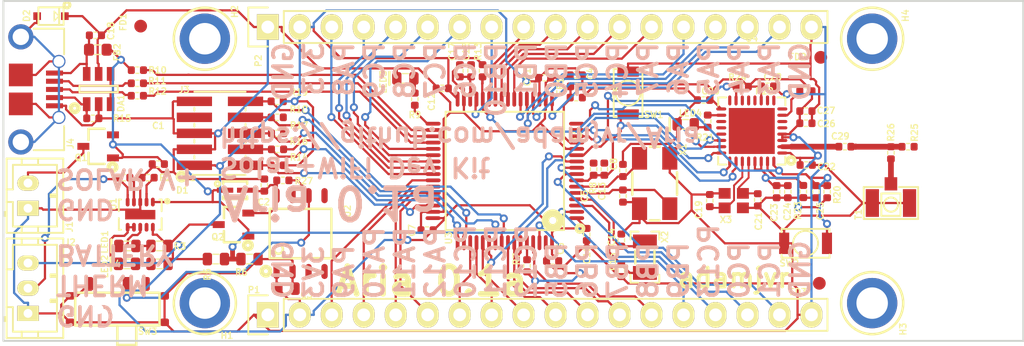
<source format=kicad_pcb>
(kicad_pcb (version 20171130) (host pcbnew "(5.1.12)-1")
  (layers (0 F.Cu signal) (1 In1.Cu power) (2 In2.Cu power) (31 B.Cu signal) (34 B.Paste user hide) (35 F.Paste user hide) (36 B.SilkS user hide) (37 F.SilkS user hide) (38 B.Mask user hide) (39 F.Mask user hide) (44 Edge.Cuts user))
  (net 0 "")
  (net 1 GND)
  (net 2 +3V3)
  (net 3 "Net-(C5-Pad1)")
  (net 4 "Net-(C8-Pad1)")
  (net 5 "Net-(C9-Pad1)")
  (net 6 /MCU_STM32F446RET6/ESP_ST_RST)
  (net 7 "Net-(C14-Pad1)")
  (net 8 "Net-(C15-Pad1)")
  (net 9 "Net-(C16-Pad1)")
  (net 10 "Net-(C18-Pad2)")
  (net 11 "Net-(C19-Pad1)")
  (net 12 "Net-(C21-Pad1)")
  (net 13 "Net-(D2-Pad1)")
  (net 14 "Net-(DA1-Pad4)")
  (net 15 "Net-(DA1-Pad1)")
  (net 16 "Net-(DA1-Pad3)")
  (net 17 /MCU_STM32F446RET6/VBUS)
  (net 18 "Net-(J1-Pad2)")
  (net 19 /Power/BAT)
  (net 20 /Power/THERM)
  (net 21 /MCU_STM32F446RET6/SWDIO_TMS)
  (net 22 /MCU_STM32F446RET6/SWCLK_TCK)
  (net 23 /MCU_STM32F446RET6/SWO_TDO)
  (net 24 "Net-(J3-Pad7)")
  (net 25 /MCU_STM32F446RET6/SWO_TDI)
  (net 26 /MCU_STM32F446RET6/NJTRST)
  (net 27 "Net-(LED1-Pad2)")
  (net 28 "Net-(LED1-Pad1)")
  (net 29 "Net-(LED2-Pad1)")
  (net 30 "Net-(LED2-Pad2)")
  (net 31 "Net-(LED3-Pad1)")
  (net 32 "Net-(LED4-Pad1)")
  (net 33 "Net-(R1-Pad1)")
  (net 34 "Net-(R2-Pad1)")
  (net 35 /MCU_STM32F446RET6/ESPTOST_BOOT0)
  (net 36 /MCU_STM32F446RET6/HEARTBEAT)
  (net 37 "Net-(R10-Pad1)")
  (net 38 "Net-(R11-Pad1)")
  (net 39 "Net-(R12-Pad1)")
  (net 40 /MCU_STM32F446RET6/ESPTOST_BOOT1)
  (net 41 "Net-(R22-Pad1)")
  (net 42 "Net-(U1-Pad9)")
  (net 43 /MCU_STM32F446RET6/ESP_PGM_MODE)
  (net 44 /MCU_STM32F446RET6/STM_ESP_RST)
  (net 45 /MCU_STM32F446RET6/ESP_URX)
  (net 46 /MCU_STM32F446RET6/ESP_UTX)
  (net 47 /MCU_STM32F446RET6/BAT_VOLT)
  (net 48 "Net-(U4-Pad5)")
  (net 49 "Net-(U4-Pad6)")
  (net 50 "Net-(U4-Pad8)")
  (net 51 "Net-(U4-Pad9)")
  (net 52 "Net-(U4-Pad10)")
  (net 53 "Net-(U4-Pad12)")
  (net 54 "Net-(U4-Pad13)")
  (net 55 "Net-(U4-Pad14)")
  (net 56 "Net-(U4-Pad19)")
  (net 57 "Net-(U4-Pad20)")
  (net 58 "Net-(R23-Pad2)")
  (net 59 "Net-(U4-Pad21)")
  (net 60 "Net-(H3-Pad1)")
  (net 61 "Net-(H1-Pad1)")
  (net 62 "Net-(H4-Pad1)")
  (net 63 "Net-(H2-Pad1)")
  (net 64 "Net-(FD3-Pad1)")
  (net 65 "Net-(FD2-Pad1)")
  (net 66 "Net-(FD1-Pad1)")
  (net 67 /MCU_STM32F446RET6/PB9)
  (net 68 /MCU_STM32F446RET6/PB8)
  (net 69 /MCU_STM32F446RET6/PB7)
  (net 70 /MCU_STM32F446RET6/PB6)
  (net 71 /MCU_STM32F446RET6/PB5)
  (net 72 /MCU_STM32F446RET6/PC12)
  (net 73 /MCU_STM32F446RET6/PC11)
  (net 74 /MCU_STM32F446RET6/PC10)
  (net 75 /MCU_STM32F446RET6/PA4)
  (net 76 /MCU_STM32F446RET6/PA5)
  (net 77 /MCU_STM32F446RET6/PA6)
  (net 78 /MCU_STM32F446RET6/PA7)
  (net 79 /MCU_STM32F446RET6/PC4)
  (net 80 /MCU_STM32F446RET6/PC5)
  (net 81 /MCU_STM32F446RET6/PA8)
  (net 82 /MCU_STM32F446RET6/PA9)
  (net 83 /MCU_STM32F446RET6/PA10)
  (net 84 /MCU_STM32F446RET6/PA11)
  (net 85 /MCU_STM32F446RET6/PA12)
  (net 86 /MCU_STM32F446RET6/PC8)
  (net 87 /MCU_STM32F446RET6/PC9)
  (net 88 /MCU_STM32F446RET6/PC6)
  (net 89 /MCU_STM32F446RET6/PC7)
  (net 90 /MCU_STM32F446RET6/PB10)
  (net 91 /MCU_STM32F446RET6/PC0)
  (net 92 /MCU_STM32F446RET6/PC1)
  (net 93 /MCU_STM32F446RET6/PC13)
  (net 94 /MCU_STM32F446RET6/PB0)
  (net 95 /MCU_STM32F446RET6/PB1)
  (net 96 "Net-(R7-Pad1)")
  (net 97 /WiFi-ESP8285/ANTENNA)
  (net 98 /MCU_STM32F446RET6/PA3)
  (net 99 /WiFi-ESP8285/ANT_F)
  (net 100 /WiFi-ESP8285/ANT_UM)
  (net 101 /WiFi-ESP8285/LNA)
  (net 102 "Net-(R21-Pad1)")
  (net 103 "Net-(U4-Pad16)")
  (net 104 /Power/LDO_VIN)
  (net 105 "Net-(U2-Pad7)")
  (net 106 "Net-(U2-Pad5)")
  (net 107 "Net-(U2-Pad3)")
  (net 108 "Net-(U2-Pad4)")
  (net 109 "Net-(SW3-Pad3)")
  (net 110 "Net-(R27-Pad2)")
  (module PCB_Footprints:ESP8285 (layer F.Cu) (at 204.313 81.9074 180)
    (fp_text reference U4 (at 0 7.366 180) (layer F.SilkS) (effects (font (size 0.5 0.5) (thickness 0.1))))
    (fp_text value ESP8285)
    (pad 33 smd rect (at 0 0 180) (size 3.65 3.65) (layers F.Cu F.Paste F.Mask))
    (pad 8 smd oval (at -2.425 1.75 180) (size 0.8 0.25) (layers F.Cu F.Paste F.Mask) (net 50 "Net-(U4-Pad8)"))
    (pad 7 smd oval (at -2.425 1.25 180) (size 0.8 0.25) (layers F.Cu F.Paste F.Mask) (net 41 "Net-(R22-Pad1)"))
    (pad 6 smd oval (at -2.425 0.75 180) (size 0.8 0.25) (layers F.Cu F.Paste F.Mask) (net 49 "Net-(U4-Pad6)"))
    (pad 5 smd oval (at -2.425 0.25 180) (size 0.8 0.25) (layers F.Cu F.Paste F.Mask) (net 48 "Net-(U4-Pad5)"))
    (pad 4 smd oval (at -2.425 -0.25 180) (size 0.8 0.25) (layers F.Cu F.Paste F.Mask) (net 2 +3V3))
    (pad 3 smd oval (at -2.425 -0.75 180) (size 0.8 0.25) (layers F.Cu F.Paste F.Mask) (net 2 +3V3))
    (pad 2 smd oval (at -2.425 -1.25 180) (size 0.8 0.25) (layers F.Cu F.Paste F.Mask) (net 101 /WiFi-ESP8285/LNA))
    (pad 1 smd oval (at -2.425 -1.75 180) (size 0.8 0.25) (layers F.Cu F.Paste F.Mask) (net 2 +3V3))
    (pad 32 smd oval (at -1.75 -2.425 180) (size 0.25 0.8) (layers F.Cu F.Paste F.Mask) (net 44 /MCU_STM32F446RET6/STM_ESP_RST))
    (pad 31 smd oval (at -1.25 -2.425 180) (size 0.25 0.8) (layers F.Cu F.Paste F.Mask) (net 58 "Net-(R23-Pad2)"))
    (pad 30 smd oval (at -0.75 -2.425 180) (size 0.25 0.8) (layers F.Cu F.Paste F.Mask) (net 2 +3V3))
    (pad 29 smd oval (at -0.25 -2.425 180) (size 0.25 0.8) (layers F.Cu F.Paste F.Mask) (net 2 +3V3))
    (pad 28 smd oval (at 0.25 -2.425 180) (size 0.25 0.8) (layers F.Cu F.Paste F.Mask) (net 12 "Net-(C21-Pad1)"))
    (pad 27 smd oval (at 0.75 -2.425 180) (size 0.25 0.8) (layers F.Cu F.Paste F.Mask) (net 11 "Net-(C19-Pad1)"))
    (pad 26 smd oval (at 1.25 -2.425 180) (size 0.25 0.8) (layers F.Cu F.Paste F.Mask) (net 45 /MCU_STM32F446RET6/ESP_URX))
    (pad 25 smd oval (at 1.75 -2.425 180) (size 0.25 0.8) (layers F.Cu F.Paste F.Mask) (net 46 /MCU_STM32F446RET6/ESP_UTX))
    (pad 24 smd oval (at 2.425 -1.75 180) (size 0.8 0.25) (layers F.Cu F.Paste F.Mask) (net 6 /MCU_STM32F446RET6/ESP_ST_RST))
    (pad 23 smd oval (at 2.425 -1.25 180) (size 0.8 0.25) (layers F.Cu F.Paste F.Mask) (net 40 /MCU_STM32F446RET6/ESPTOST_BOOT1))
    (pad 22 smd oval (at 2.425 -0.75 180) (size 0.8 0.25) (layers F.Cu F.Paste F.Mask) (net 35 /MCU_STM32F446RET6/ESPTOST_BOOT0))
    (pad 21 smd oval (at 2.425 -0.25 180) (size 0.8 0.25) (layers F.Cu F.Paste F.Mask) (net 59 "Net-(U4-Pad21)"))
    (pad 20 smd oval (at 2.425 0.25 180) (size 0.8 0.25) (layers F.Cu F.Paste F.Mask) (net 57 "Net-(U4-Pad20)"))
    (pad 19 smd oval (at 2.425 0.75 180) (size 0.8 0.25) (layers F.Cu F.Paste F.Mask) (net 56 "Net-(U4-Pad19)"))
    (pad 18 smd oval (at 2.425 1.25 180) (size 0.8 0.25) (layers F.Cu F.Paste F.Mask) (net 102 "Net-(R21-Pad1)"))
    (pad 17 smd oval (at 2.425 1.75 180) (size 0.8 0.25) (layers F.Cu F.Paste F.Mask) (net 2 +3V3))
    (pad 16 smd oval (at 1.75 2.425 180) (size 0.25 0.8) (layers F.Cu F.Paste F.Mask) (net 103 "Net-(U4-Pad16)"))
    (pad 15 smd oval (at 1.25 2.425 180) (size 0.25 0.8) (layers F.Cu F.Paste F.Mask) (net 43 /MCU_STM32F446RET6/ESP_PGM_MODE))
    (pad 14 smd oval (at 0.75 2.425 180) (size 0.25 0.8) (layers F.Cu F.Paste F.Mask) (net 55 "Net-(U4-Pad14)"))
    (pad 13 smd oval (at 0.25 2.425 180) (size 0.25 0.8) (layers F.Cu F.Paste F.Mask) (net 54 "Net-(U4-Pad13)"))
    (pad 12 smd oval (at -0.25 2.425 180) (size 0.25 0.8) (layers F.Cu F.Paste F.Mask) (net 53 "Net-(U4-Pad12)"))
    (pad 11 smd oval (at -0.75 2.425 180) (size 0.25 0.8) (layers F.Cu F.Paste F.Mask) (net 2 +3V3))
    (pad 10 smd oval (at -1.25 2.425 180) (size 0.25 0.8) (layers F.Cu F.Paste F.Mask) (net 52 "Net-(U4-Pad10)"))
    (pad 9 smd oval (at -1.75 2.425 180) (size 0.25 0.8) (layers F.Cu F.Paste F.Mask) (net 51 "Net-(U4-Pad9)"))
  )
  (module PCB_Footprints:R0402 (layer F.Cu) (at 167.066 85.829)
    (fp_text reference R27 (at 1.667 0.05) (layer F.SilkS) (effects (font (size 0.5 0.5) (thickness 0.1))))
    (fp_text value RC1005F103CS)
    (pad 2 smd roundrect (at 0.483 0) (size 0.559 0.61) (layers F.Cu F.Paste F.Mask) (net 110 "Net-(R27-Pad2)"))
    (pad 1 smd roundrect (at -0.483 0) (size 0.559 0.61) (layers F.Cu F.Paste F.Mask) (net 104 /Power/LDO_VIN))
  )
  (module PCB_Footprints:TC1265-3.3VOA (layer F.Cu) (at 168.474 90.054 90)
    (fp_text reference U2 (at 1.775 3.725 90) (layer F.SilkS) (effects (font (size 0.5 0.5) (thickness 0.1))))
    (fp_text value TC1265-3.3VOA)
    (pad 1 smd oval (at -3.01 -1.905 90) (size 1.2 0.5) (layers F.Cu F.Paste F.Mask) (net 2 +3V3))
    (pad 8 smd oval (at 3.01 -1.905 90) (size 1.2 0.5) (layers F.Cu F.Paste F.Mask) (net 104 /Power/LDO_VIN))
    (pad 7 smd oval (at 3.01 -0.635 90) (size 1.2 0.5) (layers F.Cu F.Paste F.Mask) (net 105 "Net-(U2-Pad7)"))
    (pad 2 smd oval (at -3.01 -0.635 90) (size 1.2 0.5) (layers F.Cu F.Paste F.Mask) (net 1 GND))
    (pad 6 smd oval (at 3.01 0.635 90) (size 1.2 0.5) (layers F.Cu F.Paste F.Mask) (net 110 "Net-(R27-Pad2)"))
    (pad 5 smd oval (at 3.01 1.905 90) (size 1.2 0.5) (layers F.Cu F.Paste F.Mask) (net 106 "Net-(U2-Pad5)"))
    (pad 3 smd oval (at -3.01 0.635 90) (size 1.2 0.5) (layers F.Cu F.Paste F.Mask) (net 107 "Net-(U2-Pad3)"))
    (pad 4 smd oval (at -3.01 1.905 90) (size 1.2 0.5) (layers F.Cu F.Paste F.Mask) (net 108 "Net-(U2-Pad4)"))
  )
  (module PCB_Footprints:CUS-12TB (layer F.Cu) (at 153.924 96.054)
    (fp_text reference SW3 (at 2.4 1.775) (layer F.SilkS) (effects (font (size 0.5 0.5) (thickness 0.1))))
    (fp_text value CUS-12TB)
    (pad 2 smd roundrect (at 0.75 -2) (size 0.65 1.1) (layers F.Cu F.Paste F.Mask) (net 110 "Net-(R27-Pad2)"))
    (pad 3 smd roundrect (at 2.25 -2) (size 0.65 1.1) (layers F.Cu F.Paste F.Mask) (net 109 "Net-(SW3-Pad3)"))
    (pad 1 smd roundrect (at -2.25 -2) (size 0.65 1.1) (layers F.Cu F.Paste F.Mask) (net 1 GND))
    (pad 4 smd roundrect (at -3.75 -1.05 90) (size 0.6 0.7) (layers F.Cu F.Paste F.Mask) (net 1 GND))
    (pad 4 smd roundrect (at -3.75 1.05 90) (size 0.6 0.7) (layers F.Cu F.Paste F.Mask) (net 1 GND))
    (pad 4 smd roundrect (at 3.75 -1.05 90) (size 0.6 0.7) (layers F.Cu F.Paste F.Mask) (net 1 GND))
    (pad 4 smd roundrect (at 3.75 1.05 90) (size 0.6 0.7) (layers F.Cu F.Paste F.Mask) (net 1 GND))
    (pad "" np_thru_hole circle (at -1.5 0 90) (size 0.8 0.8) (drill 0.8) (layers *.Cu *.Mask))
    (pad "" np_thru_hole circle (at 1.5 0 90) (size 0.8 0.8) (drill 0.8) (layers *.Cu *.Mask))
  )
  (module PCB_Footprints:C0402 (layer F.Cu) (at 211.709 83.1545)
    (fp_text reference C29 (at -0.36576 -0.83312) (layer F.SilkS) (effects (font (size 0.5 0.5) (thickness 0.1))))
    (fp_text value 600L5R6BT200T)
    (pad 1 smd roundrect (at -0.483 0) (size 0.559 0.61) (layers F.Cu F.Paste F.Mask) (net 101 /WiFi-ESP8285/LNA))
    (pad 2 smd roundrect (at 0.483 0) (size 0.559 0.61) (layers F.Cu F.Paste F.Mask) (net 97 /WiFi-ESP8285/ANTENNA))
  )
  (module PCB_Footprints:R0402 (layer F.Cu) (at 215.365 83.6401 270)
    (fp_text reference R26 (at -1.6256 0 270) (layer F.SilkS) (effects (font (size 0.5 0.5) (thickness 0.1))))
    (fp_text value ERJ-2GE0R00X)
    (pad 1 smd roundrect (at -0.483 0 270) (size 0.559 0.61) (layers F.Cu F.Paste F.Mask) (net 97 /WiFi-ESP8285/ANTENNA))
    (pad 2 smd roundrect (at 0.483 0 270) (size 0.559 0.61) (layers F.Cu F.Paste F.Mask) (net 100 /WiFi-ESP8285/ANT_UM))
  )
  (module PCB_Footprints:R0402 (layer F.Cu) (at 216.724 83.1575)
    (fp_text reference R25 (at 0.523 -1.12 90) (layer F.SilkS) (effects (font (size 0.5 0.5) (thickness 0.1))))
    (fp_text value ERJ-2GE0R00X)
    (pad 2 smd roundrect (at 0.483 0) (size 0.559 0.61) (layers F.Cu F.Paste F.Mask) (net 99 /WiFi-ESP8285/ANT_F))
    (pad 1 smd roundrect (at -0.483 0) (size 0.559 0.61) (layers F.Cu F.Paste F.Mask) (net 97 /WiFi-ESP8285/ANTENNA))
  )
  (module PCB_Footprints:R0402 (layer F.Cu) (at 203.556 78.3844 180)
    (fp_text reference R24 (at 0.381 0.7366 180) (layer F.SilkS) (effects (font (size 0.5 0.5) (thickness 0.1))))
    (fp_text value RC1005F103CS)
    (pad 1 smd roundrect (at -0.483 0 180) (size 0.559 0.61) (layers F.Cu F.Paste F.Mask) (net 2 +3V3))
    (pad 2 smd roundrect (at 0.483 0 180) (size 0.559 0.61) (layers F.Cu F.Paste F.Mask) (net 43 /MCU_STM32F446RET6/ESP_PGM_MODE))
  )
  (module Socket_Strips:Socket_Strip_Straight_1x18 (layer F.Cu) (at 165.874 96.509)
    (fp_text reference P1 (at -1.1 -1.98) (layer F.SilkS) (effects (font (size 0.5 0.5) (thickness 0.1))))
    (fp_text value CONN_01X18)
    (pad 1 thru_hole rect (at 0 0) (size 1.7272 2.032) (drill 1.016) (layers *.Cu *.Mask F.SilkS) (net 1 GND))
    (pad 2 thru_hole oval (at 2.54 0) (size 1.7272 2.032) (drill 1.016) (layers *.Cu *.Mask F.SilkS) (net 2 +3V3))
    (pad 3 thru_hole oval (at 5.08 0) (size 1.7272 2.032) (drill 1.016) (layers *.Cu *.Mask F.SilkS) (net 82 /MCU_STM32F446RET6/PA9))
    (pad 4 thru_hole oval (at 7.62 0) (size 1.7272 2.032) (drill 1.016) (layers *.Cu *.Mask F.SilkS) (net 83 /MCU_STM32F446RET6/PA10))
    (pad 5 thru_hole oval (at 10.16 0) (size 1.7272 2.032) (drill 1.016) (layers *.Cu *.Mask F.SilkS) (net 84 /MCU_STM32F446RET6/PA11))
    (pad 6 thru_hole oval (at 12.7 0) (size 1.7272 2.032) (drill 1.016) (layers *.Cu *.Mask F.SilkS) (net 85 /MCU_STM32F446RET6/PA12))
    (pad 7 thru_hole oval (at 15.24 0) (size 1.7272 2.032) (drill 1.016) (layers *.Cu *.Mask F.SilkS) (net 74 /MCU_STM32F446RET6/PC10))
    (pad 8 thru_hole oval (at 17.78 0) (size 1.7272 2.032) (drill 1.016) (layers *.Cu *.Mask F.SilkS) (net 73 /MCU_STM32F446RET6/PC11))
    (pad 9 thru_hole oval (at 20.32 0) (size 1.7272 2.032) (drill 1.016) (layers *.Cu *.Mask F.SilkS) (net 72 /MCU_STM32F446RET6/PC12))
    (pad 10 thru_hole oval (at 22.86 0) (size 1.7272 2.032) (drill 1.016) (layers *.Cu *.Mask F.SilkS) (net 71 /MCU_STM32F446RET6/PB5))
    (pad 11 thru_hole oval (at 25.4 0) (size 1.7272 2.032) (drill 1.016) (layers *.Cu *.Mask F.SilkS) (net 70 /MCU_STM32F446RET6/PB6))
    (pad 12 thru_hole oval (at 27.94 0) (size 1.7272 2.032) (drill 1.016) (layers *.Cu *.Mask F.SilkS) (net 69 /MCU_STM32F446RET6/PB7))
    (pad 13 thru_hole oval (at 30.48 0) (size 1.7272 2.032) (drill 1.016) (layers *.Cu *.Mask F.SilkS) (net 68 /MCU_STM32F446RET6/PB8))
    (pad 14 thru_hole oval (at 33.02 0) (size 1.7272 2.032) (drill 1.016) (layers *.Cu *.Mask F.SilkS) (net 67 /MCU_STM32F446RET6/PB9))
    (pad 15 thru_hole oval (at 35.56 0) (size 1.7272 2.032) (drill 1.016) (layers *.Cu *.Mask F.SilkS) (net 93 /MCU_STM32F446RET6/PC13))
    (pad 16 thru_hole oval (at 38.1 0) (size 1.7272 2.032) (drill 1.016) (layers *.Cu *.Mask F.SilkS) (net 91 /MCU_STM32F446RET6/PC0))
    (pad 17 thru_hole oval (at 40.64 0) (size 1.7272 2.032) (drill 1.016) (layers *.Cu *.Mask F.SilkS) (net 92 /MCU_STM32F446RET6/PC1))
    (pad 18 thru_hole oval (at 43.18 0) (size 1.7272 2.032) (drill 1.016) (layers *.Cu *.Mask F.SilkS) (net 1 GND))
  )
  (module Socket_Strips:Socket_Strip_Straight_1x18 (layer F.Cu) (at 165.874 73.649)
    (fp_text reference P2 (at -0.75 2.68 -270) (layer F.SilkS) (effects (font (size 0.5 0.5) (thickness 0.1))))
    (fp_text value CONN_01X18)
    (pad 18 thru_hole oval (at 43.18 0) (size 1.7272 2.032) (drill 1.016) (layers *.Cu *.Mask F.SilkS) (net 1 GND))
    (pad 17 thru_hole oval (at 40.64 0) (size 1.7272 2.032) (drill 1.016) (layers *.Cu *.Mask F.SilkS) (net 98 /MCU_STM32F446RET6/PA3))
    (pad 16 thru_hole oval (at 38.1 0) (size 1.7272 2.032) (drill 1.016) (layers *.Cu *.Mask F.SilkS) (net 75 /MCU_STM32F446RET6/PA4))
    (pad 15 thru_hole oval (at 35.56 0) (size 1.7272 2.032) (drill 1.016) (layers *.Cu *.Mask F.SilkS) (net 76 /MCU_STM32F446RET6/PA5))
    (pad 14 thru_hole oval (at 33.02 0) (size 1.7272 2.032) (drill 1.016) (layers *.Cu *.Mask F.SilkS) (net 77 /MCU_STM32F446RET6/PA6))
    (pad 13 thru_hole oval (at 30.48 0) (size 1.7272 2.032) (drill 1.016) (layers *.Cu *.Mask F.SilkS) (net 78 /MCU_STM32F446RET6/PA7))
    (pad 12 thru_hole oval (at 27.94 0) (size 1.7272 2.032) (drill 1.016) (layers *.Cu *.Mask F.SilkS) (net 79 /MCU_STM32F446RET6/PC4))
    (pad 11 thru_hole oval (at 25.4 0) (size 1.7272 2.032) (drill 1.016) (layers *.Cu *.Mask F.SilkS) (net 80 /MCU_STM32F446RET6/PC5))
    (pad 10 thru_hole oval (at 22.86 0) (size 1.7272 2.032) (drill 1.016) (layers *.Cu *.Mask F.SilkS) (net 94 /MCU_STM32F446RET6/PB0))
    (pad 9 thru_hole oval (at 20.32 0) (size 1.7272 2.032) (drill 1.016) (layers *.Cu *.Mask F.SilkS) (net 95 /MCU_STM32F446RET6/PB1))
    (pad 8 thru_hole oval (at 17.78 0) (size 1.7272 2.032) (drill 1.016) (layers *.Cu *.Mask F.SilkS) (net 90 /MCU_STM32F446RET6/PB10))
    (pad 7 thru_hole oval (at 15.24 0) (size 1.7272 2.032) (drill 1.016) (layers *.Cu *.Mask F.SilkS) (net 88 /MCU_STM32F446RET6/PC6))
    (pad 6 thru_hole oval (at 12.7 0) (size 1.7272 2.032) (drill 1.016) (layers *.Cu *.Mask F.SilkS) (net 89 /MCU_STM32F446RET6/PC7))
    (pad 5 thru_hole oval (at 10.16 0) (size 1.7272 2.032) (drill 1.016) (layers *.Cu *.Mask F.SilkS) (net 86 /MCU_STM32F446RET6/PC8))
    (pad 4 thru_hole oval (at 7.62 0) (size 1.7272 2.032) (drill 1.016) (layers *.Cu *.Mask F.SilkS) (net 87 /MCU_STM32F446RET6/PC9))
    (pad 3 thru_hole oval (at 5.08 0) (size 1.7272 2.032) (drill 1.016) (layers *.Cu *.Mask F.SilkS) (net 81 /MCU_STM32F446RET6/PA8))
    (pad 2 thru_hole oval (at 2.54 0) (size 1.7272 2.032) (drill 1.016) (layers *.Cu *.Mask F.SilkS) (net 2 +3V3))
    (pad 1 thru_hole rect (at 0 0) (size 1.7272 2.032) (drill 1.016) (layers *.Cu *.Mask F.SilkS) (net 1 GND))
  )
  (module PCB_Footprints:BQ24210 (layer F.Cu) (at 155.728 88.6276 270)
    (fp_text reference U1 (at -0.916657 2.133107 270) (layer F.SilkS) (effects (font (size 0.5 0.5) (thickness 0.1))))
    (fp_text value BQ24210DQCT)
    (pad 10 smd oval (at 0.924843 -1.013193 180) (size 0.3 0.7) (layers F.Cu F.Paste F.Mask) (net 19 /Power/BAT))
    (pad 9 smd oval (at 0.924843 -0.513193 180) (size 0.3 0.7) (layers F.Cu F.Paste F.Mask) (net 42 "Net-(U1-Pad9)"))
    (pad 8 smd oval (at 0.924843 -0.013193 180) (size 0.3 0.7) (layers F.Cu F.Paste F.Mask) (net 27 "Net-(LED1-Pad2)"))
    (pad 7 smd oval (at 0.924843 0.486807 180) (size 0.3 0.7) (layers F.Cu F.Paste F.Mask) (net 30 "Net-(LED2-Pad2)"))
    (pad 6 smd oval (at 0.924843 0.986807 180) (size 0.3 0.7) (layers F.Cu F.Paste F.Mask) (net 30 "Net-(LED2-Pad2)"))
    (pad 11 smd rect (at -0.075157 -0.013193 180) (size 2.4 0.75) (layers F.Cu F.Paste F.Mask) (net 1 GND))
    (pad 1 smd oval (at -1.075157 -1.013193 180) (size 0.3 0.7) (layers F.Cu F.Paste F.Mask) (net 17 /MCU_STM32F446RET6/VBUS))
    (pad 2 smd oval (at -1.075157 -0.513193 180) (size 0.3 0.7) (layers F.Cu F.Paste F.Mask) (net 33 "Net-(R1-Pad1)"))
    (pad 3 smd oval (at -1.075157 -0.013193 180) (size 0.3 0.7) (layers F.Cu F.Paste F.Mask) (net 1 GND))
    (pad 4 smd oval (at -1.075157 0.486807 180) (size 0.3 0.7) (layers F.Cu F.Paste F.Mask) (net 34 "Net-(R2-Pad1)"))
    (pad 5 smd oval (at -1.075157 0.986807 180) (size 0.3 0.7) (layers F.Cu F.Paste F.Mask) (net 20 /Power/THERM))
  )
  (module PCB_Footprints:BAT20JFILM (layer F.Cu) (at 163.278 86.6115)
    (fp_text reference D1 (at -4.191 0) (layer F.SilkS) (effects (font (size 0.5 0.5) (thickness 0.1))))
    (fp_text value BAT20JFILM)
    (pad 2 smd rect (at 0.8 0) (size 1.3 0.4) (layers F.Cu F.Paste F.Mask) (net 104 /Power/LDO_VIN))
    (pad 1 smd rect (at -0.8 0) (size 1.3 0.4) (layers F.Cu F.Paste F.Mask) (net 17 /MCU_STM32F446RET6/VBUS))
  )
  (module PCB_Footprints:DMG2307L-7 (layer F.Cu) (at 152.399 83.129 180)
    (fp_text reference Q1 (at 1.35 -0.9 180) (layer F.SilkS) (effects (font (size 0.5 0.5) (thickness 0.1))))
    (fp_text value DMG2307L-7)
    (pad 3 smd rect (at 1.175 0 180) (size 0.95 0.55) (layers F.Cu F.Paste F.Mask) (net 18 "Net-(J1-Pad2)"))
    (pad 1 smd rect (at -1.175 -0.915 180) (size 0.95 0.55) (layers F.Cu F.Paste F.Mask) (net 17 /MCU_STM32F446RET6/VBUS))
    (pad 2 smd rect (at -1.175 0.915 180) (size 0.95 0.55) (layers F.Cu F.Paste F.Mask) (net 17 /MCU_STM32F446RET6/VBUS))
  )
  (module PCB_Footprints:DMG2307L-7 (layer F.Cu) (at 163.151 89.342 180)
    (fp_text reference Q2 (at 1.252 -0.987 180) (layer F.SilkS) (effects (font (size 0.5 0.5) (thickness 0.1))))
    (fp_text value DMG2307L-7)
    (pad 3 smd rect (at 1.175 0 180) (size 0.95 0.55) (layers F.Cu F.Paste F.Mask) (net 19 /Power/BAT))
    (pad 1 smd rect (at -1.175 -0.915 180) (size 0.95 0.55) (layers F.Cu F.Paste F.Mask) (net 17 /MCU_STM32F446RET6/VBUS))
    (pad 2 smd rect (at -1.175 0.915 180) (size 0.95 0.55) (layers F.Cu F.Paste F.Mask) (net 104 /Power/LDO_VIN))
  )
  (module PCB_Footprints:ABS07-32.768KHZ-9-T (layer F.Cu) (at 195.824 91.929 270)
    (fp_text reference X2 (at -1.609 -1.579 270) (layer F.SilkS) (effects (font (size 0.5 0.5) (thickness 0.1))))
    (fp_text value ABS07-32.768KHZ-9-T)
    (pad 2 smd rect (at 1.25 0 270) (size 1.1 1.9) (layers F.Cu F.Paste F.Mask) (net 8 "Net-(C15-Pad1)"))
    (pad 1 smd rect (at -1.25 0 270) (size 1.1 1.9) (layers F.Cu F.Paste F.Mask) (net 7 "Net-(C14-Pad1)"))
  )
  (module PCB_Footprints:RSB39VTE-17 (layer F.Cu) (at 148.653 72.7854 180)
    (fp_text reference D2 (at 1.9296 0.0256 270) (layer F.SilkS) (effects (font (size 0.5 0.5) (thickness 0.1))))
    (fp_text value RSB39VTE-17)
    (pad 1 smd rect (at 1.1 0 270) (size 0.61 0.61) (layers F.Cu F.Paste F.Mask) (net 13 "Net-(D2-Pad1)"))
    (pad 2 smd rect (at -1.1 0 270) (size 0.61 0.61) (layers F.Cu F.Paste F.Mask) (net 1 GND))
  )
  (module PCB_Footprints:ESDA6V1BC6 (layer F.Cu) (at 152.438 78.5766 90)
    (fp_text reference DA1 (at -1.1274 1.77 90) (layer F.SilkS) (effects (font (size 0.5 0.5) (thickness 0.1))))
    (fp_text value ESDA6V1BC6)
    (pad 4 smd rect (at 1.2 0.95 90) (size 1.1 0.6) (layers F.Cu F.Paste F.Mask) (net 14 "Net-(DA1-Pad4)"))
    (pad 5 smd rect (at 1.2 0 90) (size 1.1 0.6) (layers F.Cu F.Paste F.Mask) (net 1 GND))
    (pad 6 smd rect (at 1.2 -0.95 90) (size 1.1 0.6) (layers F.Cu F.Paste F.Mask) (net 10 "Net-(C18-Pad2)"))
    (pad 1 smd rect (at -1.2 -0.95 90) (size 1.1 0.6) (layers F.Cu F.Paste F.Mask) (net 15 "Net-(DA1-Pad1)"))
    (pad 2 smd rect (at -1.2 0 90) (size 1.1 0.6) (layers F.Cu F.Paste F.Mask) (net 1 GND))
    (pad 3 smd rect (at -1.2 0.95 90) (size 1.1 0.6) (layers F.Cu F.Paste F.Mask) (net 16 "Net-(DA1-Pad3)"))
  )
  (module PCB_Footprints:ABM3B8.000MHZB2T (layer F.Cu) (at 196.599 86.079 90)
    (fp_text reference X1 (at 2.705 2.256 90) (layer F.SilkS) (effects (font (size 0.5 0.5) (thickness 0.1))))
    (fp_text value ABM3B8.000MHZB2T)
    (pad 4 smd rect (at -2 -1.2 90) (size 1.8 1.2) (layers F.Cu F.Paste F.Mask) (net 1 GND))
    (pad 2 smd rect (at 2 1.2 90) (size 1.8 1.2) (layers F.Cu F.Paste F.Mask) (net 1 GND))
    (pad 3 smd rect (at 2 -1.2 90) (size 1.8 1.2) (layers F.Cu F.Paste F.Mask) (net 4 "Net-(C8-Pad1)"))
    (pad 1 smd rect (at -2 1.2 90) (size 1.8 1.2) (layers F.Cu F.Paste F.Mask) (net 3 "Net-(C5-Pad1)"))
  )
  (module PCB_Footprints:FIDUCIAL (layer F.Cu) (at 155.774 73.579 90)
    (fp_text reference FD1 (at 0.312 -1.398 90) (layer F.SilkS) (effects (font (size 0.5 0.5) (thickness 0.1))))
    (fp_text value FIDUCIAL)
    (pad 1 smd circle (at 0 0 90) (size 1.016 1.016) (layers F.Cu F.Mask) (net 66 "Net-(FD1-Pad1)"))
  )
  (module PCB_Footprints:FIDUCIAL (layer F.Cu) (at 209.79 76.0582 90)
    (fp_text reference FD2 (at 0.035953 -1.840391 180) (layer F.SilkS) (effects (font (size 0.5 0.5) (thickness 0.1))))
    (fp_text value FIDUCIAL)
    (pad 1 smd circle (at 0 0 90) (size 1.016 1.016) (layers F.Cu F.Mask) (net 65 "Net-(FD2-Pad1)"))
  )
  (module PCB_Footprints:FIDUCIAL (layer F.Cu) (at 209.677 94.0054 90)
    (fp_text reference FD3 (at -0.6858 -1.6764 180) (layer F.SilkS) (effects (font (size 0.5 0.5) (thickness 0.1))))
    (fp_text value FIDUCIAL)
    (pad 1 smd circle (at 0 0 90) (size 1.016 1.016) (layers F.Cu F.Mask) (net 64 "Net-(FD3-Pad1)"))
  )
  (module PCB_Footprints:M2.5_HOLE (layer F.Cu) (at 160.874 74.579 90)
    (fp_text reference H2 (at 2.1516 2.371 90) (layer F.SilkS) (effects (font (size 0.5 0.5) (thickness 0.1))))
    (fp_text value M2.5_Hole)
    (pad 1 thru_hole circle (at 0 0 90) (size 4 4) (drill 2.5) (layers *.Cu *.Mask) (net 63 "Net-(H2-Pad1)"))
  )
  (module PCB_Footprints:M2.5_HOLE (layer F.Cu) (at 213.874 74.579 90)
    (fp_text reference H4 (at 1.8355 2.6475 90) (layer F.SilkS) (effects (font (size 0.5 0.5) (thickness 0.1))))
    (fp_text value M2.5_Hole)
    (pad 1 thru_hole circle (at 0 0 90) (size 4 4) (drill 2.5) (layers *.Cu *.Mask) (net 62 "Net-(H4-Pad1)"))
  )
  (module PCB_Footprints:M2.5_HOLE (layer F.Cu) (at 160.874 95.579 90)
    (fp_text reference H1 (at -2.575 1.75 180) (layer F.SilkS) (effects (font (size 0.5 0.5) (thickness 0.1))))
    (fp_text value M2.5_Hole)
    (pad 1 thru_hole circle (at 0 0 90) (size 4 4) (drill 2.5) (layers *.Cu *.Mask) (net 61 "Net-(H1-Pad1)"))
  )
  (module PCB_Footprints:M2.5_HOLE (layer F.Cu) (at 213.874 95.579 90)
    (fp_text reference H3 (at -2.0678 2.457 90) (layer F.SilkS) (effects (font (size 0.5 0.5) (thickness 0.1))))
    (fp_text value M2.5_Hole)
    (pad 1 thru_hole circle (at 0 0 90) (size 4 4) (drill 2.5) (layers *.Cu *.Mask) (net 60 "Net-(H3-Pad1)"))
  )
  (module PCB_Footprints:STM32F446RET6 (layer F.Cu) (at 184.699 85.079 180)
    (fp_text reference U3 (at 4.46 -5.3302 270) (layer F.SilkS) (effects (font (size 0.5 0.5) (thickness 0.1))))
    (fp_text value STM32F446RET6_-_TQFP64)
    (pad 64 smd oval (at -3.75 -5.7 180) (size 0.3 1.2) (layers F.Cu F.Paste F.Mask) (net 2 +3V3))
    (pad 63 smd oval (at -3.25 -5.7 180) (size 0.3 1.2) (layers F.Cu F.Paste F.Mask) (net 1 GND))
    (pad 62 smd oval (at -2.75 -5.7 180) (size 0.3 1.2) (layers F.Cu F.Paste F.Mask) (net 67 /MCU_STM32F446RET6/PB9))
    (pad 61 smd oval (at -2.25 -5.7 180) (size 0.3 1.2) (layers F.Cu F.Paste F.Mask) (net 68 /MCU_STM32F446RET6/PB8))
    (pad 60 smd oval (at -1.75 -5.7 180) (size 0.3 1.2) (layers F.Cu F.Paste F.Mask) (net 96 "Net-(R7-Pad1)"))
    (pad 59 smd oval (at -1.25 -5.7 180) (size 0.3 1.2) (layers F.Cu F.Paste F.Mask) (net 69 /MCU_STM32F446RET6/PB7))
    (pad 58 smd oval (at -0.75 -5.7 180) (size 0.3 1.2) (layers F.Cu F.Paste F.Mask) (net 70 /MCU_STM32F446RET6/PB6))
    (pad 57 smd oval (at -0.25 -5.7 180) (size 0.3 1.2) (layers F.Cu F.Paste F.Mask) (net 71 /MCU_STM32F446RET6/PB5))
    (pad 56 smd oval (at 0.25 -5.7 180) (size 0.3 1.2) (layers F.Cu F.Paste F.Mask) (net 26 /MCU_STM32F446RET6/NJTRST))
    (pad 55 smd oval (at 0.75 -5.7 180) (size 0.3 1.2) (layers F.Cu F.Paste F.Mask) (net 23 /MCU_STM32F446RET6/SWO_TDO))
    (pad 54 smd oval (at 1.25 -5.7 180) (size 0.3 1.2) (layers F.Cu F.Paste F.Mask) (net 35 /MCU_STM32F446RET6/ESPTOST_BOOT0))
    (pad 53 smd oval (at 1.75 -5.7 180) (size 0.3 1.2) (layers F.Cu F.Paste F.Mask) (net 72 /MCU_STM32F446RET6/PC12))
    (pad 52 smd oval (at 2.25 -5.7 180) (size 0.3 1.2) (layers F.Cu F.Paste F.Mask) (net 73 /MCU_STM32F446RET6/PC11))
    (pad 51 smd oval (at 2.75 -5.7 180) (size 0.3 1.2) (layers F.Cu F.Paste F.Mask) (net 74 /MCU_STM32F446RET6/PC10))
    (pad 50 smd oval (at 3.25 -5.7 180) (size 0.3 1.2) (layers F.Cu F.Paste F.Mask) (net 25 /MCU_STM32F446RET6/SWO_TDI))
    (pad 49 smd oval (at 3.75 -5.7 180) (size 0.3 1.2) (layers F.Cu F.Paste F.Mask) (net 22 /MCU_STM32F446RET6/SWCLK_TCK))
    (pad 48 smd oval (at 5.7 -3.75 270) (size 0.3 1.2) (layers F.Cu F.Paste F.Mask) (net 2 +3V3))
    (pad 47 smd oval (at 5.7 -3.25 270) (size 0.3 1.2) (layers F.Cu F.Paste F.Mask) (net 1 GND))
    (pad 46 smd oval (at 5.7 -2.75 270) (size 0.3 1.2) (layers F.Cu F.Paste F.Mask) (net 21 /MCU_STM32F446RET6/SWDIO_TMS))
    (pad 45 smd oval (at 5.7 -2.25 270) (size 0.3 1.2) (layers F.Cu F.Paste F.Mask) (net 85 /MCU_STM32F446RET6/PA12))
    (pad 44 smd oval (at 5.7 -1.75 270) (size 0.3 1.2) (layers F.Cu F.Paste F.Mask) (net 84 /MCU_STM32F446RET6/PA11))
    (pad 43 smd oval (at 5.7 -1.25 270) (size 0.3 1.2) (layers F.Cu F.Paste F.Mask) (net 83 /MCU_STM32F446RET6/PA10))
    (pad 42 smd oval (at 5.7 -0.75 270) (size 0.3 1.2) (layers F.Cu F.Paste F.Mask) (net 82 /MCU_STM32F446RET6/PA9))
    (pad 41 smd oval (at 5.7 -0.25 270) (size 0.3 1.2) (layers F.Cu F.Paste F.Mask) (net 81 /MCU_STM32F446RET6/PA8))
    (pad 40 smd oval (at 5.7 0.25 270) (size 0.3 1.2) (layers F.Cu F.Paste F.Mask) (net 87 /MCU_STM32F446RET6/PC9))
    (pad 39 smd oval (at 5.7 0.75 270) (size 0.3 1.2) (layers F.Cu F.Paste F.Mask) (net 86 /MCU_STM32F446RET6/PC8))
    (pad 38 smd oval (at 5.7 1.25 270) (size 0.3 1.2) (layers F.Cu F.Paste F.Mask) (net 89 /MCU_STM32F446RET6/PC7))
    (pad 37 smd oval (at 5.7 1.75 270) (size 0.3 1.2) (layers F.Cu F.Paste F.Mask) (net 88 /MCU_STM32F446RET6/PC6))
    (pad 36 smd oval (at 5.7 2.25 270) (size 0.3 1.2) (layers F.Cu F.Paste F.Mask) (net 39 "Net-(R12-Pad1)"))
    (pad 35 smd oval (at 5.7 2.75 270) (size 0.3 1.2) (layers F.Cu F.Paste F.Mask) (net 38 "Net-(R11-Pad1)"))
    (pad 34 smd oval (at 5.7 3.25 270) (size 0.3 1.2) (layers F.Cu F.Paste F.Mask) (net 37 "Net-(R10-Pad1)"))
    (pad 33 smd oval (at 5.7 3.75 270) (size 0.3 1.2) (layers F.Cu F.Paste F.Mask) (net 36 /MCU_STM32F446RET6/HEARTBEAT))
    (pad 32 smd oval (at 3.75 5.7 180) (size 0.3 1.2) (layers F.Cu F.Paste F.Mask) (net 2 +3V3))
    (pad 31 smd oval (at 3.25 5.7 180) (size 0.3 1.2) (layers F.Cu F.Paste F.Mask) (net 1 GND))
    (pad 30 smd oval (at 2.75 5.7 180) (size 0.3 1.2) (layers F.Cu F.Paste F.Mask) (net 9 "Net-(C16-Pad1)"))
    (pad 29 smd oval (at 2.25 5.7 180) (size 0.3 1.2) (layers F.Cu F.Paste F.Mask) (net 90 /MCU_STM32F446RET6/PB10))
    (pad 28 smd oval (at 1.75 5.7 180) (size 0.3 1.2) (layers F.Cu F.Paste F.Mask) (net 40 /MCU_STM32F446RET6/ESPTOST_BOOT1))
    (pad 27 smd oval (at 1.25 5.7 180) (size 0.3 1.2) (layers F.Cu F.Paste F.Mask) (net 95 /MCU_STM32F446RET6/PB1))
    (pad 26 smd oval (at 0.75 5.7 180) (size 0.3 1.2) (layers F.Cu F.Paste F.Mask) (net 94 /MCU_STM32F446RET6/PB0))
    (pad 25 smd oval (at 0.25 5.7 180) (size 0.3 1.2) (layers F.Cu F.Paste F.Mask) (net 80 /MCU_STM32F446RET6/PC5))
    (pad 24 smd oval (at -0.25 5.7 180) (size 0.3 1.2) (layers F.Cu F.Paste F.Mask) (net 79 /MCU_STM32F446RET6/PC4))
    (pad 23 smd oval (at -0.75 5.7 180) (size 0.3 1.2) (layers F.Cu F.Paste F.Mask) (net 78 /MCU_STM32F446RET6/PA7))
    (pad 22 smd oval (at -1.25 5.7 180) (size 0.3 1.2) (layers F.Cu F.Paste F.Mask) (net 77 /MCU_STM32F446RET6/PA6))
    (pad 21 smd oval (at -1.75 5.7 180) (size 0.3 1.2) (layers F.Cu F.Paste F.Mask) (net 76 /MCU_STM32F446RET6/PA5))
    (pad 20 smd oval (at -2.25 5.7 180) (size 0.3 1.2) (layers F.Cu F.Paste F.Mask) (net 75 /MCU_STM32F446RET6/PA4))
    (pad 19 smd oval (at -2.75 5.7 180) (size 0.3 1.2) (layers F.Cu F.Paste F.Mask) (net 2 +3V3))
    (pad 18 smd oval (at -3.25 5.7 180) (size 0.3 1.2) (layers F.Cu F.Paste F.Mask) (net 1 GND))
    (pad 17 smd oval (at -3.75 5.7 180) (size 0.3 1.2) (layers F.Cu F.Paste F.Mask) (net 98 /MCU_STM32F446RET6/PA3))
    (pad 16 smd oval (at -5.7 3.75 270) (size 0.3 1.2) (layers F.Cu F.Paste F.Mask) (net 44 /MCU_STM32F446RET6/STM_ESP_RST))
    (pad 15 smd oval (at -5.7 3.25 270) (size 0.3 1.2) (layers F.Cu F.Paste F.Mask) (net 46 /MCU_STM32F446RET6/ESP_UTX))
    (pad 14 smd oval (at -5.7 2.75 270) (size 0.3 1.2) (layers F.Cu F.Paste F.Mask) (net 45 /MCU_STM32F446RET6/ESP_URX))
    (pad 13 smd oval (at -5.7 2.25 270) (size 0.3 1.2) (layers F.Cu F.Paste F.Mask) (net 5 "Net-(C9-Pad1)"))
    (pad 12 smd oval (at -5.7 1.75 270) (size 0.3 1.2) (layers F.Cu F.Paste F.Mask) (net 1 GND))
    (pad 11 smd oval (at -5.7 1.25 270) (size 0.3 1.2) (layers F.Cu F.Paste F.Mask) (net 43 /MCU_STM32F446RET6/ESP_PGM_MODE))
    (pad 10 smd oval (at -5.7 0.75 270) (size 0.3 1.2) (layers F.Cu F.Paste F.Mask) (net 47 /MCU_STM32F446RET6/BAT_VOLT))
    (pad 9 smd oval (at -5.7 0.25 270) (size 0.3 1.2) (layers F.Cu F.Paste F.Mask) (net 92 /MCU_STM32F446RET6/PC1))
    (pad 8 smd oval (at -5.7 -0.25 270) (size 0.3 1.2) (layers F.Cu F.Paste F.Mask) (net 91 /MCU_STM32F446RET6/PC0))
    (pad 7 smd oval (at -5.7 -0.75 270) (size 0.3 1.2) (layers F.Cu F.Paste F.Mask) (net 6 /MCU_STM32F446RET6/ESP_ST_RST))
    (pad 6 smd oval (at -5.7 -1.25 270) (size 0.3 1.2) (layers F.Cu F.Paste F.Mask) (net 4 "Net-(C8-Pad1)"))
    (pad 5 smd oval (at -5.7 -1.75 270) (size 0.3 1.2) (layers F.Cu F.Paste F.Mask) (net 3 "Net-(C5-Pad1)"))
    (pad 4 smd oval (at -5.7 -2.25 270) (size 0.3 1.2) (layers F.Cu F.Paste F.Mask) (net 7 "Net-(C14-Pad1)"))
    (pad 3 smd oval (at -5.7 -2.75 270) (size 0.3 1.2) (layers F.Cu F.Paste F.Mask) (net 8 "Net-(C15-Pad1)"))
    (pad 2 smd oval (at -5.7 -3.25 270) (size 0.3 1.2) (layers F.Cu F.Paste F.Mask) (net 93 /MCU_STM32F446RET6/PC13))
    (pad 1 smd oval (at -5.7 -3.75 270) (size 0.3 1.2) (layers F.Cu F.Paste F.Mask) (net 2 +3V3))
  )
  (module PCB_Footprints:C0402 (layer F.Cu) (at 157.177 84.536 180)
    (fp_text reference C1 (at 0 3.048 180) (layer F.SilkS) (effects (font (size 0.5 0.5) (thickness 0.1))))
    (fp_text value CL05A105KA5NQNC)
    (pad 2 smd roundrect (at 0.483 0 180) (size 0.559 0.61) (layers F.Cu F.Paste F.Mask) (net 1 GND))
    (pad 1 smd roundrect (at -0.483 0 180) (size 0.559 0.61) (layers F.Cu F.Paste F.Mask) (net 17 /MCU_STM32F446RET6/VBUS))
  )
  (module PCB_Footprints:C0402 (layer F.Cu) (at 165.599 86.204 90)
    (fp_text reference C2 (at -1.35 -0.05 180) (layer F.SilkS) (effects (font (size 0.5 0.5) (thickness 0.1))))
    (fp_text value CL05A105KA5NQNC)
    (pad 2 smd roundrect (at 0.483 0 90) (size 0.559 0.61) (layers F.Cu F.Paste F.Mask) (net 1 GND))
    (pad 1 smd roundrect (at -0.483 0 90) (size 0.559 0.61) (layers F.Cu F.Paste F.Mask) (net 104 /Power/LDO_VIN))
  )
  (module PCB_Footprints:C0603 (layer F.Cu) (at 167.354 94.429)
    (fp_text reference C3 (at 1.595 0.475) (layer F.SilkS) (effects (font (size 0.5 0.5) (thickness 0.1))))
    (fp_text value CL10A106KQ8NNNC)
    (pad 2 smd roundrect (at 0.68 0) (size 0.74 1) (layers F.Cu F.Paste F.Mask) (net 1 GND))
    (pad 1 smd roundrect (at -0.68 0) (size 0.74 1) (layers F.Cu F.Paste F.Mask) (net 2 +3V3))
  )
  (module PCB_Footprints:C0402 (layer F.Cu) (at 190.373 77.4774 180)
    (fp_text reference C4 (at -1.143 0.127 270) (layer F.SilkS) (effects (font (size 0.5 0.5) (thickness 0.1))))
    (fp_text value CL05B104JP5NNNC)
    (pad 2 smd roundrect (at 0.483 0 180) (size 0.559 0.61) (layers F.Cu F.Paste F.Mask) (net 1 GND))
    (pad 1 smd roundrect (at -0.483 0 180) (size 0.559 0.61) (layers F.Cu F.Paste F.Mask) (net 2 +3V3))
  )
  (module PCB_Footprints:C0402 (layer F.Cu) (at 194.08 87.075 270)
    (fp_text reference C5 (at 0 3.048 270) (layer F.SilkS) (effects (font (size 0.5 0.5) (thickness 0.1))))
    (fp_text value CL05C090CB5NNNC)
    (pad 2 smd roundrect (at 0.483 0 270) (size 0.559 0.61) (layers F.Cu F.Paste F.Mask) (net 1 GND))
    (pad 1 smd roundrect (at -0.483 0 270) (size 0.559 0.61) (layers F.Cu F.Paste F.Mask) (net 3 "Net-(C5-Pad1)"))
  )
  (module PCB_Footprints:C0402 (layer F.Cu) (at 188.494 92.234 180)
    (fp_text reference C6 (at -0.6336 0.9866 270) (layer F.SilkS) (effects (font (size 0.5 0.5) (thickness 0.1))))
    (fp_text value CL05B104JP5NNNC)
    (pad 2 smd roundrect (at 0.483 0 180) (size 0.559 0.61) (layers F.Cu F.Paste F.Mask) (net 1 GND))
    (pad 1 smd roundrect (at -0.483 0 180) (size 0.559 0.61) (layers F.Cu F.Paste F.Mask) (net 2 +3V3))
  )
  (module PCB_Footprints:C0402 (layer F.Cu) (at 178.524 89.779 180)
    (fp_text reference C7 (at 1.2 -0.025 270) (layer F.SilkS) (effects (font (size 0.5 0.5) (thickness 0.1))))
    (fp_text value CL05B104JP5NNNC)
    (pad 2 smd roundrect (at 0.483 0 180) (size 0.559 0.61) (layers F.Cu F.Paste F.Mask) (net 1 GND))
    (pad 1 smd roundrect (at -0.483 0 180) (size 0.559 0.61) (layers F.Cu F.Paste F.Mask) (net 2 +3V3))
  )
  (module PCB_Footprints:C0402 (layer F.Cu) (at 194.08 85.043 90)
    (fp_text reference C8 (at 0.514 -0.731 90) (layer F.SilkS) (effects (font (size 0.5 0.5) (thickness 0.1))))
    (fp_text value CL05C090CB5NNNC)
    (pad 2 smd roundrect (at 0.483 0 90) (size 0.559 0.61) (layers F.Cu F.Paste F.Mask) (net 1 GND))
    (pad 1 smd roundrect (at -0.483 0 90) (size 0.559 0.61) (layers F.Cu F.Paste F.Mask) (net 4 "Net-(C8-Pad1)"))
  )
  (module PCB_Footprints:C0402 (layer F.Cu) (at 190.373 79.2554)
    (fp_text reference C9 (at 0 3.048) (layer F.SilkS) (effects (font (size 0.5 0.5) (thickness 0.1))))
    (fp_text value CL05B104JP5NNNC)
    (pad 2 smd roundrect (at 0.483 0) (size 0.559 0.61) (layers F.Cu F.Paste F.Mask) (net 1 GND))
    (pad 1 smd roundrect (at -0.483 0) (size 0.559 0.61) (layers F.Cu F.Paste F.Mask) (net 5 "Net-(C9-Pad1)"))
  )
  (module PCB_Footprints:C0402 (layer F.Cu) (at 191.201 90.129 270)
    (fp_text reference C10 (at 1.625 -0.025 270) (layer F.SilkS) (effects (font (size 0.5 0.5) (thickness 0.1))))
    (fp_text value CL05B104JP5NNNC)
    (pad 2 smd roundrect (at 0.483 0 270) (size 0.559 0.61) (layers F.Cu F.Paste F.Mask) (net 1 GND))
    (pad 1 smd roundrect (at -0.483 0 270) (size 0.559 0.61) (layers F.Cu F.Paste F.Mask) (net 2 +3V3))
  )
  (module PCB_Footprints:C0402 (layer F.Cu) (at 187.859 77.679)
    (fp_text reference C11 (at -1.373 -0.054 -270) (layer F.SilkS) (effects (font (size 0.5 0.5) (thickness 0.1))))
    (fp_text value CL05B104JP5NNNC)
    (pad 2 smd roundrect (at 0.483 0) (size 0.559 0.61) (layers F.Cu F.Paste F.Mask) (net 1 GND))
    (pad 1 smd roundrect (at -0.483 0) (size 0.559 0.61) (layers F.Cu F.Paste F.Mask) (net 2 +3V3))
  )
  (module PCB_Footprints:C0402 (layer F.Cu) (at 179.731 78.522 180)
    (fp_text reference C12 (at 0.857 -1.057 270) (layer F.SilkS) (effects (font (size 0.5 0.5) (thickness 0.1))))
    (fp_text value CL05B104JP5NNNC)
    (pad 2 smd roundrect (at 0.483 0 180) (size 0.559 0.61) (layers F.Cu F.Paste F.Mask) (net 1 GND))
    (pad 1 smd roundrect (at -0.483 0 180) (size 0.559 0.61) (layers F.Cu F.Paste F.Mask) (net 2 +3V3))
  )
  (module PCB_Footprints:C0402 (layer F.Cu) (at 192.601 84.941 90)
    (fp_text reference C13 (at -1.752 -0.184 90) (layer F.SilkS) (effects (font (size 0.5 0.5) (thickness 0.1))))
    (fp_text value CL05B104JP5NNNC)
    (pad 2 smd roundrect (at 0.483 0 90) (size 0.559 0.61) (layers F.Cu F.Paste F.Mask))
    (pad 1 smd roundrect (at -0.483 0 90) (size 0.559 0.61) (layers F.Cu F.Paste F.Mask) (net 6 /MCU_STM32F446RET6/ESP_ST_RST))
  )
  (module PCB_Footprints:C0402 (layer F.Cu) (at 193.951 90.579 90)
    (fp_text reference C14 (at 0.246 -0.762 90) (layer F.SilkS) (effects (font (size 0.5 0.5) (thickness 0.1))))
    (fp_text value CL05C180GB5NCNC)
    (pad 2 smd roundrect (at 0.483 0 90) (size 0.559 0.61) (layers F.Cu F.Paste F.Mask) (net 1 GND))
    (pad 1 smd roundrect (at -0.483 0 90) (size 0.559 0.61) (layers F.Cu F.Paste F.Mask) (net 7 "Net-(C14-Pad1)"))
  )
  (module PCB_Footprints:C0402 (layer F.Cu) (at 193.951 92.988 270)
    (fp_text reference C15 (at -0.709 0.7 90) (layer F.SilkS) (effects (font (size 0.5 0.5) (thickness 0.1))))
    (fp_text value CL05C180GB5NCNC)
    (pad 2 smd roundrect (at 0.483 0 270) (size 0.559 0.61) (layers F.Cu F.Paste F.Mask) (net 1 GND))
    (pad 1 smd roundrect (at -0.483 0 270) (size 0.559 0.61) (layers F.Cu F.Paste F.Mask) (net 8 "Net-(C15-Pad1)"))
  )
  (module PCB_Footprints:C0402 (layer F.Cu) (at 182.017 77.125 90)
    (fp_text reference C16 (at 1.524 -0.393 90) (layer F.SilkS) (effects (font (size 0.5 0.5) (thickness 0.1))))
    (fp_text value CL05A475KQ5NRNC)
    (pad 2 smd roundrect (at 0.483 0 90) (size 0.559 0.61) (layers F.Cu F.Paste F.Mask) (net 1 GND))
    (pad 1 smd roundrect (at -0.483 0 90) (size 0.559 0.61) (layers F.Cu F.Paste F.Mask) (net 9 "Net-(C16-Pad1)"))
  )
  (module PCB_Footprints:C0402 (layer F.Cu) (at 181.128 77.125 90)
    (fp_text reference C17 (at 1.524 -0.611 90) (layer F.SilkS) (effects (font (size 0.5 0.5) (thickness 0.1))))
    (fp_text value CL05B104JP5NNNC)
    (pad 2 smd roundrect (at 0.483 0 90) (size 0.559 0.61) (layers F.Cu F.Paste F.Mask) (net 1 GND))
    (pad 1 smd roundrect (at -0.483 0 90) (size 0.559 0.61) (layers F.Cu F.Paste F.Mask) (net 9 "Net-(C16-Pad1)"))
  )
  (module PCB_Footprints:C0402 (layer F.Cu) (at 152.184 74.3094 180)
    (fp_text reference C18 (at -1.224 0.3496 270) (layer F.SilkS) (effects (font (size 0.5 0.5) (thickness 0.1))))
    (fp_text value CL05B104JP5NNNC)
    (pad 2 smd roundrect (at 0.483 0 180) (size 0.559 0.61) (layers F.Cu F.Paste F.Mask) (net 10 "Net-(C18-Pad2)"))
    (pad 1 smd roundrect (at -0.483 0 180) (size 0.559 0.61) (layers F.Cu F.Paste F.Mask) (net 1 GND))
  )
  (module PCB_Footprints:C0402 (layer F.Cu) (at 200.978 87.4371 90)
    (fp_text reference C19 (at -0.726294 -0.876427 270) (layer F.SilkS) (effects (font (size 0.5 0.5) (thickness 0.1))))
    (fp_text value CL05C090CB5NNNC)
    (pad 2 smd roundrect (at 0.483 0 90) (size 0.559 0.61) (layers F.Cu F.Paste F.Mask) (net 1 GND))
    (pad 1 smd roundrect (at -0.483 0 90) (size 0.559 0.61) (layers F.Cu F.Paste F.Mask) (net 11 "Net-(C19-Pad1)"))
  )
  (module PCB_Footprints:C0402 (layer F.Cu) (at 200.482 79.4512 180)
    (fp_text reference C20 (at -0.5588 0.7112 180) (layer F.SilkS) (effects (font (size 0.5 0.5) (thickness 0.1))))
    (fp_text value CL05B104JP5NNNC)
    (pad 2 smd roundrect (at 0.483 0 180) (size 0.559 0.61) (layers F.Cu F.Paste F.Mask) (net 1 GND))
    (pad 1 smd roundrect (at -0.483 0 180) (size 0.559 0.61) (layers F.Cu F.Paste F.Mask) (net 2 +3V3))
  )
  (module PCB_Footprints:C0402 (layer F.Cu) (at 204.788 87.3736 270)
    (fp_text reference C21 (at 1.704194 -0.063373 90) (layer F.SilkS) (effects (font (size 0.5 0.5) (thickness 0.1))))
    (fp_text value CL05C090CB5NNNC)
    (pad 2 smd roundrect (at 0.483 0 270) (size 0.559 0.61) (layers F.Cu F.Paste F.Mask) (net 1 GND))
    (pad 1 smd roundrect (at -0.483 0 270) (size 0.559 0.61) (layers F.Cu F.Paste F.Mask) (net 12 "Net-(C21-Pad1)"))
  )
  (module PCB_Footprints:C0402 (layer F.Cu) (at 208.636 84.6074)
    (fp_text reference C22 (at 1.6144 0.1426 -180) (layer F.SilkS) (effects (font (size 0.5 0.5) (thickness 0.1))))
    (fp_text value CL05B104JP5NNNC)
    (pad 2 smd roundrect (at 0.483 0) (size 0.559 0.61) (layers F.Cu F.Paste F.Mask) (net 1 GND))
    (pad 1 smd roundrect (at -0.483 0) (size 0.559 0.61) (layers F.Cu F.Paste F.Mask) (net 2 +3V3))
  )
  (module PCB_Footprints:C0402 (layer F.Cu) (at 206.286 86.7283 270)
    (fp_text reference C23 (at 1.6637 0.1905 270) (layer F.SilkS) (effects (font (size 0.5 0.5) (thickness 0.1))))
    (fp_text value CL05B104JP5NNNC)
    (pad 2 smd roundrect (at 0.483 0 270) (size 0.559 0.61) (layers F.Cu F.Paste F.Mask) (net 1 GND))
    (pad 1 smd roundrect (at -0.483 0 270) (size 0.559 0.61) (layers F.Cu F.Paste F.Mask) (net 2 +3V3))
  )
  (module PCB_Footprints:C0402 (layer F.Cu) (at 207.175 86.7283 270)
    (fp_text reference C24 (at 1.5875 0.0381 270) (layer F.SilkS) (effects (font (size 0.5 0.5) (thickness 0.1))))
    (fp_text value CL05B104JP5NNNC)
    (pad 2 smd roundrect (at 0.483 0 270) (size 0.559 0.61) (layers F.Cu F.Paste F.Mask) (net 1 GND))
    (pad 1 smd roundrect (at -0.483 0 270) (size 0.559 0.61) (layers F.Cu F.Paste F.Mask) (net 2 +3V3))
  )
  (module PCB_Footprints:C0402 (layer F.Cu) (at 209.41 86.7283 270)
    (fp_text reference C25 (at 1.5367 -0.3429 270) (layer F.SilkS) (effects (font (size 0.5 0.5) (thickness 0.1))))
    (fp_text value CL05B104JP5NNNC)
    (pad 2 smd roundrect (at 0.483 0 270) (size 0.559 0.61) (layers F.Cu F.Paste F.Mask) (net 1 GND))
    (pad 1 smd roundrect (at -0.483 0 270) (size 0.559 0.61) (layers F.Cu F.Paste F.Mask) (net 44 /MCU_STM32F446RET6/STM_ESP_RST))
  )
  (module PCB_Footprints:C0402 (layer F.Cu) (at 208.61 81.2928)
    (fp_text reference C26 (at 1.625473 0.037954 -180) (layer F.SilkS) (effects (font (size 0.5 0.5) (thickness 0.1))))
    (fp_text value CL05B104JP5NNNC)
    (pad 2 smd roundrect (at 0.483 0) (size 0.559 0.61) (layers F.Cu F.Paste F.Mask) (net 1 GND))
    (pad 1 smd roundrect (at -0.483 0) (size 0.559 0.61) (layers F.Cu F.Paste F.Mask) (net 2 +3V3))
  )
  (module PCB_Footprints:C0402 (layer F.Cu) (at 208.61 80.3276)
    (fp_text reference C27 (at 1.600073 -0.038246 -180) (layer F.SilkS) (effects (font (size 0.5 0.5) (thickness 0.1))))
    (fp_text value CL05B104JP5NNNC)
    (pad 2 smd roundrect (at 0.483 0) (size 0.559 0.61) (layers F.Cu F.Paste F.Mask) (net 1 GND))
    (pad 1 smd roundrect (at -0.483 0) (size 0.559 0.61) (layers F.Cu F.Paste F.Mask) (net 2 +3V3))
  )
  (module PCB_Footprints:C0402 (layer F.Cu) (at 205.562 78.359)
    (fp_text reference C28 (at 0.4064 -0.7366 -180) (layer F.SilkS) (effects (font (size 0.5 0.5) (thickness 0.1))))
    (fp_text value CL05B104JP5NNNC)
    (pad 2 smd roundrect (at 0.483 0) (size 0.559 0.61) (layers F.Cu F.Paste F.Mask) (net 1 GND))
    (pad 1 smd roundrect (at -0.483 0) (size 0.559 0.61) (layers F.Cu F.Paste F.Mask) (net 2 +3V3))
  )
  (module PCB_Footprints:BLM15HG601SN1D (layer F.Cu) (at 190.373 78.3664 180)
    (fp_text reference FB1 (at 1.27 0 270) (layer F.SilkS) (effects (font (size 0.5 0.5) (thickness 0.1))))
    (fp_text value BLM15HG601SN1D)
    (pad 1 smd roundrect (at -0.455 0 180) (size 0.59 0.62) (layers F.Cu F.Paste F.Mask) (net 2 +3V3))
    (pad 2 smd roundrect (at 0.455 0 180) (size 0.59 0.62) (layers F.Cu F.Paste F.Mask) (net 5 "Net-(C9-Pad1)"))
  )
  (module PCB_Footprints:MI0603K300R-10 (layer F.Cu) (at 152.373 75.4524 180)
    (fp_text reference FB2 (at -1.535 -0.2074 270) (layer F.SilkS) (effects (font (size 0.5 0.5) (thickness 0.1))))
    (fp_text value MI0603K300R-10)
    (pad 2 smd roundrect (at 0.7 0 180) (size 0.8 0.95) (layers F.Cu F.Paste F.Mask) (net 10 "Net-(C18-Pad2)"))
    (pad 1 smd roundrect (at -0.7 0 180) (size 0.8 0.95) (layers F.Cu F.Paste F.Mask) (net 17 /MCU_STM32F446RET6/VBUS))
  )
  (module "PCB_Footprints:B2B-PH-K-S(LF)(SN)" (layer F.Cu) (at 146.828 88.047 90)
    (fp_text reference J1 (at -1.475 3.292 90) (layer F.SilkS) (effects (font (size 0.5 0.5) (thickness 0.1))))
    (fp_text value "B2B-PH-K-S(LF)(SN)")
    (pad 2 thru_hole oval (at 2 0 90) (size 1.2 1.7) (drill 0.7) (layers *.Cu *.Mask F.SilkS) (net 18 "Net-(J1-Pad2)"))
    (pad 1 thru_hole rect (at 0 0 90) (size 1.2 1.7) (drill 0.7) (layers *.Cu *.Mask F.SilkS) (net 1 GND))
  )
  (module "PCB_Footprints:B3B-PH-K-S(LF)(SN)" (layer F.Cu) (at 146.828 96.397 90)
    (fp_text reference J2 (at 5.646953 3.347309 180) (layer F.SilkS) (effects (font (size 0.5 0.5) (thickness 0.1))))
    (fp_text value "B3B-PH-K-S(LF)(SN)")
    (pad 3 thru_hole oval (at 4 0 90) (size 1.2 1.7) (drill 0.7) (layers *.Cu *.Mask F.SilkS) (net 19 /Power/BAT))
    (pad 2 thru_hole oval (at 2 0 90) (size 1.2 1.7) (drill 0.7) (layers *.Cu *.Mask F.SilkS) (net 20 /Power/THERM))
    (pad 1 thru_hole rect (at 0 0 90) (size 1.2 1.7) (drill 0.7) (layers *.Cu *.Mask F.SilkS) (net 1 GND))
  )
  (module PCB_Footprints:20021121-00010C4LF (layer F.Cu) (at 162.073 82.0941 270)
    (fp_text reference J3 (at -3.465174 2.849214) (layer F.SilkS) (effects (font (size 0.5 0.5) (thickness 0.1))))
    (fp_text value 20021121-00010C4LF)
    (pad 1 smd rect (at 2.54 2.03 270) (size 0.75 2.8) (layers F.Cu F.Paste F.Mask) (net 2 +3V3))
    (pad 2 smd rect (at 2.54 -2.03 270) (size 0.75 2.8) (layers F.Cu F.Paste F.Mask) (net 21 /MCU_STM32F446RET6/SWDIO_TMS))
    (pad 3 smd rect (at 1.27 2.03 270) (size 0.75 2.8) (layers F.Cu F.Paste F.Mask) (net 1 GND))
    (pad 4 smd rect (at 1.27 -2.03 270) (size 0.75 2.8) (layers F.Cu F.Paste F.Mask) (net 22 /MCU_STM32F446RET6/SWCLK_TCK))
    (pad 5 smd rect (at 0 2.03 270) (size 0.75 2.8) (layers F.Cu F.Paste F.Mask) (net 1 GND))
    (pad 6 smd rect (at 0 -2.03 270) (size 0.75 2.8) (layers F.Cu F.Paste F.Mask) (net 23 /MCU_STM32F446RET6/SWO_TDO))
    (pad 7 smd rect (at -1.27 2.03 270) (size 0.75 2.8) (layers F.Cu F.Paste F.Mask) (net 24 "Net-(J3-Pad7)"))
    (pad 8 smd rect (at -1.27 -2.03 270) (size 0.75 2.8) (layers F.Cu F.Paste F.Mask) (net 25 /MCU_STM32F446RET6/SWO_TDI))
    (pad 9 smd rect (at -2.54 2.03 270) (size 0.75 2.8) (layers F.Cu F.Paste F.Mask) (net 1 GND))
    (pad 10 smd rect (at -2.54 -2.03 270) (size 0.75 2.8) (layers F.Cu F.Paste F.Mask) (net 26 /MCU_STM32F446RET6/NJTRST))
  )
  (module PCB_Footprints:0475890001 (layer F.Cu) (at 148.933 78.6066 90)
    (fp_text reference J4 (at -4.3034 1.266 90) (layer F.SilkS) (effects (font (size 0.5 0.5) (thickness 0.1))))
    (fp_text value 0475890001-MicroUSBPort)
    (pad 6 thru_hole circle (at -2.225 0.35 90) (size 1.041 1.041) (drill 0.838) (layers *.Cu *.Mask) (net 13 "Net-(D2-Pad1)"))
    (pad 5 smd rect (at -1.3 0 90) (size 0.4 1.35) (layers F.Cu F.Paste F.Mask) (net 1 GND))
    (pad 8 smd rect (at -1.15 -2.675 90) (size 1.8 1.9) (layers F.Cu F.Paste F.Mask) (net 13 "Net-(D2-Pad1)"))
    (pad 4 smd rect (at -0.65 0 90) (size 0.4 1.35) (layers F.Cu F.Paste F.Mask) (net 15 "Net-(DA1-Pad1)"))
    (pad 3 smd rect (at 0 0 90) (size 0.4 1.35) (layers F.Cu F.Paste F.Mask) (net 16 "Net-(DA1-Pad3)"))
    (pad 2 smd rect (at 0.65 0 90) (size 0.4 1.35) (layers F.Cu F.Paste F.Mask) (net 14 "Net-(DA1-Pad4)"))
    (pad 1 smd rect (at 1.3 0 90) (size 0.4 1.35) (layers F.Cu F.Paste F.Mask) (net 10 "Net-(C18-Pad2)"))
    (pad 7 thru_hole circle (at 2.225 0.35 90) (size 1.041 1.041) (drill 0.838) (layers *.Cu *.Mask) (net 13 "Net-(D2-Pad1)"))
    (pad 9 smd rect (at 1.15 -2.675 90) (size 1.8 1.9) (layers F.Cu F.Paste F.Mask) (net 13 "Net-(D2-Pad1)"))
    (pad 10 thru_hole circle (at -4.175 -2.675 90) (size 2 2) (drill 1.3) (layers *.Cu *.Mask) (net 13 "Net-(D2-Pad1)"))
    (pad 11 thru_hole circle (at 4.175 -2.675 90) (size 2 2) (drill 1.3) (layers *.Cu *.Mask) (net 13 "Net-(D2-Pad1)"))
  )
  (module PCB_Footprints:LED0603 (layer F.Cu) (at 154.718 91.0381 180)
    (fp_text reference LED1 (at 1.792891 0.313053 270) (layer F.SilkS) (effects (font (size 0.5 0.5) (thickness 0.1))))
    (fp_text value LTST-C191KGKT)
    (pad 2 smd roundrect (at 0.68 0 180) (size 0.74 1) (layers F.Cu F.Paste F.Mask) (net 27 "Net-(LED1-Pad2)"))
    (pad 1 smd roundrect (at -0.68 0 180) (size 0.74 1) (layers F.Cu F.Paste F.Mask) (net 28 "Net-(LED1-Pad1)"))
  )
  (module PCB_Footprints:LED0603 (layer F.Cu) (at 154.687 92.4605 180)
    (fp_text reference LED2 (at 1.761691 -0.214547 270) (layer F.SilkS) (effects (font (size 0.5 0.5) (thickness 0.1))))
    (fp_text value LTST-C191KFKT)
    (pad 2 smd roundrect (at 0.68 0 180) (size 0.74 1) (layers F.Cu F.Paste F.Mask) (net 30 "Net-(LED2-Pad2)"))
    (pad 1 smd roundrect (at -0.68 0 180) (size 0.74 1) (layers F.Cu F.Paste F.Mask) (net 29 "Net-(LED2-Pad1)"))
  )
  (module PCB_Footprints:LED0603 (layer F.Cu) (at 176.799 77.729 180)
    (fp_text reference LED3 (at 1.75 -0.285 90) (layer F.SilkS) (effects (font (size 0.5 0.5) (thickness 0.1))))
    (fp_text value LTST-C193TBKT-5A)
    (pad 2 smd roundrect (at 0.68 0 180) (size 0.74 1) (layers F.Cu F.Paste F.Mask) (net 1 GND))
    (pad 1 smd roundrect (at -0.68 0 180) (size 0.74 1) (layers F.Cu F.Paste F.Mask) (net 31 "Net-(LED3-Pad1)"))
  )
  (module PCB_Footprints:LED0603 (layer F.Cu) (at 199.066 81.3816 180)
    (fp_text reference LED4 (at -0.3752 0.889) (layer F.SilkS) (effects (font (size 0.5 0.5) (thickness 0.1))))
    (fp_text value LTST-C193TBKT-5A)
    (pad 2 smd roundrect (at 0.68 0 180) (size 0.74 1) (layers F.Cu F.Paste F.Mask) (net 1 GND))
    (pad 1 smd roundrect (at -0.68 0 180) (size 0.74 1) (layers F.Cu F.Paste F.Mask) (net 32 "Net-(LED4-Pad1)"))
  )
  (module PCB_Footprints:R0402 (layer F.Cu) (at 156.364 85.6155 180)
    (fp_text reference R1 (at -3.302 0 180) (layer F.SilkS) (effects (font (size 0.5 0.5) (thickness 0.1))))
    (fp_text value RC1005F4870CS)
    (pad 1 smd roundrect (at -0.483 0 180) (size 0.559 0.61) (layers F.Cu F.Paste F.Mask) (net 33 "Net-(R1-Pad1)"))
    (pad 2 smd roundrect (at 0.483 0 180) (size 0.559 0.61) (layers F.Cu F.Paste F.Mask) (net 1 GND))
  )
  (module PCB_Footprints:R0402 (layer F.Cu) (at 154.433 85.6155 180)
    (fp_text reference R2 (at -3.302 0 180) (layer F.SilkS) (effects (font (size 0.5 0.5) (thickness 0.1))))
    (fp_text value RC1005F102CS)
    (pad 1 smd roundrect (at -0.483 0 180) (size 0.559 0.61) (layers F.Cu F.Paste F.Mask) (net 34 "Net-(R2-Pad1)"))
    (pad 2 smd roundrect (at 0.483 0 180) (size 0.559 0.61) (layers F.Cu F.Paste F.Mask) (net 20 /Power/THERM))
  )
  (module PCB_Footprints:R0603 (layer F.Cu) (at 157.272 91.0381)
    (fp_text reference R3 (at 1.628309 0.036947) (layer F.SilkS) (effects (font (size 0.5 0.5) (thickness 0.1))))
    (fp_text value RC1608J202CS)
    (pad 2 smd roundrect (at 0.68 0) (size 0.74 1) (layers F.Cu F.Paste F.Mask) (net 19 /Power/BAT))
    (pad 1 smd roundrect (at -0.68 0) (size 0.74 1) (layers F.Cu F.Paste F.Mask) (net 28 "Net-(LED1-Pad1)"))
  )
  (module PCB_Footprints:R0603 (layer F.Cu) (at 157.272 92.4605)
    (fp_text reference R4 (at -3.556 0) (layer F.SilkS) (effects (font (size 0.5 0.5) (thickness 0.1))))
    (fp_text value RC1608J202CS)
    (pad 2 smd roundrect (at 0.68 0) (size 0.74 1) (layers F.Cu F.Paste F.Mask) (net 19 /Power/BAT))
    (pad 1 smd roundrect (at -0.68 0) (size 0.74 1) (layers F.Cu F.Paste F.Mask) (net 29 "Net-(LED2-Pad1)"))
  )
  (module PCB_Footprints:R0603 (layer F.Cu) (at 161.754 92.0805)
    (fp_text reference R5 (at -0.68 1.2235 -270) (layer F.SilkS) (effects (font (size 0.5 0.5) (thickness 0.1))))
    (fp_text value ERA-3AEB3741V)
    (pad 2 smd roundrect (at 0.68 0) (size 0.74 1) (layers F.Cu F.Paste F.Mask) (net 47 /MCU_STM32F446RET6/BAT_VOLT))
    (pad 1 smd roundrect (at -0.68 0) (size 0.74 1) (layers F.Cu F.Paste F.Mask) (net 19 /Power/BAT))
  )
  (module PCB_Footprints:R0603 (layer F.Cu) (at 164.421 92.0805)
    (fp_text reference R6 (at -0.647 1.0485 -180) (layer F.SilkS) (effects (font (size 0.5 0.5) (thickness 0.1))))
    (fp_text value ERA-3AEB3741V)
    (pad 2 smd roundrect (at 0.68 0) (size 0.74 1) (layers F.Cu F.Paste F.Mask) (net 1 GND))
    (pad 1 smd roundrect (at -0.68 0) (size 0.74 1) (layers F.Cu F.Paste F.Mask) (net 47 /MCU_STM32F446RET6/BAT_VOLT))
  )
  (module PCB_Footprints:R0402 (layer F.Cu) (at 186.462 92.615 270)
    (fp_text reference R7 (at -0.536 0.838 270) (layer F.SilkS) (effects (font (size 0.5 0.5) (thickness 0.1))))
    (fp_text value RC1005F103CS)
    (pad 1 smd roundrect (at -0.483 0 270) (size 0.559 0.61) (layers F.Cu F.Paste F.Mask) (net 96 "Net-(R7-Pad1)"))
    (pad 2 smd roundrect (at 0.483 0 270) (size 0.559 0.61) (layers F.Cu F.Paste F.Mask) (net 1 GND))
  )
  (module PCB_Footprints:R0402 (layer F.Cu) (at 191.751 84.941 270)
    (fp_text reference R8 (at 1.502 0.045 90) (layer F.SilkS) (effects (font (size 0.5 0.5) (thickness 0.1))))
    (fp_text value RC1005F102CS)
    (pad 1 smd roundrect (at -0.483 0 270) (size 0.559 0.61) (layers F.Cu F.Paste F.Mask))
    (pad 2 smd roundrect (at 0.483 0 270) (size 0.559 0.61) (layers F.Cu F.Paste F.Mask) (net 6 /MCU_STM32F446RET6/ESP_ST_RST))
  )
  (module PCB_Footprints:R0402 (layer F.Cu) (at 177.549 79.379 90)
    (fp_text reference R9 (at -1.2512 0 180) (layer F.SilkS) (effects (font (size 0.5 0.5) (thickness 0.1))))
    (fp_text value RC1005F102CS)
    (pad 1 smd roundrect (at -0.483 0 90) (size 0.559 0.61) (layers F.Cu F.Paste F.Mask) (net 36 /MCU_STM32F446RET6/HEARTBEAT))
    (pad 2 smd roundrect (at 0.483 0 90) (size 0.559 0.61) (layers F.Cu F.Paste F.Mask) (net 31 "Net-(LED3-Pad1)"))
  )
  (module PCB_Footprints:R0402 (layer F.Cu) (at 155.515 77.0756 180)
    (fp_text reference R10 (at -1.6002 0 180) (layer F.SilkS) (effects (font (size 0.5 0.5) (thickness 0.1))))
    (fp_text value RC1005F103CS)
    (pad 1 smd roundrect (at -0.483 0 180) (size 0.559 0.61) (layers F.Cu F.Paste F.Mask) (net 37 "Net-(R10-Pad1)"))
    (pad 2 smd roundrect (at 0.483 0 180) (size 0.559 0.61) (layers F.Cu F.Paste F.Mask) (net 17 /MCU_STM32F446RET6/VBUS))
  )
  (module PCB_Footprints:R0402 (layer F.Cu) (at 155.515 78.117 180)
    (fp_text reference R11 (at -1.5834 0.188 180) (layer F.SilkS) (effects (font (size 0.5 0.5) (thickness 0.1))))
    (fp_text value CPF0402B22RE1)
    (pad 1 smd roundrect (at -0.483 0 180) (size 0.559 0.61) (layers F.Cu F.Paste F.Mask) (net 38 "Net-(R11-Pad1)"))
    (pad 2 smd roundrect (at 0.483 0 180) (size 0.559 0.61) (layers F.Cu F.Paste F.Mask) (net 14 "Net-(DA1-Pad4)"))
  )
  (module PCB_Footprints:R0402 (layer F.Cu) (at 155.512 79.1076 180)
    (fp_text reference R12 (at -1.6116 0.3536 180) (layer F.SilkS) (effects (font (size 0.5 0.5) (thickness 0.1))))
    (fp_text value CPF0402B22RE1)
    (pad 1 smd roundrect (at -0.483 0 180) (size 0.559 0.61) (layers F.Cu F.Paste F.Mask) (net 39 "Net-(R12-Pad1)"))
    (pad 2 smd roundrect (at 0.483 0 180) (size 0.559 0.61) (layers F.Cu F.Paste F.Mask) (net 16 "Net-(DA1-Pad3)"))
  )
  (module PCB_Footprints:R0402 (layer F.Cu) (at 182.93 77.125 270)
    (fp_text reference R13 (at -1.524 0.357 270) (layer F.SilkS) (effects (font (size 0.5 0.5) (thickness 0.1))))
    (fp_text value RC1005F103CS)
    (pad 1 smd roundrect (at -0.483 0 270) (size 0.559 0.61) (layers F.Cu F.Paste F.Mask) (net 2 +3V3))
    (pad 2 smd roundrect (at 0.483 0 270) (size 0.559 0.61) (layers F.Cu F.Paste F.Mask) (net 40 /MCU_STM32F446RET6/ESPTOST_BOOT1))
  )
  (module PCB_Footprints:R0402 (layer F.Cu) (at 166.62 84.6341 180)
    (fp_text reference R14 (at -1.734186 0.634174 180) (layer F.SilkS) (effects (font (size 0.5 0.5) (thickness 0.1))))
    (fp_text value RC1005F102CS)
    (pad 1 smd roundrect (at -0.483 0 180) (size 0.559 0.61) (layers F.Cu F.Paste F.Mask) (net 2 +3V3))
    (pad 2 smd roundrect (at 0.483 0 180) (size 0.559 0.61) (layers F.Cu F.Paste F.Mask) (net 21 /MCU_STM32F446RET6/SWDIO_TMS))
  )
  (module PCB_Footprints:R0402 (layer F.Cu) (at 151.974 80.904)
    (fp_text reference R15 (at 2.325 0) (layer F.SilkS) (effects (font (size 0.5 0.5) (thickness 0.1))))
    (fp_text value RC1005J473CS)
    (pad 1 smd roundrect (at -0.483 0) (size 0.559 0.61) (layers F.Cu F.Paste F.Mask) (net 15 "Net-(DA1-Pad1)"))
    (pad 2 smd roundrect (at 0.483 0) (size 0.559 0.61) (layers F.Cu F.Paste F.Mask) (net 1 GND))
  )
  (module PCB_Footprints:R0402 (layer F.Cu) (at 166.645 83.3641 180)
    (fp_text reference R16 (at -1.690186 0.634174 180) (layer F.SilkS) (effects (font (size 0.5 0.5) (thickness 0.1))))
    (fp_text value RC1005F102CS)
    (pad 1 smd roundrect (at -0.483 0 180) (size 0.559 0.61) (layers F.Cu F.Paste F.Mask) (net 2 +3V3))
    (pad 2 smd roundrect (at 0.483 0 180) (size 0.559 0.61) (layers F.Cu F.Paste F.Mask) (net 22 /MCU_STM32F446RET6/SWCLK_TCK))
  )
  (module PCB_Footprints:R0402 (layer F.Cu) (at 166.645 82.0941 180)
    (fp_text reference R17 (at -1.709186 0.634174 180) (layer F.SilkS) (effects (font (size 0.5 0.5) (thickness 0.1))))
    (fp_text value RC1005F102CS)
    (pad 1 smd roundrect (at -0.483 0 180) (size 0.559 0.61) (layers F.Cu F.Paste F.Mask))
    (pad 2 smd roundrect (at 0.483 0 180) (size 0.559 0.61) (layers F.Cu F.Paste F.Mask) (net 23 /MCU_STM32F446RET6/SWO_TDO))
  )
  (module PCB_Footprints:R0402 (layer F.Cu) (at 166.62 80.8241 180)
    (fp_text reference R18 (at -1.715186 0.634174 180) (layer F.SilkS) (effects (font (size 0.5 0.5) (thickness 0.1))))
    (fp_text value RC1005F102CS)
    (pad 1 smd roundrect (at -0.483 0 180) (size 0.559 0.61) (layers F.Cu F.Paste F.Mask))
    (pad 2 smd roundrect (at 0.483 0 180) (size 0.559 0.61) (layers F.Cu F.Paste F.Mask) (net 25 /MCU_STM32F446RET6/SWO_TDI))
  )
  (module PCB_Footprints:R0402 (layer F.Cu) (at 166.62 79.5541 180)
    (fp_text reference R19 (at -1.715186 0.720174 180) (layer F.SilkS) (effects (font (size 0.5 0.5) (thickness 0.1))))
    (fp_text value RC1005F102CS)
    (pad 1 smd roundrect (at -0.483 0 180) (size 0.559 0.61) (layers F.Cu F.Paste F.Mask) (net 2 +3V3))
    (pad 2 smd roundrect (at 0.483 0 180) (size 0.559 0.61) (layers F.Cu F.Paste F.Mask) (net 26 /MCU_STM32F446RET6/NJTRST))
  )
  (module PCB_Footprints:R0402 (layer F.Cu) (at 210.299 86.7283 270)
    (fp_text reference R20 (at 0.2413 -0.8001 270) (layer F.SilkS) (effects (font (size 0.5 0.5) (thickness 0.1))))
    (fp_text value RC1005F102CS)
    (pad 1 smd roundrect (at -0.483 0 270) (size 0.559 0.61) (layers F.Cu F.Paste F.Mask) (net 44 /MCU_STM32F446RET6/STM_ESP_RST))
    (pad 2 smd roundrect (at 0.483 0 270) (size 0.559 0.61) (layers F.Cu F.Paste F.Mask) (net 2 +3V3))
  )
  (module PCB_Footprints:R0402 (layer F.Cu) (at 200.812 81.1272 270)
    (fp_text reference R21 (at 1.2954 0.2032 180) (layer F.SilkS) (effects (font (size 0.5 0.5) (thickness 0.1))))
    (fp_text value RC1005F102CS)
    (pad 1 smd roundrect (at -0.483 0 270) (size 0.559 0.61) (layers F.Cu F.Paste F.Mask) (net 102 "Net-(R21-Pad1)"))
    (pad 2 smd roundrect (at 0.483 0 270) (size 0.559 0.61) (layers F.Cu F.Paste F.Mask) (net 32 "Net-(LED4-Pad1)"))
  )
  (module PCB_Footprints:R0402 (layer F.Cu) (at 208.61 78.74)
    (fp_text reference R22 (at -3.302 0) (layer F.SilkS) (effects (font (size 0.5 0.5) (thickness 0.1))))
    (fp_text value RC1005F123CS)
    (pad 1 smd roundrect (at -0.483 0) (size 0.559 0.61) (layers F.Cu F.Paste F.Mask) (net 41 "Net-(R22-Pad1)"))
    (pad 2 smd roundrect (at 0.483 0) (size 0.559 0.61) (layers F.Cu F.Paste F.Mask) (net 2 +3V3))
  )
  (module PCB_Footprints:B3U-1000P (layer F.Cu) (at 194.488 78.8924 90)
    (fp_text reference SW1 (at -1.7272 2.032 180) (layer F.SilkS) (effects (font (size 0.5 0.5) (thickness 0.1))))
    (fp_text value B3U-1000P)
    (pad 1 smd rect (at -1.7 0 90) (size 0.8 1.7) (layers F.Cu F.Paste F.Mask) (net 6 /MCU_STM32F446RET6/ESP_ST_RST))
    (pad 2 smd rect (at 1.7 0 90) (size 0.8 1.7) (layers F.Cu F.Paste F.Mask) (net 1 GND))
  )
  (module PCB_Footprints:B3U-1000P (layer F.Cu) (at 208.585 90.8304)
    (fp_text reference SW2 (at -1.2954 1.5748 180) (layer F.SilkS) (effects (font (size 0.5 0.5) (thickness 0.1))))
    (fp_text value B3U-1000P)
    (pad 1 smd rect (at -1.7 0) (size 0.8 1.7) (layers F.Cu F.Paste F.Mask) (net 1 GND))
    (pad 2 smd rect (at 1.7 0) (size 0.8 1.7) (layers F.Cu F.Paste F.Mask) (net 44 /MCU_STM32F446RET6/STM_ESP_RST))
  )
  (module PCB_Footprints:1909763-1 (layer F.Cu) (at 215.365 87.6289)
    (fp_text reference T1 (at -2.58 0.9 90) (layer F.SilkS) (effects (font (size 0.5 0.5) (thickness 0.1))))
    (fp_text value 1909763-1)
    (pad 1 smd rect (at 0 -1.525) (size 1 1.05) (layers F.Cu F.Paste F.Mask) (net 100 /WiFi-ESP8285/ANT_UM))
    (pad 2 smd rect (at 1.475 0) (size 1.05 2.2) (layers F.Cu F.Paste F.Mask) (net 1 GND))
    (pad 2 smd rect (at -1.475 0) (size 1.05 2.2) (layers F.Cu F.Paste F.Mask) (net 1 GND))
  )
  (module PCB_Footprints:FA-128_26.0000MF10Z-AC3 (layer F.Cu) (at 202.883 87.4371)
    (fp_text reference X3 (at -0.622427 1.513694 180) (layer F.SilkS) (effects (font (size 0.5 0.5) (thickness 0.1))))
    (fp_text value FA-128_26.0000MF10Z-AC3)
    (pad 1 smd rect (at -0.725 0.575) (size 0.95 0.85) (layers F.Cu F.Paste F.Mask) (net 11 "Net-(C19-Pad1)"))
    (pad 3 smd rect (at 0.725 -0.575) (size 0.95 0.85) (layers F.Cu F.Paste F.Mask) (net 12 "Net-(C21-Pad1)"))
    (pad 2 smd rect (at 0.725 0.575) (size 0.95 0.85) (layers F.Cu F.Paste F.Mask) (net 1 GND))
    (pad 4 smd rect (at -0.725 -0.575) (size 0.95 0.85) (layers F.Cu F.Paste F.Mask) (net 1 GND))
  )
  (module PCB_Footprints:R0402 (layer F.Cu) (at 208.407 86.7156 90)
    (fp_text reference R23 (at -1.524 -0.4318 270) (layer F.SilkS) (effects (font (size 0.5 0.5) (thickness 0.1))))
    (fp_text value RC1005F123CS)
    (pad 1 smd roundrect (at -0.483 0 90) (size 0.559 0.61) (layers F.Cu F.Paste F.Mask) (net 1 GND))
    (pad 2 smd roundrect (at 0.483 0 90) (size 0.559 0.61) (layers F.Cu F.Paste F.Mask) (net 58 "Net-(R23-Pad2)"))
  )
  (gr_text "Solar+WiFi Dev Kit\nhttps://github.com/adamjvr/Aria" (at 161.873691 83.578953 180) (layer B.SilkS) (effects (font (size 1.5 1.5) (thickness 0.3)) (justify left mirror)))
  (gr_text "Aria 0.1a" (at 161.873691 87.578953 180) (layer B.SilkS) (effects (font (size 2.5 2.5) (thickness 0.45)) (justify left mirror)))
  (gr_text "GND\nSOLAR V+" (at 148.893691 86.903953 180) (layer B.SilkS) (effects (font (size 1.5 1.5) (thickness 0.3)) (justify left mirror)))
  (gr_text "GND\nTHERM\nBATTERY" (at 148.893691 94.142953 180) (layer B.SilkS) (effects (font (size 1.5 1.5) (thickness 0.3)) (justify left mirror)))
  (gr_text adamjvr (at 202.873691 93.578953) (layer F.SilkS) (effects (font (size 1.5 1.5) (thickness 0.3))))
  (gr_text "Aria 0.1a" (at 178.85 93.85) (layer F.SilkS) (effects (font (size 2.2 2.2) (thickness 0.45))))
  (gr_text "GND\n3V3\nPA9\nPA10\nPA11\nPA12\nPC10\nPC11\nPC12\nPB5\nPB6\nPB7\nPB8\nPB9\nPC13\nPC0\nPC1\nGND" (at 187.628691 95.412953 90) (layer B.SilkS) (effects (font (size 1.5 1.5) (thickness 0.3)) (justify right mirror)))
  (gr_text "GND\n3V3\nPA8\nPC9\nPC8\nPC7\nPC6\nPB10\nPB1\nPB0\nPC5\nPC4\nPA7\nPA6\nPA5\nPA4\nPA3\nGND" (at 187.628691 74.711953 90) (layer B.SilkS) (effects (font (size 1.5 1.5) (thickness 0.3)) (justify left mirror)))
  (gr_line (start 225.873691 98.578953) (end 225.873691 71.578953) (layer Edge.Cuts) (width 0.15))
  (gr_line (start 144.873691 71.578953) (end 144.873691 98.578953) (layer Edge.Cuts) (width 0.15))
  (gr_line (start 144.873691 71.578953) (end 225.873691 71.578953) (layer Edge.Cuts) (width 0.15))
  (gr_line (start 144.873691 98.578953) (end 225.873691 98.578953) (layer Edge.Cuts) (width 0.15))
  (via (at 190.673371 93.198833) (size 0.635) (drill 0.3302) (layers F.Cu B.Cu) (net 1))
  (via (at 187.107211 93.808433) (size 0.635) (drill 0.3302) (layers F.Cu B.Cu) (net 1))
  (segment (start 207.175 87.2113) (end 208.3943 87.2113) (width 0.1778) (layer F.Cu) (net 1))
  (segment (start 208.3943 87.2113) (end 208.407 87.1986) (width 0.1778) (layer F.Cu) (net 1))
  (segment (start 206.286 87.2113) (end 207.175 87.2113) (width 0.1778) (layer F.Cu) (net 1))
  (segment (start 206.885 89.739) (end 207.9914 88.6326) (width 0.1778) (layer F.Cu) (net 1))
  (segment (start 207.9914 88.6326) (end 212.1199 88.6326) (width 0.1778) (layer F.Cu) (net 1))
  (segment (start 212.1199 88.6326) (end 213.1236 87.6289) (width 0.1778) (layer F.Cu) (net 1))
  (segment (start 204.788 87.8566) (end 206.6704 89.739) (width 0.1778) (layer F.Cu) (net 1))
  (segment (start 206.6704 89.739) (end 206.885 89.739) (width 0.1778) (layer F.Cu) (net 1))
  (segment (start 208.407 87.1986) (end 208.4197 87.2113) (width 0.1778) (layer F.Cu) (net 1))
  (segment (start 208.4197 87.2113) (end 209.41 87.2113) (width 0.1778) (layer F.Cu) (net 1))
  (segment (start 164.769 96.509) (end 166.0448 97.7848) (width 0.1778) (layer F.Cu) (net 1))
  (segment (start 166.0448 97.7848) (end 206.9611 97.7848) (width 0.1778) (layer F.Cu) (net 1))
  (segment (start 206.9611 97.7848) (end 207.949 96.7969) (width 0.1778) (layer F.Cu) (net 1))
  (segment (start 207.949 96.7969) (end 207.949 96.509) (width 0.1778) (layer F.Cu) (net 1))
  (segment (start 164.769 96.509) (end 163.4465 97.8315) (width 0.1778) (layer F.Cu) (net 1))
  (segment (start 163.4465 97.8315) (end 158.4015 97.8315) (width 0.1778) (layer F.Cu) (net 1))
  (segment (start 158.4015 97.8315) (end 157.674 97.104) (width 0.1778) (layer F.Cu) (net 1))
  (segment (start 206.045 78.359) (end 206.6703 78.9843) (width 0.1778) (layer F.Cu) (net 1))
  (segment (start 206.6703 78.9843) (end 207.0937 78.9843) (width 0.1778) (layer F.Cu) (net 1))
  (segment (start 210.159 78.9843) (end 207.0937 78.9843) (width 0.1778) (layer B.Cu) (net 1))
  (segment (start 210.159 78.9843) (end 210.159 73.649) (width 0.1778) (layer B.Cu) (net 1))
  (segment (start 209.054 96.509) (end 209.054 85.5885) (width 0.1778) (layer B.Cu) (net 1))
  (segment (start 209.054 85.5885) (end 210.159 84.4835) (width 0.1778) (layer B.Cu) (net 1))
  (segment (start 210.159 84.4835) (end 210.159 78.9843) (width 0.1778) (layer B.Cu) (net 1))
  (segment (start 178.999 88.329) (end 179.8404 88.329) (width 0.1778) (layer F.Cu) (net 1))
  (segment (start 209.054 73.649) (end 210.159 73.649) (width 0.1778) (layer B.Cu) (net 1))
  (segment (start 209.093 80.3276) (end 209.6639 79.7567) (width 0.1778) (layer F.Cu) (net 1))
  (segment (start 209.6639 79.7567) (end 209.6639 78.4575) (width 0.1778) (layer F.Cu) (net 1))
  (segment (start 209.6639 78.4575) (end 209.4172 78.2108) (width 0.1778) (layer F.Cu) (net 1))
  (segment (start 209.4172 78.2108) (end 209.4172 77.9774) (width 0.1778) (layer F.Cu) (net 1))
  (segment (start 209.4172 77.9774) (end 209.2237 77.7839) (width 0.1778) (layer F.Cu) (net 1))
  (segment (start 209.2237 77.7839) (end 208.9771 77.7839) (width 0.1778) (layer F.Cu) (net 1))
  (segment (start 208.9771 77.7839) (end 208.9771 76.551) (width 0.1778) (layer F.Cu) (net 1))
  (segment (start 207.5264 94.0154) (end 194.4954 94.0154) (width 0.1778) (layer F.Cu) (net 1))
  (segment (start 194.4954 94.0154) (end 193.951 93.471) (width 0.1778) (layer F.Cu) (net 1))
  (segment (start 207.949 96.509) (end 207.949 94.438) (width 0.1778) (layer F.Cu) (net 1))
  (segment (start 207.949 94.438) (end 207.5264 94.0154) (width 0.1778) (layer F.Cu) (net 1))
  (segment (start 207.5264 90.8304) (end 207.5264 94.0154) (width 0.1778) (layer F.Cu) (net 1))
  (segment (start 203.608 88.0121) (end 204.6325 88.0121) (width 0.1778) (layer F.Cu) (net 1))
  (segment (start 204.6325 88.0121) (end 204.788 87.8566) (width 0.1778) (layer F.Cu) (net 1))
  (segment (start 181.449 80.4515) (end 181.449 79.379) (width 0.1778) (layer F.Cu) (net 1))
  (segment (start 187.5209 81.2922) (end 186.886 81.9271) (width 0.1778) (layer F.Cu) (net 1))
  (segment (start 186.886 81.9271) (end 182.9246 81.9271) (width 0.1778) (layer F.Cu) (net 1))
  (segment (start 182.9246 81.9271) (end 181.449 80.4515) (width 0.1778) (layer F.Cu) (net 1))
  (segment (start 181.449 80.4515) (end 180.358 80.4515) (width 0.1778) (layer F.Cu) (net 1))
  (segment (start 180.358 80.4515) (end 180.358 79.632) (width 0.1778) (layer F.Cu) (net 1))
  (segment (start 180.358 79.632) (end 179.248 78.522) (width 0.1778) (layer F.Cu) (net 1))
  (segment (start 179.8404 88.329) (end 179.8404 80.9691) (width 0.1778) (layer F.Cu) (net 1))
  (segment (start 179.8404 80.9691) (end 180.358 80.4515) (width 0.1778) (layer F.Cu) (net 1))
  (segment (start 206.885 90.8304) (end 207.5264 90.8304) (width 0.1778) (layer F.Cu) (net 1))
  (segment (start 199.5327 88.1873) (end 202.1758 90.8304) (width 0.1778) (layer F.Cu) (net 1))
  (segment (start 202.1758 90.8304) (end 206.885 90.8304) (width 0.1778) (layer F.Cu) (net 1))
  (segment (start 199.5327 88.1873) (end 199.5327 86.9541) (width 0.1778) (layer F.Cu) (net 1))
  (segment (start 195.399 88.6497) (end 195.9718 89.2225) (width 0.1778) (layer F.Cu) (net 1))
  (segment (start 195.9718 89.2225) (end 198.4975 89.2225) (width 0.1778) (layer F.Cu) (net 1))
  (segment (start 198.4975 89.2225) (end 199.5327 88.1873) (width 0.1778) (layer F.Cu) (net 1))
  (segment (start 187.949 80.2204) (end 187.8859 80.2835) (width 0.1778) (layer F.Cu) (net 1))
  (segment (start 187.8859 80.2835) (end 187.8859 80.9272) (width 0.1778) (layer F.Cu) (net 1))
  (segment (start 187.8859 80.9272) (end 187.5209 81.2922) (width 0.1778) (layer F.Cu) (net 1))
  (segment (start 187.5209 81.2922) (end 189.5576 83.329) (width 0.1778) (layer F.Cu) (net 1))
  (segment (start 190.399 83.329) (end 189.5576 83.329) (width 0.1778) (layer F.Cu) (net 1))
  (segment (start 187.949 79.379) (end 187.949 80.2204) (width 0.1778) (layer F.Cu) (net 1))
  (segment (start 188.342 77.679) (end 187.949 78.072) (width 0.1778) (layer F.Cu) (net 1))
  (segment (start 187.949 78.072) (end 187.949 79.379) (width 0.1778) (layer F.Cu) (net 1))
  (segment (start 199.5327 86.9541) (end 197.799 85.2204) (width 0.1778) (layer F.Cu) (net 1))
  (segment (start 200.978 86.9541) (end 199.5327 86.9541) (width 0.1778) (layer F.Cu) (net 1))
  (segment (start 195.399 88.6497) (end 195.399 89.2204) (width 0.1778) (layer F.Cu) (net 1))
  (segment (start 195.399 88.079) (end 195.399 88.6497) (width 0.1778) (layer F.Cu) (net 1))
  (segment (start 188.011 92.234) (end 187.949 92.172) (width 0.1778) (layer F.Cu) (net 1))
  (segment (start 187.949 92.172) (end 187.949 90.779) (width 0.1778) (layer F.Cu) (net 1))
  (segment (start 213.89 87.6289) (end 213.1236 87.6289) (width 0.1778) (layer F.Cu) (net 1))
  (segment (start 209.119 84.6074) (end 210.1021 84.6074) (width 0.1778) (layer F.Cu) (net 1))
  (segment (start 210.1021 84.6074) (end 213.1236 87.6289) (width 0.1778) (layer F.Cu) (net 1))
  (segment (start 206.286 87.2113) (end 205.4333 87.2113) (width 0.1778) (layer F.Cu) (net 1))
  (segment (start 205.4333 87.2113) (end 204.788 87.8566) (width 0.1778) (layer F.Cu) (net 1))
  (segment (start 194.488 77.1924) (end 194.488 76.551) (width 0.1778) (layer F.Cu) (net 1))
  (segment (start 181.449 78.9583) (end 181.449 79.379) (width 0.1778) (layer F.Cu) (net 1))
  (segment (start 181.449 78.9583) (end 181.449 78.5376) (width 0.1778) (layer F.Cu) (net 1))
  (segment (start 161.6844 82.0941) (end 161.9284 82.0941) (width 0.1778) (layer F.Cu) (net 1))
  (segment (start 165.874 73.649) (end 165.874 78.1485) (width 0.1778) (layer B.Cu) (net 1))
  (segment (start 165.874 78.1485) (end 161.9284 82.0941) (width 0.1778) (layer B.Cu) (net 1))
  (segment (start 161.2741 82.0941) (end 161.6844 82.0941) (width 0.1778) (layer F.Cu) (net 1))
  (segment (start 160.8637 82.0941) (end 161.2741 82.0941) (width 0.1778) (layer F.Cu) (net 1))
  (segment (start 158.4016 85.1693) (end 158.9533 85.721) (width 0.1778) (layer F.Cu) (net 1))
  (segment (start 158.9533 85.721) (end 165.599 85.721) (width 0.1778) (layer F.Cu) (net 1))
  (segment (start 158.4016 83.3641) (end 158.4016 85.1693) (width 0.1778) (layer F.Cu) (net 1))
  (segment (start 158.4016 85.1693) (end 157.4491 85.1693) (width 0.1778) (layer F.Cu) (net 1))
  (segment (start 157.4491 85.1693) (end 157.0823 84.8025) (width 0.1778) (layer F.Cu) (net 1))
  (segment (start 157.0823 84.8025) (end 156.694 84.8025) (width 0.1778) (layer F.Cu) (net 1))
  (segment (start 156.694 84.8025) (end 155.881 85.6155) (width 0.1778) (layer F.Cu) (net 1))
  (segment (start 156.694 84.536) (end 156.694 84.8025) (width 0.1778) (layer F.Cu) (net 1))
  (segment (start 165.101 92.0805) (end 163.9788 93.2027) (width 0.1778) (layer F.Cu) (net 1))
  (segment (start 163.9788 93.2027) (end 159.4753 93.2027) (width 0.1778) (layer F.Cu) (net 1))
  (segment (start 159.4753 93.2027) (end 157.674 95.004) (width 0.1778) (layer F.Cu) (net 1))
  (segment (start 165.101 92.0805) (end 167.6969 92.0805) (width 0.1778) (layer F.Cu) (net 1))
  (segment (start 167.6969 92.0805) (end 167.839 92.2226) (width 0.1778) (layer F.Cu) (net 1))
  (segment (start 208.9771 76.551) (end 208.9771 74.9833) (width 0.1778) (layer F.Cu) (net 1))
  (segment (start 208.9771 74.9833) (end 209.054 74.9064) (width 0.1778) (layer F.Cu) (net 1))
  (segment (start 194.488 76.551) (end 208.9771 76.551) (width 0.1778) (layer F.Cu) (net 1))
  (segment (start 213.89 87.6289) (end 216.84 87.6289) (width 0.1778) (layer F.Cu) (net 1))
  (segment (start 199.999 79.4512) (end 199.0793 78.5315) (width 0.1778) (layer F.Cu) (net 1))
  (segment (start 199.0793 78.5315) (end 191.5799 78.5315) (width 0.1778) (layer F.Cu) (net 1))
  (segment (start 191.5799 78.5315) (end 190.856 79.2554) (width 0.1778) (layer F.Cu) (net 1))
  (segment (start 168.034 94.429) (end 167.839 94.234) (width 0.1778) (layer F.Cu) (net 1))
  (segment (start 167.839 94.234) (end 167.839 93.064) (width 0.1778) (layer F.Cu) (net 1))
  (segment (start 150.174 97.104) (end 157.674 97.104) (width 0.1778) (layer F.Cu) (net 1))
  (segment (start 149.467 96.397) (end 150.174 97.104) (width 0.1778) (layer F.Cu) (net 1))
  (segment (start 150.174 95.004) (end 150.724 95.004) (width 0.1778) (layer F.Cu) (net 1))
  (segment (start 150.724 95.004) (end 151.674 94.054) (width 0.1778) (layer F.Cu) (net 1))
  (segment (start 149.467 96.397) (end 149.467 95.711) (width 0.1778) (layer F.Cu) (net 1))
  (segment (start 149.467 95.711) (end 150.174 95.004) (width 0.1778) (layer F.Cu) (net 1))
  (segment (start 146.828 96.397) (end 149.467 96.397) (width 0.1778) (layer F.Cu) (net 1))
  (segment (start 157.674 95.004) (end 157.674 97.104) (width 0.1778) (layer F.Cu) (net 1))
  (segment (start 165.874 96.509) (end 164.769 96.509) (width 0.1778) (layer F.Cu) (net 1))
  (segment (start 209.054 96.509) (end 207.949 96.509) (width 0.1778) (layer F.Cu) (net 1))
  (segment (start 179.248 78.522) (end 179.248 78.3476) (width 0.1778) (layer F.Cu) (net 1))
  (segment (start 179.248 78.3476) (end 177.837 76.9366) (width 0.1778) (layer F.Cu) (net 1))
  (segment (start 177.837 76.9366) (end 176.119 76.9366) (width 0.1778) (layer F.Cu) (net 1))
  (segment (start 155.7412 88.1562) (end 155.7412 88.5524) (width 0.1778) (layer F.Cu) (net 1))
  (segment (start 155.7412 87.5524) (end 155.7412 88.1562) (width 0.1778) (layer F.Cu) (net 1))
  (segment (start 155.7412 88.1562) (end 148.0286 88.1562) (width 0.1778) (layer F.Cu) (net 1))
  (segment (start 148.0286 88.1562) (end 147.9194 88.047) (width 0.1778) (layer F.Cu) (net 1))
  (segment (start 146.828 88.047) (end 147.9194 88.047) (width 0.1778) (layer F.Cu) (net 1))
  (segment (start 155.881 85.6155) (end 155.7412 85.7553) (width 0.1778) (layer F.Cu) (net 1))
  (segment (start 155.7412 85.7553) (end 155.7412 87.5524) (width 0.1778) (layer F.Cu) (net 1))
  (segment (start 152.667 74.3094) (end 154.6513 72.3251) (width 0.1778) (layer F.Cu) (net 1))
  (segment (start 154.6513 72.3251) (end 163.4451 72.3251) (width 0.1778) (layer F.Cu) (net 1))
  (segment (start 163.4451 72.3251) (end 164.769 73.649) (width 0.1778) (layer F.Cu) (net 1))
  (segment (start 165.874 73.649) (end 164.769 73.649) (width 0.1778) (layer F.Cu) (net 1))
  (segment (start 149.753 72.7854) (end 151.143 72.7854) (width 0.1778) (layer F.Cu) (net 1))
  (segment (start 151.143 72.7854) (end 152.667 74.3094) (width 0.1778) (layer F.Cu) (net 1))
  (segment (start 152.438 77.3766) (end 152.438 76.5852) (width 0.1778) (layer F.Cu) (net 1))
  (segment (start 152.438 76.5852) (end 152.3603 76.5075) (width 0.1778) (layer F.Cu) (net 1))
  (segment (start 152.3603 76.5075) (end 152.3603 74.6161) (width 0.1778) (layer F.Cu) (net 1))
  (segment (start 152.3603 74.6161) (end 152.667 74.3094) (width 0.1778) (layer F.Cu) (net 1))
  (segment (start 160.043 83.3641) (end 158.4016 83.3641) (width 0.1778) (layer F.Cu) (net 1))
  (segment (start 160.8637 83.3641) (end 160.043 83.3641) (width 0.1778) (layer F.Cu) (net 1))
  (segment (start 160.8637 83.3641) (end 161.6844 83.3641) (width 0.1778) (layer F.Cu) (net 1))
  (segment (start 195.399 89.2204) (end 194.8266 89.2204) (width 0.1778) (layer F.Cu) (net 1))
  (segment (start 194.8266 89.2204) (end 193.951 90.096) (width 0.1778) (layer F.Cu) (net 1))
  (segment (start 194.08 87.558) (end 194.878 87.558) (width 0.1778) (layer F.Cu) (net 1))
  (segment (start 194.878 87.558) (end 195.399 88.079) (width 0.1778) (layer F.Cu) (net 1))
  (segment (start 191.201 90.8692) (end 191.201 90.612) (width 0.1778) (layer F.Cu) (net 1))
  (segment (start 188.011 92.234) (end 188.5814 92.8044) (width 0.1778) (layer F.Cu) (net 1))
  (segment (start 188.5814 92.8044) (end 189.2658 92.8044) (width 0.1778) (layer F.Cu) (net 1))
  (segment (start 189.2658 92.8044) (end 191.201 90.8692) (width 0.1778) (layer F.Cu) (net 1))
  (segment (start 193.951 93.471) (end 193.8028 93.471) (width 0.1778) (layer F.Cu) (net 1))
  (segment (start 193.8028 93.471) (end 191.201 90.8692) (width 0.1778) (layer F.Cu) (net 1))
  (segment (start 178.5783 88.329) (end 178.999 88.329) (width 0.1778) (layer F.Cu) (net 1))
  (segment (start 178.5783 88.329) (end 178.1576 88.329) (width 0.1778) (layer F.Cu) (net 1))
  (segment (start 176.119 76.9366) (end 169.9558 76.9366) (width 0.1778) (layer F.Cu) (net 1))
  (segment (start 169.9558 76.9366) (end 166.979 73.9598) (width 0.1778) (layer F.Cu) (net 1))
  (segment (start 166.979 73.9598) (end 166.979 73.649) (width 0.1778) (layer F.Cu) (net 1))
  (segment (start 176.119 77.729) (end 176.119 76.9366) (width 0.1778) (layer F.Cu) (net 1))
  (segment (start 165.874 73.649) (end 166.979 73.649) (width 0.1778) (layer F.Cu) (net 1))
  (segment (start 188.342 77.679) (end 189.6884 77.679) (width 0.1778) (layer F.Cu) (net 1))
  (segment (start 189.6884 77.679) (end 189.89 77.4774) (width 0.1778) (layer F.Cu) (net 1))
  (segment (start 178.041 89.779) (end 178.041 88.4456) (width 0.1778) (layer F.Cu) (net 1))
  (segment (start 178.041 88.4456) (end 178.1576 88.329) (width 0.1778) (layer F.Cu) (net 1))
  (segment (start 194.08 84.56) (end 194.08 83.5507) (width 0.1778) (layer F.Cu) (net 1))
  (segment (start 194.08 83.5507) (end 194.6931 82.9376) (width 0.1778) (layer F.Cu) (net 1))
  (segment (start 194.6931 82.9376) (end 197.799 82.9376) (width 0.1778) (layer F.Cu) (net 1))
  (segment (start 181.449 78.5376) (end 181.2075 78.5376) (width 0.1778) (layer F.Cu) (net 1))
  (segment (start 181.2075 78.5376) (end 180.581 77.9111) (width 0.1778) (layer F.Cu) (net 1))
  (segment (start 180.581 77.9111) (end 180.581 77.189) (width 0.1778) (layer F.Cu) (net 1))
  (segment (start 180.581 77.189) (end 181.128 76.642) (width 0.1778) (layer F.Cu) (net 1))
  (segment (start 182.017 76.642) (end 181.128 76.642) (width 0.1778) (layer F.Cu) (net 1))
  (segment (start 197.799 84.079) (end 197.799 85.2204) (width 0.1778) (layer F.Cu) (net 1))
  (segment (start 202.158 86.8621) (end 201.07 86.8621) (width 0.1778) (layer F.Cu) (net 1))
  (segment (start 201.07 86.8621) (end 200.978 86.9541) (width 0.1778) (layer F.Cu) (net 1))
  (segment (start 197.799 84.079) (end 197.799 82.9376) (width 0.1778) (layer F.Cu) (net 1))
  (segment (start 198.386 81.3816) (end 198.386 82.3506) (width 0.1778) (layer F.Cu) (net 1))
  (segment (start 198.386 82.3506) (end 197.799 82.9376) (width 0.1778) (layer F.Cu) (net 1))
  (segment (start 199.999 79.4512) (end 198.386 81.0642) (width 0.1778) (layer F.Cu) (net 1))
  (segment (start 198.386 81.0642) (end 198.386 81.3816) (width 0.1778) (layer F.Cu) (net 1))
  (segment (start 209.054 73.649) (end 209.054 74.9064) (width 0.1778) (layer F.Cu) (net 1))
  (segment (start 209.093 80.3276) (end 209.093 81.2928) (width 0.1778) (layer F.Cu) (net 1))
  (segment (start 146.828 96.397) (end 146.828 95.5556) (width 0.1778) (layer B.Cu) (net 1))
  (segment (start 146.828 88.047) (end 146.828 88.8884) (width 0.1778) (layer B.Cu) (net 1))
  (segment (start 146.828 88.8884) (end 145.7222 89.9942) (width 0.1778) (layer B.Cu) (net 1))
  (segment (start 145.7222 89.9942) (end 145.7222 94.7653) (width 0.1778) (layer B.Cu) (net 1))
  (segment (start 145.7222 94.7653) (end 146.5125 95.5556) (width 0.1778) (layer B.Cu) (net 1))
  (segment (start 146.5125 95.5556) (end 146.828 95.5556) (width 0.1778) (layer B.Cu) (net 1))
  (segment (start 160.043 79.5541) (end 158.4016 79.5541) (width 0.1778) (layer F.Cu) (net 1))
  (segment (start 160.043 82.0941) (end 158.4016 82.0941) (width 0.1778) (layer F.Cu) (net 1))
  (segment (start 158.3343 80.904) (end 158.3343 79.6214) (width 0.1778) (layer F.Cu) (net 1))
  (segment (start 158.3343 79.6214) (end 158.4016 79.5541) (width 0.1778) (layer F.Cu) (net 1))
  (segment (start 158.4016 82.0941) (end 158.4016 80.9713) (width 0.1778) (layer F.Cu) (net 1))
  (segment (start 158.4016 80.9713) (end 158.3343 80.904) (width 0.1778) (layer F.Cu) (net 1))
  (segment (start 158.3343 80.904) (end 152.457 80.904) (width 0.1778) (layer F.Cu) (net 1))
  (segment (start 160.8637 82.0941) (end 160.043 82.0941) (width 0.1778) (layer F.Cu) (net 1))
  (segment (start 161.6844 82.0941) (end 161.6844 83.3641) (width 0.1778) (layer F.Cu) (net 1))
  (segment (start 148.933 79.9066) (end 149.8494 79.9066) (width 0.1778) (layer F.Cu) (net 1))
  (segment (start 149.8494 79.9066) (end 149.8494 80.1886) (width 0.1778) (layer F.Cu) (net 1))
  (segment (start 149.8494 80.1886) (end 151.1118 81.451) (width 0.1778) (layer F.Cu) (net 1))
  (segment (start 151.1118 81.451) (end 151.91 81.451) (width 0.1778) (layer F.Cu) (net 1))
  (segment (start 151.91 81.451) (end 152.457 80.904) (width 0.1778) (layer F.Cu) (net 1))
  (segment (start 152.457 80.904) (end 152.438 80.885) (width 0.1778) (layer F.Cu) (net 1))
  (segment (start 152.438 80.885) (end 152.438 79.7766) (width 0.1778) (layer F.Cu) (net 1))
  (segment (start 167.839 93.064) (end 167.839 92.2226) (width 0.1778) (layer F.Cu) (net 1))
  (segment (start 206.885 90.8304) (end 206.885 89.739) (width 0.1778) (layer F.Cu) (net 1))
  (via (at 207.0937 78.9843) (size 0.635) (layers F.Cu B.Cu) (net 1))
  (via (at 161.9284 82.0941) (size 0.635) (layers F.Cu B.Cu) (net 1))
  (segment (start 186.462 93.163222) (end 187.107211 93.808433) (width 0.1778) (layer F.Cu) (net 1))
  (segment (start 186.462 93.098) (end 186.462 93.163222) (width 0.1778) (layer F.Cu) (net 1))
  (segment (start 190.063771 93.808433) (end 190.673371 93.198833) (width 0.1778) (layer B.Cu) (net 1))
  (segment (start 187.107211 93.808433) (end 190.063771 93.808433) (width 0.1778) (layer B.Cu) (net 1))
  (segment (start 189.660233 93.198833) (end 189.2658 92.8044) (width 0.1778) (layer F.Cu) (net 1))
  (segment (start 190.673371 93.198833) (end 189.660233 93.198833) (width 0.1778) (layer F.Cu) (net 1))
  (segment (start 205.4151 85.6294) (end 206.031 86.2453) (width 0.1778) (layer F.Cu) (net 2))
  (segment (start 206.031 86.2453) (end 206.286 86.2453) (width 0.1778) (layer F.Cu) (net 2))
  (segment (start 205.063 84.9738) (end 205.4151 85.3259) (width 0.1778) (layer F.Cu) (net 2))
  (segment (start 205.4151 85.3259) (end 205.4151 85.6294) (width 0.1778) (layer F.Cu) (net 2))
  (segment (start 208.0009 87.9605) (end 209.5498 87.9605) (width 0.1778) (layer F.Cu) (net 2))
  (segment (start 209.5498 87.9605) (end 210.299 87.2113) (width 0.1778) (layer F.Cu) (net 2))
  (segment (start 208.0009 85.6294) (end 205.4151 85.6294) (width 0.1778) (layer B.Cu) (net 2))
  (segment (start 209.566 83.8643) (end 208.0009 85.4294) (width 0.1778) (layer B.Cu) (net 2))
  (segment (start 208.0009 85.4294) (end 208.0009 85.6294) (width 0.1778) (layer B.Cu) (net 2))
  (segment (start 208.0009 85.6294) (end 208.0009 87.9605) (width 0.1778) (layer B.Cu) (net 2))
  (segment (start 207.6216 82.4074) (end 208.1091 82.4074) (width 0.1778) (layer B.Cu) (net 2))
  (segment (start 208.1091 82.4074) (end 209.566 83.8643) (width 0.1778) (layer B.Cu) (net 2))
  (segment (start 168.414 73.649) (end 169.519 73.649) (width 0.1778) (layer B.Cu) (net 2))
  (segment (start 169.519 73.649) (end 169.519 73.3382) (width 0.1778) (layer B.Cu) (net 2))
  (segment (start 169.519 73.3382) (end 170.5188 72.3384) (width 0.1778) (layer B.Cu) (net 2))
  (segment (start 170.5188 72.3384) (end 184.1464 72.3384) (width 0.1778) (layer B.Cu) (net 2))
  (segment (start 184.1464 72.3384) (end 184.8071 72.9991) (width 0.1778) (layer B.Cu) (net 2))
  (segment (start 184.8071 72.9991) (end 184.8071 76.367) (width 0.1778) (layer B.Cu) (net 2))
  (segment (start 184.8071 76.367) (end 186.4017 77.9616) (width 0.1778) (layer B.Cu) (net 2))
  (segment (start 168.008 79.5541) (end 168.414 79.1481) (width 0.1778) (layer B.Cu) (net 2))
  (segment (start 168.414 79.1481) (end 168.414 73.649) (width 0.1778) (layer B.Cu) (net 2))
  (segment (start 186.4017 77.9616) (end 187.4125 77.9616) (width 0.1778) (layer F.Cu) (net 2))
  (segment (start 187.4125 77.9616) (end 187.449 77.9981) (width 0.1778) (layer F.Cu) (net 2))
  (segment (start 187.449 77.9981) (end 187.449 79.379) (width 0.1778) (layer F.Cu) (net 2))
  (segment (start 187.4125 77.7155) (end 187.4125 77.9616) (width 0.1778) (layer F.Cu) (net 2))
  (segment (start 187.4125 77.7155) (end 188.1976 76.9304) (width 0.1778) (layer F.Cu) (net 2))
  (segment (start 188.1976 76.9304) (end 190.309 76.9304) (width 0.1778) (layer F.Cu) (net 2))
  (segment (start 190.309 76.9304) (end 190.856 77.4774) (width 0.1778) (layer F.Cu) (net 2))
  (segment (start 187.376 77.679) (end 187.4125 77.7155) (width 0.1778) (layer F.Cu) (net 2))
  (segment (start 208.153 84.0442) (end 209.3861 84.0442) (width 0.1778) (layer F.Cu) (net 2))
  (segment (start 209.3861 84.0442) (end 209.566 83.8643) (width 0.1778) (layer F.Cu) (net 2))
  (segment (start 207.3794 83.6574) (end 207.7662 84.0442) (width 0.1778) (layer F.Cu) (net 2))
  (segment (start 207.7662 84.0442) (end 208.153 84.0442) (width 0.1778) (layer F.Cu) (net 2))
  (segment (start 208.153 84.0442) (end 208.153 84.6074) (width 0.1778) (layer F.Cu) (net 2))
  (segment (start 188.6313 89.7553) (end 188.449 89.9376) (width 0.1778) (layer F.Cu) (net 2))
  (segment (start 191.201 89.646) (end 188.7406 89.646) (width 0.1778) (layer F.Cu) (net 2))
  (segment (start 188.7406 89.646) (end 188.6313 89.7553) (width 0.1778) (layer F.Cu) (net 2))
  (segment (start 179.8404 88.829) (end 179.8592 88.829) (width 0.1778) (layer F.Cu) (net 2))
  (segment (start 179.8592 88.829) (end 180.8805 87.8077) (width 0.1778) (layer F.Cu) (net 2))
  (segment (start 180.8805 87.8077) (end 186.6836 87.8077) (width 0.1778) (layer F.Cu) (net 2))
  (segment (start 186.6836 87.8077) (end 188.6313 89.7553) (width 0.1778) (layer F.Cu) (net 2))
  (segment (start 179.007 89.779) (end 179.0525 89.779) (width 0.1778) (layer F.Cu) (net 2))
  (segment (start 179.0525 89.779) (end 179.8404 88.9911) (width 0.1778) (layer F.Cu) (net 2))
  (segment (start 179.8404 88.9911) (end 179.8404 88.829) (width 0.1778) (layer F.Cu) (net 2))
  (segment (start 206.738 82.4074) (end 207.6216 82.4074) (width 0.1778) (layer F.Cu) (net 2))
  (segment (start 206.738 82.4074) (end 206.738 82.1574) (width 0.1778) (layer F.Cu) (net 2))
  (segment (start 206.738 82.6574) (end 206.738 82.4074) (width 0.1778) (layer F.Cu) (net 2))
  (segment (start 168.414 96.509) (end 167.309 96.509) (width 0.1778) (layer B.Cu) (net 2))
  (segment (start 162.073 84.6856) (end 162.073 88.5169) (width 0.1778) (layer B.Cu) (net 2))
  (segment (start 162.073 88.5169) (end 156.0089 94.581) (width 0.1778) (layer B.Cu) (net 2))
  (segment (start 156.0089 94.581) (end 154.3838 94.581) (width 0.1778) (layer B.Cu) (net 2))
  (segment (start 154.3838 94.581) (end 154.0965 94.8683) (width 0.1778) (layer B.Cu) (net 2))
  (segment (start 154.0965 94.8683) (end 154.0965 95.7303) (width 0.1778) (layer B.Cu) (net 2))
  (segment (start 154.0965 95.7303) (end 156.1984 97.8322) (width 0.1778) (layer B.Cu) (net 2))
  (segment (start 156.1984 97.8322) (end 166.8434 97.8322) (width 0.1778) (layer B.Cu) (net 2))
  (segment (start 166.8434 97.8322) (end 167.309 97.3666) (width 0.1778) (layer B.Cu) (net 2))
  (segment (start 167.309 97.3666) (end 167.309 96.509) (width 0.1778) (layer B.Cu) (net 2))
  (segment (start 168.008 79.5541) (end 167.2045 79.5541) (width 0.1778) (layer B.Cu) (net 2))
  (segment (start 167.2045 79.5541) (end 162.073 84.6856) (width 0.1778) (layer B.Cu) (net 2))
  (segment (start 209.093 78.74) (end 208.1535 77.8005) (width 0.1778) (layer F.Cu) (net 2))
  (segment (start 208.1535 77.8005) (end 204.6229 77.8005) (width 0.1778) (layer F.Cu) (net 2))
  (segment (start 204.6229 77.8005) (end 204.039 78.3844) (width 0.1778) (layer F.Cu) (net 2))
  (segment (start 201.1818 78.6645) (end 202.0333 77.813) (width 0.1778) (layer F.Cu) (net 2))
  (segment (start 202.0333 77.813) (end 203.4676 77.813) (width 0.1778) (layer F.Cu) (net 2))
  (segment (start 203.4676 77.813) (end 204.039 78.3844) (width 0.1778) (layer F.Cu) (net 2))
  (segment (start 208.127 80.3276) (end 209.093 79.3616) (width 0.1778) (layer F.Cu) (net 2))
  (segment (start 209.093 79.3616) (end 209.093 78.74) (width 0.1778) (layer F.Cu) (net 2))
  (segment (start 180.214 76.1205) (end 182.4085 76.1205) (width 0.1778) (layer F.Cu) (net 2))
  (segment (start 182.4085 76.1205) (end 182.93 76.642) (width 0.1778) (layer F.Cu) (net 2))
  (segment (start 169.519 73.649) (end 169.519 73.9598) (width 0.1778) (layer F.Cu) (net 2))
  (segment (start 169.519 73.9598) (end 171.6797 76.1205) (width 0.1778) (layer F.Cu) (net 2))
  (segment (start 171.6797 76.1205) (end 180.214 76.1205) (width 0.1778) (layer F.Cu) (net 2))
  (segment (start 180.214 78.522) (end 180.214 76.1205) (width 0.1778) (layer F.Cu) (net 2))
  (segment (start 180.949 79.379) (end 180.214 78.644) (width 0.1778) (layer F.Cu) (net 2))
  (segment (start 180.214 78.644) (end 180.214 78.522) (width 0.1778) (layer F.Cu) (net 2))
  (segment (start 206.286 86.2453) (end 207.175 86.2453) (width 0.1778) (layer F.Cu) (net 2))
  (segment (start 168.414 96.509) (end 169.519 96.509) (width 0.1778) (layer B.Cu) (net 2))
  (segment (start 179.007 89.779) (end 178.2182 90.5678) (width 0.1778) (layer F.Cu) (net 2))
  (segment (start 178.2182 90.5678) (end 176.9715 90.5678) (width 0.1778) (layer F.Cu) (net 2))
  (segment (start 169.519 96.509) (end 169.519 96.1982) (width 0.1778) (layer B.Cu) (net 2))
  (segment (start 169.519 96.1982) (end 175.1494 90.5678) (width 0.1778) (layer B.Cu) (net 2))
  (segment (start 175.1494 90.5678) (end 176.9715 90.5678) (width 0.1778) (layer B.Cu) (net 2))
  (segment (start 160.043 84.6341) (end 161.6844 84.6341) (width 0.1778) (layer F.Cu) (net 2))
  (segment (start 162.073 84.6856) (end 161.7359 84.6856) (width 0.1778) (layer F.Cu) (net 2))
  (segment (start 161.7359 84.6856) (end 161.6844 84.6341) (width 0.1778) (layer F.Cu) (net 2))
  (segment (start 201.1818 78.6645) (end 200.7185 78.2012) (width 0.1778) (layer F.Cu) (net 2))
  (segment (start 200.7185 78.2012) (end 190.9932 78.2012) (width 0.1778) (layer F.Cu) (net 2))
  (segment (start 190.9932 78.2012) (end 190.828 78.3664) (width 0.1778) (layer F.Cu) (net 2))
  (segment (start 166.674 94.429) (end 167.4966 95.2516) (width 0.1778) (layer F.Cu) (net 2))
  (segment (start 167.4966 95.2516) (end 168.414 95.2516) (width 0.1778) (layer F.Cu) (net 2))
  (segment (start 166.674 94.429) (end 166.674 94.0104) (width 0.1778) (layer F.Cu) (net 2))
  (segment (start 166.674 94.0104) (end 166.569 93.9054) (width 0.1778) (layer F.Cu) (net 2))
  (segment (start 168.414 96.509) (end 168.414 95.2516) (width 0.1778) (layer F.Cu) (net 2))
  (segment (start 201.1818 79.4512) (end 201.1818 78.6645) (width 0.1778) (layer F.Cu) (net 2))
  (segment (start 205.063 84.3324) (end 205.063 84.9738) (width 0.1778) (layer F.Cu) (net 2))
  (segment (start 204.563 84.3324) (end 204.563 84.9738) (width 0.1778) (layer F.Cu) (net 2))
  (segment (start 204.563 84.9738) (end 205.063 84.9738) (width 0.1778) (layer F.Cu) (net 2))
  (segment (start 201.1818 79.4512) (end 201.888 80.1574) (width 0.1778) (layer F.Cu) (net 2))
  (segment (start 200.965 79.4512) (end 201.1818 79.4512) (width 0.1778) (layer F.Cu) (net 2))
  (segment (start 205.063 78.3844) (end 204.039 78.3844) (width 0.1778) (layer F.Cu) (net 2))
  (segment (start 205.063 78.3844) (end 205.063 79.4824) (width 0.1778) (layer F.Cu) (net 2))
  (segment (start 205.079 78.359) (end 205.063 78.375) (width 0.1778) (layer F.Cu) (net 2))
  (segment (start 205.063 78.375) (end 205.063 78.3844) (width 0.1778) (layer F.Cu) (net 2))
  (segment (start 168.414 73.649) (end 169.519 73.649) (width 0.1778) (layer F.Cu) (net 2))
  (segment (start 191.201 89.646) (end 190.399 88.844) (width 0.1778) (layer F.Cu) (net 2))
  (segment (start 190.399 88.844) (end 190.399 88.829) (width 0.1778) (layer F.Cu) (net 2))
  (segment (start 188.449 90.779) (end 188.449 89.9376) (width 0.1778) (layer F.Cu) (net 2))
  (segment (start 190.828 78.3664) (end 190.856 78.3384) (width 0.1778) (layer F.Cu) (net 2))
  (segment (start 190.856 78.3384) (end 190.856 77.4774) (width 0.1778) (layer F.Cu) (net 2))
  (segment (start 188.977 92.234) (end 188.449 91.706) (width 0.1778) (layer F.Cu) (net 2))
  (segment (start 188.449 91.706) (end 188.449 90.779) (width 0.1778) (layer F.Cu) (net 2))
  (segment (start 178.999 88.829) (end 179.8404 88.829) (width 0.1778) (layer F.Cu) (net 2))
  (segment (start 206.738 83.6574) (end 207.3794 83.6574) (width 0.1778) (layer F.Cu) (net 2))
  (segment (start 206.738 82.1574) (end 207.3794 82.1574) (width 0.1778) (layer F.Cu) (net 2))
  (segment (start 208.127 81.2928) (end 207.3794 82.0404) (width 0.1778) (layer F.Cu) (net 2))
  (segment (start 207.3794 82.0404) (end 207.3794 82.1574) (width 0.1778) (layer F.Cu) (net 2))
  (segment (start 208.127 80.3276) (end 208.127 81.2928) (width 0.1778) (layer F.Cu) (net 2))
  (segment (start 166.569 93.064) (end 166.569 93.9054) (width 0.1778) (layer F.Cu) (net 2))
  (segment (start 168.008 79.5541) (end 167.103 79.5541) (width 0.1778) (layer F.Cu) (net 2))
  (segment (start 167.103 84.6341) (end 168.3017 84.6341) (width 0.1778) (layer F.Cu) (net 2))
  (segment (start 168.3017 84.6341) (end 169.4625 83.4733) (width 0.1778) (layer F.Cu) (net 2))
  (segment (start 169.4625 80.0232) (end 168.9934 79.5541) (width 0.1778) (layer F.Cu) (net 2))
  (segment (start 168.9934 79.5541) (end 168.008 79.5541) (width 0.1778) (layer F.Cu) (net 2))
  (via (at 205.4151 85.6294) (size 0.635) (layers F.Cu B.Cu) (net 2))
  (via (at 208.0009 87.9605) (size 0.635) (layers F.Cu B.Cu) (net 2))
  (via (at 186.4017 77.9616) (size 0.635) (layers F.Cu B.Cu) (net 2))
  (via (at 209.566 83.8643) (size 0.635) (layers F.Cu B.Cu) (net 2))
  (via (at 207.6216 82.4074) (size 0.635) (layers F.Cu B.Cu) (net 2))
  (via (at 176.9715 90.5678) (size 0.635) (layers F.Cu B.Cu) (net 2))
  (via (at 162.073 84.6856) (size 0.635) (layers F.Cu B.Cu) (net 2))
  (via (at 168.008 79.5541) (size 0.635) (layers F.Cu B.Cu) (net 2))
  (segment (start 168.613885 82.655962) (end 169.4625 82.655962) (width 0.1778) (layer F.Cu) (net 2))
  (segment (start 167.905747 83.3641) (end 168.613885 82.655962) (width 0.1778) (layer F.Cu) (net 2))
  (segment (start 167.128 83.3641) (end 167.905747 83.3641) (width 0.1778) (layer F.Cu) (net 2))
  (segment (start 169.4625 82.655962) (end 169.4625 80.0232) (width 0.1778) (layer F.Cu) (net 2))
  (segment (start 169.4625 83.4733) (end 169.4625 82.655962) (width 0.1778) (layer F.Cu) (net 2))
  (segment (start 190.526 86.86) (end 190.43 86.86) (width 0.1778) (layer F.Cu) (net 3))
  (segment (start 190.43 86.86) (end 190.399 86.829) (width 0.1778) (layer F.Cu) (net 3))
  (segment (start 194.08 86.592) (end 193.255 86.592) (width 0.1778) (layer F.Cu) (net 3))
  (segment (start 193.255 86.592) (end 192.987 86.86) (width 0.1778) (layer F.Cu) (net 3))
  (segment (start 192.987 86.86) (end 190.526 86.86) (width 0.1778) (layer F.Cu) (net 3))
  (segment (start 197.799 88.079) (end 197.799 87.804) (width 0.1778) (layer F.Cu) (net 3))
  (segment (start 197.799 87.804) (end 196.587 86.592) (width 0.1778) (layer F.Cu) (net 3))
  (segment (start 196.587 86.592) (end 194.08 86.592) (width 0.1778) (layer F.Cu) (net 3))
  (segment (start 195.399 84.079) (end 195.399 84.379) (width 0.1778) (layer F.Cu) (net 4))
  (segment (start 195.399 84.379) (end 194.252 85.526) (width 0.1778) (layer F.Cu) (net 4))
  (segment (start 194.252 85.526) (end 194.08 85.526) (width 0.1778) (layer F.Cu) (net 4))
  (segment (start 194.08 85.526) (end 193.675 85.526) (width 0.1778) (layer F.Cu) (net 4))
  (segment (start 193.675 85.526) (end 192.872 86.329) (width 0.1778) (layer F.Cu) (net 4))
  (segment (start 192.872 86.329) (end 190.399 86.329) (width 0.1778) (layer F.Cu) (net 4))
  (segment (start 190.3431 82.86) (end 190.3741 82.829) (width 0.1778) (layer F.Cu) (net 5))
  (segment (start 190.3741 82.829) (end 190.399 82.829) (width 0.1778) (layer F.Cu) (net 5))
  (segment (start 190.3431 82.86) (end 190.526 82.86) (width 0.1778) (layer F.Cu) (net 5))
  (segment (start 189.908 82.86) (end 190.3431 82.86) (width 0.1778) (layer F.Cu) (net 5))
  (segment (start 189.89 79.2554) (end 189.842 79.3034) (width 0.1778) (layer F.Cu) (net 5))
  (segment (start 189.842 79.3034) (end 189.842 79.411) (width 0.1778) (layer F.Cu) (net 5))
  (segment (start 189.918 78.3664) (end 189.918 79.2274) (width 0.1778) (layer F.Cu) (net 5))
  (segment (start 189.918 79.2274) (end 189.89 79.2554) (width 0.1778) (layer F.Cu) (net 5))
  (segment (start 189.842 79.411) (end 189.38 79.8724) (width 0.1778) (layer F.Cu) (net 5))
  (segment (start 189.38 79.8724) (end 189.38 82.3499) (width 0.1778) (layer F.Cu) (net 5))
  (segment (start 189.38 82.3499) (end 189.776 82.7457) (width 0.1778) (layer F.Cu) (net 5))
  (segment (start 189.776 82.7457) (end 190.315 82.7457) (width 0.1778) (layer F.Cu) (net 5))
  (segment (start 190.315 82.7457) (end 190.399 82.829) (width 0.1778) (layer F.Cu) (net 5))
  (segment (start 190.526 85.86) (end 190.43 85.86) (width 0.1778) (layer F.Cu) (net 6))
  (segment (start 190.43 85.86) (end 190.399 85.829) (width 0.1778) (layer F.Cu) (net 6))
  (segment (start 191.527 85.6364) (end 191.303 85.86) (width 0.1778) (layer F.Cu) (net 6))
  (segment (start 191.303 85.86) (end 190.526 85.86) (width 0.1778) (layer F.Cu) (net 6))
  (segment (start 191.527 85.6364) (end 191.5386 85.6364) (width 0.1778) (layer F.Cu) (net 6))
  (segment (start 191.5386 85.6364) (end 191.751 85.424) (width 0.1778) (layer F.Cu) (net 6))
  (segment (start 191.751 85.4128) (end 191.527 85.6364) (width 0.1778) (layer F.Cu) (net 6))
  (segment (start 194.0055 80.694) (end 194.3864 80.694) (width 0.1778) (layer F.Cu) (net 6))
  (segment (start 194.3864 80.694) (end 194.488 80.5924) (width 0.1778) (layer F.Cu) (net 6))
  (segment (start 194.0055 80.694) (end 194.107 80.5924) (width 0.1778) (layer F.Cu) (net 6))
  (segment (start 193.904 81.4832) (end 193.904 80.7956) (width 0.1778) (layer F.Cu) (net 6))
  (segment (start 193.904 80.7956) (end 194.0055 80.694) (width 0.1778) (layer F.Cu) (net 6))
  (segment (start 192.601 85.424) (end 191.751 85.424) (width 0.1778) (layer F.Cu) (net 6))
  (segment (start 193.369 82.4557) (end 193.369 82.4628) (width 0.1778) (layer F.Cu) (net 6))
  (segment (start 193.369 82.4557) (end 193.28 82.5444) (width 0.1778) (layer F.Cu) (net 6))
  (segment (start 193.28 82.5444) (end 193.28 84.9822) (width 0.1778) (layer F.Cu) (net 6))
  (segment (start 193.28 84.9822) (end 192.839 85.424) (width 0.1778) (layer F.Cu) (net 6))
  (segment (start 192.839 85.424) (end 192.601 85.424) (width 0.1778) (layer F.Cu) (net 6))
  (segment (start 201.888 83.6574) (end 201.265 83.6574) (width 0.1778) (layer F.Cu) (net 6))
  (segment (start 201.265 83.6574) (end 201.178 83.7448) (width 0.1778) (layer F.Cu) (net 6))
  (segment (start 201.178 83.7448) (end 200.86 84.0623) (width 0.1778) (layer F.Cu) (net 6))
  (segment (start 193.904 81.4832) (end 196.752 81.4832) (width 0.1778) (layer B.Cu) (net 6))
  (segment (start 196.752 81.4832) (end 199.331 84.0623) (width 0.1778) (layer B.Cu) (net 6))
  (segment (start 199.331 84.0623) (end 200.86 84.0623) (width 0.1778) (layer B.Cu) (net 6))
  (segment (start 193.904 81.4832) (end 193.904 81.9322) (width 0.1778) (layer F.Cu) (net 6))
  (segment (start 193.904 81.9322) (end 193.38 82.4557) (width 0.1778) (layer F.Cu) (net 6))
  (segment (start 193.38 82.4557) (end 193.369 82.4557) (width 0.1778) (layer F.Cu) (net 6))
  (via (at 200.86 84.0623) (size 0.635) (layers F.Cu B.Cu) (net 6))
  (via (at 193.904 81.4832) (size 0.635) (layers F.Cu B.Cu) (net 6))
  (segment (start 190.526 87.36) (end 190.43 87.36) (width 0.1778) (layer F.Cu) (net 7))
  (segment (start 190.43 87.36) (end 190.399 87.329) (width 0.1778) (layer F.Cu) (net 7))
  (segment (start 190.526 87.36) (end 191.655 87.36) (width 0.1778) (layer F.Cu) (net 7))
  (segment (start 191.655 87.36) (end 193.344 89.0481) (width 0.1778) (layer F.Cu) (net 7))
  (segment (start 193.344 89.0481) (end 193.344 90.5578) (width 0.1778) (layer F.Cu) (net 7))
  (segment (start 193.344 90.5578) (end 193.594 90.8079) (width 0.1778) (layer F.Cu) (net 7))
  (segment (start 193.594 90.8079) (end 193.6969 90.8079) (width 0.1778) (layer F.Cu) (net 7))
  (segment (start 193.6969 90.8079) (end 193.951 91.062) (width 0.1778) (layer F.Cu) (net 7))
  (segment (start 193.594 90.8079) (end 193.844 91.058) (width 0.1778) (layer F.Cu) (net 7))
  (segment (start 193.951 91.062) (end 195.441 91.062) (width 0.1778) (layer F.Cu) (net 7))
  (segment (start 195.441 91.062) (end 195.824 90.679) (width 0.1778) (layer F.Cu) (net 7))
  (segment (start 190.526 87.86) (end 190.43 87.86) (width 0.1778) (layer F.Cu) (net 8))
  (segment (start 190.43 87.86) (end 190.399 87.829) (width 0.1778) (layer F.Cu) (net 8))
  (segment (start 190.526 87.86) (end 191.653 87.86) (width 0.1778) (layer F.Cu) (net 8))
  (segment (start 191.653 87.86) (end 192.988 89.1954) (width 0.1778) (layer F.Cu) (net 8))
  (segment (start 192.988 89.1954) (end 192.988 91.5422) (width 0.1778) (layer F.Cu) (net 8))
  (segment (start 192.988 91.5422) (end 193.951 92.505) (width 0.1778) (layer F.Cu) (net 8))
  (segment (start 193.951 92.505) (end 194.625 93.179) (width 0.1778) (layer F.Cu) (net 8))
  (segment (start 194.625 93.179) (end 195.824 93.179) (width 0.1778) (layer F.Cu) (net 8))
  (segment (start 181.953 78.5235) (end 182.017 78.5875) (width 0.1778) (layer F.Cu) (net 9))
  (segment (start 182.017 78.5875) (end 182.017 79.092) (width 0.1778) (layer F.Cu) (net 9))
  (segment (start 181.953 78.5235) (end 181.953 79.375) (width 0.1778) (layer F.Cu) (net 9))
  (segment (start 181.953 79.375) (end 181.949 79.379) (width 0.1778) (layer F.Cu) (net 9))
  (segment (start 182.017 77.608) (end 181.953 77.672) (width 0.1778) (layer F.Cu) (net 9))
  (segment (start 181.953 77.672) (end 181.953 78.5235) (width 0.1778) (layer F.Cu) (net 9))
  (segment (start 181.128 77.608) (end 182.017 77.608) (width 0.1778) (layer F.Cu) (net 9))
  (segment (start 182.017 79.092) (end 181.949 79.16) (width 0.1778) (layer F.Cu) (net 9))
  (segment (start 151.701 74.3094) (end 151.673 74.3374) (width 0.1778) (layer F.Cu) (net 10))
  (segment (start 151.673 74.3374) (end 151.673 75.4524) (width 0.1778) (layer F.Cu) (net 10))
  (segment (start 151.673 75.4524) (end 151.488 75.6374) (width 0.1778) (layer F.Cu) (net 10))
  (segment (start 151.488 75.6374) (end 151.488 76.5852) (width 0.1778) (layer F.Cu) (net 10))
  (segment (start 151.488 77.3766) (end 151.488 76.5852) (width 0.1778) (layer F.Cu) (net 10))
  (segment (start 148.933 77.3066) (end 150.2252 77.3066) (width 0.1778) (layer F.Cu) (net 10))
  (segment (start 150.2252 77.3066) (end 150.9466 76.5852) (width 0.1778) (layer F.Cu) (net 10))
  (segment (start 150.9466 76.5852) (end 151.488 76.5852) (width 0.1778) (layer F.Cu) (net 10))
  (segment (start 202.158 88.0121) (end 201.07 88.0121) (width 0.1524) (layer F.Cu) (net 11))
  (segment (start 201.07 88.0121) (end 200.978 87.9201) (width 0.1524) (layer F.Cu) (net 11))
  (segment (start 203.563 84.3324) (end 203.563 85.5712) (width 0.1524) (layer F.Cu) (net 11))
  (segment (start 203.563 85.5712) (end 202.904 86.2304) (width 0.1524) (layer F.Cu) (net 11))
  (segment (start 202.904 86.2304) (end 202.904 87.4056) (width 0.1524) (layer F.Cu) (net 11))
  (segment (start 202.904 87.4056) (end 202.297 88.0121) (width 0.1524) (layer F.Cu) (net 11))
  (segment (start 202.297 88.0121) (end 202.158 88.0121) (width 0.1524) (layer F.Cu) (net 11))
  (segment (start 203.793 86.8621) (end 204.759 86.8621) (width 0.1524) (layer F.Cu) (net 12))
  (segment (start 204.759 86.8621) (end 204.788 86.8906) (width 0.1524) (layer F.Cu) (net 12))
  (segment (start 203.608 86.8621) (end 203.793 86.8621) (width 0.1524) (layer F.Cu) (net 12))
  (segment (start 203.608 86.8621) (end 203.601 86.8621) (width 0.1524) (layer F.Cu) (net 12))
  (segment (start 203.601 86.8621) (end 203.248 86.5095) (width 0.1524) (layer F.Cu) (net 12))
  (segment (start 203.793 86.8621) (end 203.608 86.8621) (width 0.1524) (layer F.Cu) (net 12))
  (segment (start 203.326 86.5801) (end 203.608 86.8621) (width 0.1524) (layer F.Cu) (net 12))
  (segment (start 203.608 86.8621) (end 203.288 86.5426) (width 0.1524) (layer F.Cu) (net 12))
  (segment (start 203.288 86.5426) (end 203.288 86.393) (width 0.1524) (layer F.Cu) (net 12))
  (segment (start 203.288 86.393) (end 204.063 85.6178) (width 0.1524) (layer F.Cu) (net 12))
  (segment (start 204.063 85.6178) (end 204.063 84.3324) (width 0.1524) (layer F.Cu) (net 12))
  (segment (start 147.553 72.7854) (end 147.553 73.3318) (width 0.1778) (layer F.Cu) (net 13))
  (segment (start 146.258 74.4316) (end 147.3578 73.3318) (width 0.1778) (layer F.Cu) (net 13))
  (segment (start 147.3578 73.3318) (end 147.553 73.3318) (width 0.1778) (layer F.Cu) (net 13))
  (segment (start 146.258 79.7566) (end 147.4494 79.7566) (width 0.1778) (layer F.Cu) (net 13))
  (segment (start 147.4494 79.7566) (end 148.5244 80.8316) (width 0.1778) (layer F.Cu) (net 13))
  (segment (start 148.5244 80.8316) (end 149.283 80.8316) (width 0.1778) (layer F.Cu) (net 13))
  (segment (start 149.283 76.3816) (end 149.283 80.8316) (width 0.1778) (layer B.Cu) (net 13))
  (segment (start 146.258 74.4316) (end 147.333 74.4316) (width 0.1778) (layer B.Cu) (net 13))
  (segment (start 147.333 74.4316) (end 149.283 76.3816) (width 0.1778) (layer B.Cu) (net 13))
  (segment (start 146.258 77.4566) (end 147.4494 77.4566) (width 0.1778) (layer F.Cu) (net 13))
  (segment (start 147.4494 77.4566) (end 148.5244 76.3816) (width 0.1778) (layer F.Cu) (net 13))
  (segment (start 148.5244 76.3816) (end 149.283 76.3816) (width 0.1778) (layer F.Cu) (net 13))
  (segment (start 146.258 82.7816) (end 147.333 82.7816) (width 0.1778) (layer B.Cu) (net 13))
  (segment (start 147.333 82.7816) (end 149.283 80.8316) (width 0.1778) (layer B.Cu) (net 13))
  (segment (start 153.406 78.3226) (end 150.431 78.3226) (width 0.1778) (layer F.Cu) (net 14))
  (segment (start 150.431 78.3226) (end 150.065 77.9566) (width 0.1778) (layer F.Cu) (net 14))
  (segment (start 150.065 77.9566) (end 148.933 77.9566) (width 0.1778) (layer F.Cu) (net 14))
  (segment (start 155.032 78.117) (end 154.553 78.117) (width 0.1778) (layer F.Cu) (net 14))
  (segment (start 154.553 78.117) (end 154.348 78.3226) (width 0.1778) (layer F.Cu) (net 14))
  (segment (start 154.348 78.3226) (end 153.406 78.3226) (width 0.1778) (layer F.Cu) (net 14))
  (segment (start 153.388 77.3766) (end 153.403 77.3918) (width 0.1778) (layer F.Cu) (net 14))
  (segment (start 153.388 77.3766) (end 153.388 78.3042) (width 0.1778) (layer F.Cu) (net 14))
  (segment (start 153.388 78.3042) (end 153.406 78.3226) (width 0.1778) (layer F.Cu) (net 14))
  (segment (start 151.488 80.3389) (end 151.449 80.2999) (width 0.1778) (layer F.Cu) (net 15))
  (segment (start 151.449 80.2999) (end 151.449 79.7941) (width 0.1778) (layer F.Cu) (net 15))
  (segment (start 151.488 80.3389) (end 151.488 80.9012) (width 0.1778) (layer F.Cu) (net 15))
  (segment (start 151.488 80.9012) (end 151.491 80.904) (width 0.1778) (layer F.Cu) (net 15))
  (segment (start 151.488 79.7766) (end 151.488 80.3389) (width 0.1778) (layer F.Cu) (net 15))
  (segment (start 151.549 79.8376) (end 151.488 79.7766) (width 0.1778) (layer F.Cu) (net 15))
  (segment (start 148.933 79.2566) (end 150.538 79.2566) (width 0.1778) (layer F.Cu) (net 15))
  (segment (start 150.538 79.2566) (end 151.075 79.7941) (width 0.1778) (layer F.Cu) (net 15))
  (segment (start 151.075 79.7941) (end 151.449 79.7941) (width 0.1778) (layer F.Cu) (net 15))
  (segment (start 153.394 78.8306) (end 153.388 78.8363) (width 0.1778) (layer F.Cu) (net 16))
  (segment (start 153.388 78.8363) (end 153.388 79.7766) (width 0.1778) (layer F.Cu) (net 16))
  (segment (start 148.933 78.6066) (end 150.132 78.6066) (width 0.1778) (layer F.Cu) (net 16))
  (segment (start 150.132 78.6066) (end 150.356 78.8306) (width 0.1778) (layer F.Cu) (net 16))
  (segment (start 150.356 78.8306) (end 153.394 78.8306) (width 0.1778) (layer F.Cu) (net 16))
  (segment (start 153.388 79.7766) (end 153.454 79.7106) (width 0.1778) (layer F.Cu) (net 16))
  (segment (start 155.029 79.1076) (end 154.967 79.045) (width 0.1778) (layer F.Cu) (net 16))
  (segment (start 154.967 79.045) (end 154.534 79.045) (width 0.1778) (layer F.Cu) (net 16))
  (segment (start 154.534 79.045) (end 154.32 78.8306) (width 0.1778) (layer F.Cu) (net 16))
  (segment (start 154.32 78.8306) (end 153.394 78.8306) (width 0.1778) (layer F.Cu) (net 16))
  (segment (start 161.4975 87.5524) (end 156.7412 87.5524) (width 0.1778) (layer F.Cu) (net 17))
  (segment (start 164.326 89.7406) (end 162.1378 87.5524) (width 0.1778) (layer F.Cu) (net 17))
  (segment (start 162.1378 87.5524) (end 161.4975 87.5524) (width 0.1778) (layer F.Cu) (net 17))
  (segment (start 161.4975 87.5524) (end 161.4975 86.7006) (width 0.1778) (layer F.Cu) (net 17))
  (segment (start 161.4975 86.7006) (end 161.5866 86.6115) (width 0.1778) (layer F.Cu) (net 17))
  (segment (start 161.1088 86.7006) (end 161.4975 86.7006) (width 0.1778) (layer F.Cu) (net 17))
  (segment (start 153.5741 82.981) (end 157.3892 82.981) (width 0.1778) (layer B.Cu) (net 17))
  (segment (start 157.3892 82.981) (end 161.1088 86.7006) (width 0.1778) (layer B.Cu) (net 17))
  (segment (start 162.478 86.6115) (end 161.5866 86.6115) (width 0.1778) (layer F.Cu) (net 17))
  (segment (start 153.5741 82.981) (end 153.5741 76.8903) (width 0.1778) (layer B.Cu) (net 17))
  (segment (start 153.5741 76.8903) (end 154.2104 76.254) (width 0.1778) (layer B.Cu) (net 17))
  (segment (start 154.2104 76.254) (end 153.4088 75.4524) (width 0.1778) (layer F.Cu) (net 17))
  (segment (start 153.4088 75.4524) (end 153.073 75.4524) (width 0.1778) (layer F.Cu) (net 17))
  (segment (start 155.032 77.0756) (end 154.2104 76.254) (width 0.1778) (layer F.Cu) (net 17))
  (segment (start 154.3496 83.9848) (end 157.1088 83.9848) (width 0.1778) (layer F.Cu) (net 17))
  (segment (start 157.1088 83.9848) (end 157.66 84.536) (width 0.1778) (layer F.Cu) (net 17))
  (segment (start 154.3496 83.9848) (end 154.2904 84.044) (width 0.1778) (layer F.Cu) (net 17))
  (segment (start 153.5741 82.981) (end 154.3496 83.7565) (width 0.1778) (layer F.Cu) (net 17))
  (segment (start 154.3496 83.7565) (end 154.3496 83.9848) (width 0.1778) (layer F.Cu) (net 17))
  (segment (start 164.326 90.257) (end 164.326 89.7406) (width 0.1778) (layer F.Cu) (net 17))
  (segment (start 153.574 84.044) (end 154.2904 84.044) (width 0.1778) (layer F.Cu) (net 17))
  (segment (start 153.574 82.214) (end 153.574 82.981) (width 0.1778) (layer F.Cu) (net 17))
  (segment (start 153.574 82.981) (end 153.5741 82.981) (width 0.1778) (layer F.Cu) (net 17))
  (via (at 161.1088 86.7006) (size 0.635) (layers F.Cu B.Cu) (net 17))
  (via (at 154.2104 76.254) (size 0.635) (layers F.Cu B.Cu) (net 17))
  (via (at 153.5741 82.981) (size 0.635) (layers F.Cu B.Cu) (net 17))
  (segment (start 151.224 83.129) (end 151.224 83.6454) (width 0.1778) (layer F.Cu) (net 18))
  (segment (start 146.828 86.047) (end 146.828 85.2056) (width 0.1778) (layer F.Cu) (net 18))
  (segment (start 146.828 85.2056) (end 149.6638 85.2056) (width 0.1778) (layer F.Cu) (net 18))
  (segment (start 149.6638 85.2056) (end 151.224 83.6454) (width 0.1778) (layer F.Cu) (net 18))
  (segment (start 161.976 89.342) (end 159.6481 89.342) (width 0.1778) (layer F.Cu) (net 19))
  (segment (start 159.6481 89.342) (end 157.952 91.0381) (width 0.1778) (layer F.Cu) (net 19))
  (segment (start 157.952 91.0381) (end 157.0577 90.1438) (width 0.1778) (layer F.Cu) (net 19))
  (segment (start 157.0577 90.1438) (end 156.7412 90.1438) (width 0.1778) (layer F.Cu) (net 19))
  (segment (start 158.8011 90.949) (end 158.332 91.4181) (width 0.1778) (layer F.Cu) (net 19))
  (segment (start 146.828 92.397) (end 157.3531 92.397) (width 0.1778) (layer B.Cu) (net 19))
  (segment (start 157.3531 92.397) (end 158.8011 90.949) (width 0.1778) (layer B.Cu) (net 19))
  (segment (start 158.332 91.4181) (end 157.952 91.0381) (width 0.1778) (layer F.Cu) (net 19))
  (segment (start 158.332 92.0805) (end 158.332 91.4181) (width 0.1778) (layer F.Cu) (net 19))
  (segment (start 156.7412 89.5524) (end 156.7412 90.1438) (width 0.1778) (layer F.Cu) (net 19))
  (segment (start 158.332 92.0805) (end 157.952 92.4605) (width 0.1778) (layer F.Cu) (net 19))
  (segment (start 161.074 92.0805) (end 158.332 92.0805) (width 0.1778) (layer F.Cu) (net 19))
  (via (at 158.8011 90.949) (size 0.635) (layers F.Cu B.Cu) (net 19))
  (segment (start 154.741 86.9797) (end 154.7412 86.9799) (width 0.1778) (layer F.Cu) (net 20))
  (segment (start 154.7412 86.9799) (end 154.7412 87.5524) (width 0.1778) (layer F.Cu) (net 20))
  (segment (start 154.741 86.9797) (end 154.741 86.407) (width 0.1778) (layer F.Cu) (net 20))
  (segment (start 154.741 86.407) (end 153.95 85.6155) (width 0.1778) (layer F.Cu) (net 20))
  (segment (start 154.741 87.5525) (end 154.741 86.9797) (width 0.1778) (layer F.Cu) (net 20))
  (segment (start 147.078 94.397) (end 147.406 94.397) (width 0.1778) (layer F.Cu) (net 20))
  (segment (start 147.406 94.397) (end 148.174 93.629) (width 0.1778) (layer F.Cu) (net 20))
  (segment (start 148.174 93.629) (end 148.174 90.404) (width 0.1778) (layer F.Cu) (net 20))
  (segment (start 146.828 94.397) (end 147.078 94.397) (width 0.1778) (layer F.Cu) (net 20))
  (segment (start 147.078 94.397) (end 146.828 94.397) (width 0.381) (layer F.Cu) (net 20))
  (segment (start 152.824 85.729) (end 153.836 85.729) (width 0.1778) (layer F.Cu) (net 20))
  (segment (start 153.836 85.729) (end 153.95 85.6155) (width 0.1778) (layer F.Cu) (net 20))
  (segment (start 148.174 90.404) (end 148.491 90.0865) (width 0.1778) (layer B.Cu) (net 20))
  (segment (start 148.491 90.0865) (end 148.491 86.9115) (width 0.1778) (layer B.Cu) (net 20))
  (segment (start 148.491 86.9115) (end 149.674 85.729) (width 0.1778) (layer B.Cu) (net 20))
  (segment (start 149.674 85.729) (end 152.824 85.729) (width 0.1778) (layer B.Cu) (net 20))
  (via (at 152.824 85.729) (size 0.635) (layers F.Cu B.Cu) (net 20))
  (via (at 148.174 90.404) (size 0.635) (layers F.Cu B.Cu) (net 20))
  (segment (start 164.103 84.6341) (end 166.137 84.6341) (width 0.1778) (layer F.Cu) (net 21))
  (segment (start 177.165 88.3453) (end 177.681 87.829) (width 0.1778) (layer F.Cu) (net 21))
  (segment (start 177.681 87.829) (end 178.999 87.829) (width 0.1778) (layer F.Cu) (net 21))
  (segment (start 168.874 85.254) (end 168.749 85.254) (width 0.1778) (layer F.Cu) (net 21))
  (segment (start 166.137 84.6341) (end 166.137 84.6592) (width 0.1778) (layer F.Cu) (net 21))
  (segment (start 166.137 84.6592) (end 166.732 85.254) (width 0.1778) (layer F.Cu) (net 21))
  (segment (start 166.732 85.254) (end 168.749 85.254) (width 0.1778) (layer F.Cu) (net 21))
  (segment (start 168.749 85.254) (end 171.858 85.254) (width 0.1778) (layer B.Cu) (net 21))
  (segment (start 171.858 85.254) (end 174.363 87.7596) (width 0.1778) (layer B.Cu) (net 21))
  (segment (start 174.363 87.7596) (end 176.579 87.7596) (width 0.1778) (layer B.Cu) (net 21))
  (segment (start 176.579 87.7596) (end 177.165 88.3453) (width 0.1778) (layer B.Cu) (net 21))
  (via (at 177.165 88.3453) (size 0.635) (layers F.Cu B.Cu) (net 21))
  (via (at 168.749 85.254) (size 0.635) (layers F.Cu B.Cu) (net 21))
  (segment (start 164.103 83.3641) (end 166.162 83.3641) (width 0.1778) (layer F.Cu) (net 22))
  (segment (start 168.724 83.354) (end 168.131 83.9464) (width 0.1778) (layer F.Cu) (net 22))
  (segment (start 168.131 83.9464) (end 166.744 83.9464) (width 0.1778) (layer F.Cu) (net 22))
  (segment (start 166.744 83.9464) (end 166.483 83.6852) (width 0.1778) (layer F.Cu) (net 22))
  (segment (start 166.483 83.6852) (end 166.162 83.3641) (width 0.1778) (layer F.Cu) (net 22))
  (segment (start 180.949 90.779) (end 180.949 89.4435) (width 0.1778) (layer F.Cu) (net 22))
  (segment (start 180.949 89.4435) (end 180.912 89.4068) (width 0.1778) (layer F.Cu) (net 22))
  (segment (start 168.724 83.354) (end 170.477 83.354) (width 0.1778) (layer B.Cu) (net 22))
  (segment (start 170.477 83.354) (end 174.527 87.404) (width 0.1778) (layer B.Cu) (net 22))
  (segment (start 174.527 87.404) (end 179.209 87.404) (width 0.1778) (layer B.Cu) (net 22))
  (segment (start 179.209 87.404) (end 180.595 88.7898) (width 0.1778) (layer B.Cu) (net 22))
  (segment (start 180.595 88.7898) (end 180.595 89.0893) (width 0.1778) (layer B.Cu) (net 22))
  (segment (start 180.595 89.0893) (end 180.912 89.4068) (width 0.1778) (layer B.Cu) (net 22))
  (via (at 180.912 89.4068) (size 0.635) (layers F.Cu B.Cu) (net 22))
  (via (at 168.724 83.354) (size 0.635) (layers F.Cu B.Cu) (net 22))
  (segment (start 164.103 82.0941) (end 166.162 82.0941) (width 0.1778) (layer F.Cu) (net 23))
  (segment (start 183.949 90.779) (end 183.949 89.3307) (width 0.1778) (layer F.Cu) (net 23))
  (segment (start 183.949 89.3307) (end 183.948 89.3297) (width 0.1778) (layer F.Cu) (net 23))
  (segment (start 168.749 82.054) (end 169.68 82.054) (width 0.1778) (layer B.Cu) (net 23))
  (segment (start 169.68 82.054) (end 174.675 87.0483) (width 0.1778) (layer B.Cu) (net 23))
  (segment (start 174.675 87.0483) (end 179.448 87.0483) (width 0.1778) (layer B.Cu) (net 23))
  (segment (start 179.448 87.0483) (end 181.651 89.2515) (width 0.1778) (layer B.Cu) (net 23))
  (segment (start 181.651 89.2515) (end 182.25 89.2515) (width 0.1778) (layer B.Cu) (net 23))
  (segment (start 182.25 89.2515) (end 182.5 89.0017) (width 0.1778) (layer B.Cu) (net 23))
  (segment (start 182.5 89.0017) (end 183.62 89.0017) (width 0.1778) (layer B.Cu) (net 23))
  (segment (start 183.62 89.0017) (end 183.948 89.3297) (width 0.1778) (layer B.Cu) (net 23))
  (segment (start 168.749 82.054) (end 168.055 82.7477) (width 0.1778) (layer F.Cu) (net 23))
  (segment (start 168.055 82.7477) (end 166.815 82.7477) (width 0.1778) (layer F.Cu) (net 23))
  (segment (start 166.815 82.7477) (end 166.483 82.4152) (width 0.1778) (layer F.Cu) (net 23))
  (segment (start 166.483 82.4152) (end 166.162 82.0941) (width 0.1778) (layer F.Cu) (net 23))
  (via (at 183.948 89.3297) (size 0.635) (layers F.Cu B.Cu) (net 23))
  (via (at 168.749 82.054) (size 0.635) (layers F.Cu B.Cu) (net 23))
  (segment (start 164.103 80.8241) (end 166.137 80.8241) (width 0.1778) (layer F.Cu) (net 25))
  (segment (start 166.137 80.8241) (end 166.766 81.4528) (width 0.1778) (layer F.Cu) (net 25))
  (segment (start 166.766 81.4528) (end 168.211 81.4528) (width 0.1778) (layer F.Cu) (net 25))
  (segment (start 168.211 81.4528) (end 168.636 81.0275) (width 0.1778) (layer F.Cu) (net 25))
  (segment (start 168.636 81.0275) (end 168.638 81.029) (width 0.1778) (layer B.Cu) (net 25))
  (segment (start 168.638 81.029) (end 169.158 81.029) (width 0.1778) (layer B.Cu) (net 25))
  (segment (start 169.158 81.029) (end 174.812 86.6825) (width 0.1778) (layer B.Cu) (net 25))
  (segment (start 174.812 86.6825) (end 179.912 86.6825) (width 0.1778) (layer B.Cu) (net 25))
  (segment (start 179.912 86.6825) (end 181.318 88.0885) (width 0.1778) (layer B.Cu) (net 25))
  (segment (start 181.318 88.0885) (end 181.635 88.406) (width 0.1778) (layer B.Cu) (net 25))
  (segment (start 181.449 90.779) (end 181.449 90.0012) (width 0.1778) (layer F.Cu) (net 25))
  (segment (start 181.449 90.0012) (end 181.635 89.8144) (width 0.1778) (layer F.Cu) (net 25))
  (segment (start 181.635 89.8144) (end 181.635 88.406) (width 0.1778) (layer F.Cu) (net 25))
  (via (at 181.635 88.406) (size 0.635) (layers F.Cu B.Cu) (net 25))
  (via (at 168.636 81.0275) (size 0.635) (layers F.Cu B.Cu) (net 25))
  (segment (start 164.103 79.5541) (end 166.137 79.5541) (width 0.1778) (layer F.Cu) (net 26))
  (segment (start 166.137 79.5541) (end 166.835 80.2524) (width 0.1778) (layer F.Cu) (net 26))
  (segment (start 166.835 80.2524) (end 168.881 80.2524) (width 0.1778) (layer F.Cu) (net 26))
  (segment (start 184.449 90.779) (end 184.449 90.0012) (width 0.1778) (layer F.Cu) (net 26))
  (segment (start 184.449 90.0012) (end 184.616 89.8339) (width 0.1778) (layer F.Cu) (net 26))
  (segment (start 184.616 89.8339) (end 184.616 88.8531) (width 0.1778) (layer F.Cu) (net 26))
  (segment (start 184.616 88.8531) (end 184.298 88.5356) (width 0.1778) (layer B.Cu) (net 26))
  (segment (start 184.298 88.5356) (end 182.591 88.5356) (width 0.1778) (layer B.Cu) (net 26))
  (segment (start 182.591 88.5356) (end 180.383 86.3269) (width 0.1778) (layer B.Cu) (net 26))
  (segment (start 180.383 86.3269) (end 174.959 86.3269) (width 0.1778) (layer B.Cu) (net 26))
  (segment (start 174.959 86.3269) (end 168.885 80.2524) (width 0.1778) (layer B.Cu) (net 26))
  (segment (start 168.885 80.2524) (end 168.881 80.2524) (width 0.1778) (layer B.Cu) (net 26))
  (via (at 184.616 88.8531) (size 0.635) (layers F.Cu B.Cu) (net 26))
  (via (at 168.881 80.2524) (size 0.635) (layers F.Cu B.Cu) (net 26))
  (segment (start 155.741 89.7516) (end 155.7412 89.7514) (width 0.1778) (layer F.Cu) (net 27))
  (segment (start 155.7412 89.7514) (end 155.7412 89.5524) (width 0.1778) (layer F.Cu) (net 27))
  (segment (start 155.741 89.7516) (end 155.741 89.9508) (width 0.1778) (layer F.Cu) (net 27))
  (segment (start 155.741 89.9508) (end 155.523 90.1692) (width 0.1778) (layer F.Cu) (net 27))
  (segment (start 155.523 90.1692) (end 155.128 90.1692) (width 0.1778) (layer F.Cu) (net 27))
  (segment (start 155.128 90.1692) (end 154.761 90.5359) (width 0.1778) (layer F.Cu) (net 27))
  (segment (start 154.761 90.5359) (end 154.761 90.8238) (width 0.1778) (layer F.Cu) (net 27))
  (segment (start 154.761 90.8238) (end 154.547 91.0381) (width 0.1778) (layer F.Cu) (net 27))
  (segment (start 154.547 91.0381) (end 154.038 91.0381) (width 0.1778) (layer F.Cu) (net 27))
  (segment (start 155.741 89.5525) (end 155.741 89.7516) (width 0.1778) (layer F.Cu) (net 27))
  (segment (start 155.398 91.0381) (end 156.592 91.0381) (width 0.1778) (layer F.Cu) (net 28))
  (segment (start 155.367 92.4605) (end 156.592 92.4605) (width 0.1778) (layer F.Cu) (net 29))
  (segment (start 155.241 89.5525) (end 155.2411 89.5525) (width 0.1778) (layer F.Cu) (net 30))
  (segment (start 155.2411 89.5525) (end 155.2412 89.5524) (width 0.1778) (layer F.Cu) (net 30))
  (segment (start 155.241 89.5525) (end 154.7413 89.5525) (width 0.1778) (layer F.Cu) (net 30))
  (segment (start 154.7413 89.5525) (end 154.7412 89.5524) (width 0.1778) (layer F.Cu) (net 30))
  (segment (start 154.7413 89.5525) (end 154.741 89.5525) (width 0.1778) (layer F.Cu) (net 30))
  (segment (start 154.741 89.5525) (end 154.741 89.9718) (width 0.1778) (layer F.Cu) (net 30))
  (segment (start 154.741 89.9718) (end 154.473 90.2398) (width 0.1778) (layer F.Cu) (net 30))
  (segment (start 154.473 90.2398) (end 153.675 90.2398) (width 0.1778) (layer F.Cu) (net 30))
  (segment (start 153.675 90.2398) (end 153.389 90.5259) (width 0.1778) (layer F.Cu) (net 30))
  (segment (start 153.389 90.5259) (end 153.389 91.843) (width 0.1778) (layer F.Cu) (net 30))
  (segment (start 153.389 91.843) (end 153.573 92.0264) (width 0.1778) (layer F.Cu) (net 30))
  (segment (start 153.573 92.0264) (end 154.007 92.4605) (width 0.1778) (layer F.Cu) (net 30))
  (segment (start 177.549 78.896) (end 177.549 77.799) (width 0.1778) (layer F.Cu) (net 31))
  (segment (start 177.549 77.799) (end 177.479 77.729) (width 0.1778) (layer F.Cu) (net 31))
  (segment (start 200.812 81.6102) (end 199.974 81.6102) (width 0.1778) (layer F.Cu) (net 32))
  (segment (start 199.974 81.6102) (end 199.746 81.3816) (width 0.1778) (layer F.Cu) (net 32))
  (segment (start 156.241 86.8868) (end 156.2412 86.887) (width 0.1778) (layer F.Cu) (net 33))
  (segment (start 156.2412 86.887) (end 156.2412 87.5524) (width 0.1778) (layer F.Cu) (net 33))
  (segment (start 156.241 86.8868) (end 156.241 87.5525) (width 0.1778) (layer F.Cu) (net 33))
  (segment (start 156.847 85.6155) (end 156.241 86.2212) (width 0.1778) (layer F.Cu) (net 33))
  (segment (start 156.241 86.2212) (end 156.241 86.8868) (width 0.1778) (layer F.Cu) (net 33))
  (segment (start 155.241 86.7467) (end 155.2412 86.7469) (width 0.1778) (layer F.Cu) (net 34))
  (segment (start 155.2412 86.7469) (end 155.2412 87.5524) (width 0.1778) (layer F.Cu) (net 34))
  (segment (start 155.241 86.7467) (end 155.241 85.941) (width 0.1778) (layer F.Cu) (net 34))
  (segment (start 155.241 85.941) (end 154.916 85.6155) (width 0.1778) (layer F.Cu) (net 34))
  (segment (start 155.241 87.5525) (end 155.241 86.7467) (width 0.1778) (layer F.Cu) (net 34))
  (segment (start 183.616 92.354) (end 183.616 91.847) (width 0.1778) (layer F.Cu) (net 35))
  (segment (start 183.616 91.847) (end 183.453 91.6835) (width 0.1778) (layer F.Cu) (net 35))
  (segment (start 183.453 91.6835) (end 183.449 91.6875) (width 0.1778) (layer F.Cu) (net 35))
  (segment (start 183.449 91.6875) (end 183.449 90.779) (width 0.1778) (layer F.Cu) (net 35))
  (segment (start 201.888 82.6574) (end 201.039 82.6574) (width 0.1778) (layer F.Cu) (net 35))
  (segment (start 201.039 82.6574) (end 200.988 82.6065) (width 0.1778) (layer F.Cu) (net 35))
  (segment (start 183.616 92.354) (end 188.066 87.9042) (width 0.1778) (layer B.Cu) (net 35))
  (segment (start 188.066 87.9042) (end 188.066 84.8867) (width 0.1778) (layer B.Cu) (net 35))
  (segment (start 188.066 84.8867) (end 188.718 84.2349) (width 0.1778) (layer B.Cu) (net 35))
  (segment (start 188.718 84.2349) (end 189.264 84.2349) (width 0.1778) (layer B.Cu) (net 35))
  (segment (start 189.264 84.2349) (end 190.627 82.8715) (width 0.1778) (layer B.Cu) (net 35))
  (segment (start 190.627 82.8715) (end 190.627 82.1776) (width 0.1778) (layer B.Cu) (net 35))
  (segment (start 190.627 82.1776) (end 191.931 80.8736) (width 0.1778) (layer B.Cu) (net 35))
  (segment (start 191.931 80.8736) (end 196.609 80.8736) (width 0.1778) (layer B.Cu) (net 35))
  (segment (start 196.609 80.8736) (end 199.041 83.3053) (width 0.1778) (layer B.Cu) (net 35))
  (segment (start 199.041 83.3053) (end 200.29 83.3053) (width 0.1778) (layer B.Cu) (net 35))
  (segment (start 200.29 83.3053) (end 200.988 82.6073) (width 0.1778) (layer B.Cu) (net 35))
  (segment (start 200.988 82.6073) (end 200.988 82.6065) (width 0.1778) (layer B.Cu) (net 35))
  (via (at 183.616 92.354) (size 0.635) (layers F.Cu B.Cu) (net 35))
  (via (at 200.988 82.6065) (size 0.635) (layers F.Cu B.Cu) (net 35))
  (segment (start 178.999 81.329) (end 178.549 81.329) (width 0.1778) (layer F.Cu) (net 36))
  (segment (start 178.549 81.329) (end 177.549 80.329) (width 0.1778) (layer F.Cu) (net 36))
  (segment (start 177.549 80.329) (end 177.549 79.862) (width 0.1778) (layer F.Cu) (net 36))
  (segment (start 178.115 81.829) (end 178.374 81.829) (width 0.1778) (layer F.Cu) (net 37))
  (segment (start 159.624 77.451) (end 172.908 77.451) (width 0.1778) (layer F.Cu) (net 37))
  (segment (start 172.908 77.451) (end 177.286 81.829) (width 0.1778) (layer F.Cu) (net 37))
  (segment (start 177.286 81.829) (end 178.115 81.829) (width 0.1778) (layer F.Cu) (net 37))
  (segment (start 159.533 77.451) (end 159.624 77.451) (width 0.1778) (layer F.Cu) (net 37))
  (segment (start 155.998 77.0756) (end 156.72 77.0756) (width 0.1778) (layer F.Cu) (net 37))
  (segment (start 156.72 77.0756) (end 157.096 77.451) (width 0.1778) (layer F.Cu) (net 37))
  (segment (start 157.096 77.451) (end 159.533 77.451) (width 0.1778) (layer F.Cu) (net 37))
  (segment (start 178.999 81.829) (end 178.374 81.829) (width 0.1778) (layer F.Cu) (net 37))
  (segment (start 178.374 81.829) (end 178.115 81.829) (width 0.1778) (layer F.Cu) (net 37))
  (segment (start 159.624 77.451) (end 159.533 77.451) (width 0.1778) (layer F.Cu) (net 37))
  (segment (start 155.998 78.117) (end 173.021 78.117) (width 0.1778) (layer F.Cu) (net 38))
  (segment (start 173.021 78.117) (end 177.233 82.329) (width 0.1778) (layer F.Cu) (net 38))
  (segment (start 177.233 82.329) (end 178.999 82.329) (width 0.1778) (layer F.Cu) (net 38))
  (segment (start 178.109 82.829) (end 178.33 82.829) (width 0.1778) (layer F.Cu) (net 39))
  (segment (start 155.995 79.1076) (end 156.827 79.1076) (width 0.1778) (layer F.Cu) (net 39))
  (segment (start 156.827 79.1076) (end 157.148 78.7865) (width 0.1778) (layer F.Cu) (net 39))
  (segment (start 157.148 78.7865) (end 173.188 78.7865) (width 0.1778) (layer F.Cu) (net 39))
  (segment (start 173.188 78.7865) (end 177.23 82.829) (width 0.1778) (layer F.Cu) (net 39))
  (segment (start 177.23 82.829) (end 178.109 82.829) (width 0.1778) (layer F.Cu) (net 39))
  (segment (start 178.33 82.829) (end 178.109 82.829) (width 0.1778) (layer F.Cu) (net 39))
  (segment (start 178.999 82.829) (end 178.33 82.829) (width 0.1778) (layer F.Cu) (net 39))
  (segment (start 182.906 78.1554) (end 182.93 78.1314) (width 0.1778) (layer F.Cu) (net 40))
  (segment (start 182.93 78.1314) (end 182.93 77.608) (width 0.1778) (layer F.Cu) (net 40))
  (segment (start 182.906 78.1554) (end 182.906 79.117) (width 0.1778) (layer F.Cu) (net 40))
  (segment (start 182.906 79.117) (end 182.949 79.16) (width 0.1778) (layer F.Cu) (net 40))
  (segment (start 182.906 77.608) (end 182.906 78.1554) (width 0.1778) (layer F.Cu) (net 40))
  (segment (start 182.949 79.379) (end 182.949 79.16) (width 0.1778) (layer F.Cu) (net 40))
  (segment (start 183.541 80.808) (end 182.949 80.216) (width 0.1778) (layer F.Cu) (net 40))
  (segment (start 182.949 80.216) (end 182.949 79.379) (width 0.1778) (layer F.Cu) (net 40))
  (segment (start 201.888 83.1574) (end 201.31 83.1574) (width 0.1778) (layer F.Cu) (net 40))
  (segment (start 201.31 83.1574) (end 201.303 83.1653) (width 0.1778) (layer F.Cu) (net 40))
  (segment (start 201.303 83.1653) (end 200.315 83.1653) (width 0.1778) (layer F.Cu) (net 40))
  (segment (start 200.315 83.1653) (end 200.185 83.0354) (width 0.1778) (layer F.Cu) (net 40))
  (segment (start 200.185 83.0354) (end 199.868 82.7179) (width 0.1778) (layer F.Cu) (net 40))
  (segment (start 183.541 80.808) (end 184.692 81.9597) (width 0.1778) (layer B.Cu) (net 40))
  (segment (start 184.692 81.9597) (end 190.378 81.9597) (width 0.1778) (layer B.Cu) (net 40))
  (segment (start 190.378 81.9597) (end 191.794 80.5434) (width 0.1778) (layer B.Cu) (net 40))
  (segment (start 191.794 80.5434) (end 197.693 80.5434) (width 0.1778) (layer B.Cu) (net 40))
  (segment (start 197.693 80.5434) (end 199.55 82.4004) (width 0.1778) (layer B.Cu) (net 40))
  (segment (start 199.55 82.4004) (end 199.868 82.7179) (width 0.1778) (layer B.Cu) (net 40))
  (via (at 183.541 80.808) (size 0.635) (layers F.Cu B.Cu) (net 40))
  (via (at 199.868 82.7179) (size 0.635) (layers F.Cu B.Cu) (net 40))
  (segment (start 208.127 78.74) (end 208.127 78.7516) (width 0.1778) (layer F.Cu) (net 41))
  (segment (start 208.127 78.7516) (end 207.454 79.4249) (width 0.1778) (layer F.Cu) (net 41))
  (segment (start 207.454 79.4249) (end 207.454 80.3368) (width 0.1778) (layer F.Cu) (net 41))
  (segment (start 207.454 80.3368) (end 207.133 80.6574) (width 0.1778) (layer F.Cu) (net 41))
  (segment (start 207.133 80.6574) (end 206.738 80.6574) (width 0.1778) (layer F.Cu) (net 41))
  (segment (start 203.073 78.3844) (end 203.073 79.4731) (width 0.1778) (layer F.Cu) (net 43))
  (segment (start 203.073 79.4731) (end 203.063 79.4824) (width 0.1778) (layer F.Cu) (net 43))
  (segment (start 202.311 78.3844) (end 203.073 78.3844) (width 0.1778) (layer F.Cu) (net 43))
  (segment (start 190.399 83.829) (end 190.952 83.829) (width 0.1778) (layer F.Cu) (net 43))
  (segment (start 190.952 83.829) (end 191.631 83.1494) (width 0.1778) (layer F.Cu) (net 43))
  (segment (start 191.631 83.1494) (end 192.314 83.1494) (width 0.1778) (layer F.Cu) (net 43))
  (segment (start 192.314 83.1494) (end 192.888 82.5754) (width 0.1778) (layer F.Cu) (net 43))
  (segment (start 192.888 82.5754) (end 192.888 79.1138) (width 0.1778) (layer F.Cu) (net 43))
  (segment (start 202.311 78.3844) (end 201.862 78.3844) (width 0.1778) (layer B.Cu) (net 43))
  (segment (start 201.862 78.3844) (end 200.721 79.5253) (width 0.1778) (layer B.Cu) (net 43))
  (segment (start 200.721 79.5253) (end 193.299 79.5253) (width 0.1778) (layer B.Cu) (net 43))
  (segment (start 193.299 79.5253) (end 193.205 79.4313) (width 0.1778) (layer B.Cu) (net 43))
  (segment (start 193.205 79.4313) (end 192.888 79.1138) (width 0.1778) (layer B.Cu) (net 43))
  (via (at 202.311 78.3844) (size 0.635) (layers F.Cu B.Cu) (net 43))
  (via (at 192.888 79.1138) (size 0.635) (layers F.Cu B.Cu) (net 43))
  (segment (start 209.9055 86.2453) (end 210.299 86.2453) (width 0.1778) (layer F.Cu) (net 44))
  (segment (start 208.9033 85.6283) (end 209.127 85.852) (width 0.1778) (layer F.Cu) (net 44))
  (segment (start 209.127 85.852) (end 209.127 85.8603) (width 0.1778) (layer F.Cu) (net 44))
  (segment (start 209.127 85.8603) (end 209.512 86.2453) (width 0.1778) (layer F.Cu) (net 44))
  (segment (start 209.512 86.2453) (end 209.9055 86.2453) (width 0.1778) (layer F.Cu) (net 44))
  (segment (start 209.9055 86.2453) (end 209.41 86.2453) (width 0.1778) (layer F.Cu) (net 44))
  (segment (start 210.299 86.2453) (end 210.401 86.2453) (width 0.1778) (layer F.Cu) (net 44))
  (segment (start 208.9033 85.6283) (end 210.324 85.6283) (width 0.1778) (layer F.Cu) (net 44))
  (segment (start 208.619 85.344) (end 208.903 85.6283) (width 0.1778) (layer F.Cu) (net 44))
  (segment (start 208.903 85.6283) (end 208.9033 85.6283) (width 0.1778) (layer F.Cu) (net 44))
  (segment (start 208.619 85.344) (end 208.9033 85.6283) (width 0.1778) (layer F.Cu) (net 44))
  (segment (start 210.285 90.8304) (end 210.285 89.2828) (width 0.1778) (layer F.Cu) (net 44))
  (segment (start 210.285 89.2828) (end 210.287 89.281) (width 0.1778) (layer F.Cu) (net 44))
  (segment (start 206.477 85.0558) (end 206.765 85.344) (width 0.1778) (layer F.Cu) (net 44))
  (segment (start 206.765 85.344) (end 208.619 85.344) (width 0.1778) (layer F.Cu) (net 44))
  (segment (start 206.063 84.3324) (end 206.063 84.6424) (width 0.1778) (layer F.Cu) (net 44))
  (segment (start 206.063 84.6424) (end 206.477 85.0558) (width 0.1778) (layer F.Cu) (net 44))
  (segment (start 190.399 81.329) (end 190.994 81.329) (width 0.1778) (layer F.Cu) (net 44))
  (segment (start 190.994 81.329) (end 191.467 80.8553) (width 0.1778) (layer F.Cu) (net 44))
  (segment (start 191.467 80.8553) (end 191.467 80.262) (width 0.1778) (layer F.Cu) (net 44))
  (segment (start 191.467 80.262) (end 191.872 79.8576) (width 0.1778) (layer F.Cu) (net 44))
  (segment (start 210.287 89.281) (end 209.707 88.701) (width 0.1778) (layer B.Cu) (net 44))
  (segment (start 209.707 88.701) (end 209.707 86.2462) (width 0.1778) (layer B.Cu) (net 44))
  (segment (start 209.707 86.2462) (end 210.007 85.9458) (width 0.1778) (layer B.Cu) (net 44))
  (segment (start 210.007 85.9458) (end 210.324 85.6283) (width 0.1778) (layer B.Cu) (net 44))
  (segment (start 206.477 85.0558) (end 203.369 85.0558) (width 0.1778) (layer B.Cu) (net 44))
  (segment (start 203.369 85.0558) (end 201.752 83.439) (width 0.1778) (layer B.Cu) (net 44))
  (segment (start 201.752 83.439) (end 201.752 82.5434) (width 0.1778) (layer B.Cu) (net 44))
  (segment (start 201.752 82.5434) (end 199.066 79.8576) (width 0.1778) (layer B.Cu) (net 44))
  (segment (start 199.066 79.8576) (end 194.369 79.8576) (width 0.1778) (layer B.Cu) (net 44))
  (segment (start 194.369 79.8576) (end 194.051 80.1751) (width 0.1778) (layer B.Cu) (net 44))
  (segment (start 194.051 80.1751) (end 192.189 80.1751) (width 0.1778) (layer B.Cu) (net 44))
  (segment (start 192.189 80.1751) (end 191.872 79.8576) (width 0.1778) (layer B.Cu) (net 44))
  (via (at 210.287 89.281) (size 0.635) (layers F.Cu B.Cu) (net 44))
  (via (at 206.477 85.0558) (size 0.635) (layers F.Cu B.Cu) (net 44))
  (via (at 191.872 79.8576) (size 0.635) (layers F.Cu B.Cu) (net 44))
  (via (at 210.324 85.6283) (size 0.635) (layers F.Cu B.Cu) (net 44))
  (segment (start 203.063 84.3324) (end 203.063 84.8472) (width 0.1778) (layer F.Cu) (net 45))
  (segment (start 203.063 84.8472) (end 202.791 85.1196) (width 0.1778) (layer F.Cu) (net 45))
  (segment (start 202.791 85.1196) (end 202.791 85.5354) (width 0.1778) (layer F.Cu) (net 45))
  (segment (start 192.043 82.5772) (end 191.594 82.5772) (width 0.1778) (layer F.Cu) (net 45))
  (segment (start 191.594 82.5772) (end 191.339 82.3214) (width 0.1778) (layer F.Cu) (net 45))
  (segment (start 191.339 82.3214) (end 191.331 82.329) (width 0.1778) (layer F.Cu) (net 45))
  (segment (start 191.331 82.329) (end 190.399 82.329) (width 0.1778) (layer F.Cu) (net 45))
  (segment (start 202.791 85.5354) (end 202.473 85.8529) (width 0.1778) (layer B.Cu) (net 45))
  (segment (start 202.473 85.8529) (end 200.187 85.8529) (width 0.1778) (layer B.Cu) (net 45))
  (segment (start 200.187 85.8529) (end 196.912 82.5772) (width 0.1778) (layer B.Cu) (net 45))
  (segment (start 196.912 82.5772) (end 192.043 82.5772) (width 0.1778) (layer B.Cu) (net 45))
  (via (at 202.791 85.5354) (size 0.635) (layers F.Cu B.Cu) (net 45))
  (via (at 192.043 82.5772) (size 0.635) (layers F.Cu B.Cu) (net 45))
  (segment (start 202.563 84.3324) (end 202.563 84.7108) (width 0.1778) (layer F.Cu) (net 46))
  (segment (start 202.563 84.7108) (end 202.082 85.1916) (width 0.1778) (layer F.Cu) (net 46))
  (segment (start 191.77 81.8388) (end 190.409 81.8388) (width 0.1778) (layer F.Cu) (net 46))
  (segment (start 190.409 81.8388) (end 190.399 81.829) (width 0.1778) (layer F.Cu) (net 46))
  (segment (start 202.082 85.1916) (end 199.993 85.1916) (width 0.1778) (layer B.Cu) (net 46))
  (segment (start 199.993 85.1916) (end 197.047 82.2453) (width 0.1778) (layer B.Cu) (net 46))
  (segment (start 197.047 82.2453) (end 193.173 82.2453) (width 0.1778) (layer B.Cu) (net 46))
  (segment (start 193.173 82.2453) (end 192.766 81.8388) (width 0.1778) (layer B.Cu) (net 46))
  (segment (start 192.766 81.8388) (end 191.77 81.8388) (width 0.1778) (layer B.Cu) (net 46))
  (via (at 202.082 85.1916) (size 0.635) (layers F.Cu B.Cu) (net 46))
  (via (at 191.77 81.8388) (size 0.635) (layers F.Cu B.Cu) (net 46))
  (segment (start 180.632 89.991) (end 180.629 89.9888) (width 0.1778) (layer B.Cu) (net 47))
  (segment (start 188.201 83.9256) (end 187.71 84.4161) (width 0.1778) (layer B.Cu) (net 47))
  (segment (start 187.71 84.4161) (end 187.71 87.6991) (width 0.1778) (layer B.Cu) (net 47))
  (segment (start 187.71 87.6991) (end 185.418 89.991) (width 0.1778) (layer B.Cu) (net 47))
  (segment (start 185.418 89.991) (end 180.632 89.991) (width 0.1778) (layer B.Cu) (net 47))
  (segment (start 163.074 92.0805) (end 163.074 91.104) (width 0.381) (layer F.Cu) (net 47))
  (segment (start 163.741 92.0805) (end 163.074 92.0805) (width 0.381) (layer F.Cu) (net 47))
  (segment (start 163.074 92.0805) (end 162.434 92.0805) (width 0.381) (layer F.Cu) (net 47))
  (segment (start 190.399 84.329) (end 189.563 84.329) (width 0.1778) (layer F.Cu) (net 47))
  (segment (start 189.563 84.329) (end 189.16 83.9256) (width 0.1778) (layer F.Cu) (net 47))
  (segment (start 189.16 83.9256) (end 188.201 83.9256) (width 0.1778) (layer F.Cu) (net 47))
  (segment (start 180.632 89.991) (end 164.187 89.991) (width 0.1778) (layer B.Cu) (net 47))
  (segment (start 164.187 89.991) (end 164.164 90.0138) (width 0.1778) (layer B.Cu) (net 47))
  (segment (start 164.164 90.0138) (end 163.074 91.104) (width 0.1778) (layer B.Cu) (net 47))
  (via (at 163.074 91.104) (size 0.635) (layers F.Cu B.Cu) (net 47))
  (via (at 188.201 83.9256) (size 0.635) (layers F.Cu B.Cu) (net 47))
  (segment (start 208.407 86.2326) (end 207.849 85.6742) (width 0.1778) (layer F.Cu) (net 58))
  (segment (start 207.849 85.6742) (end 206.273 85.6742) (width 0.1778) (layer F.Cu) (net 58))
  (segment (start 206.273 85.6742) (end 205.563 84.9648) (width 0.1778) (layer F.Cu) (net 58))
  (segment (start 205.563 84.9648) (end 205.563 84.3324) (width 0.1778) (layer F.Cu) (net 58))
  (segment (start 187.449 89.404) (end 187.449 90.779) (width 0.1778) (layer F.Cu) (net 67))
  (segment (start 187.449 89.404) (end 190.304 92.2592) (width 0.1778) (layer B.Cu) (net 67))
  (segment (start 190.304 92.2592) (end 196.822 92.2592) (width 0.1778) (layer B.Cu) (net 67))
  (segment (start 196.822 92.2592) (end 198.894 94.3309) (width 0.1778) (layer B.Cu) (net 67))
  (segment (start 198.894 94.3309) (end 198.894 96.509) (width 0.1778) (layer B.Cu) (net 67))
  (via (at 187.449 89.404) (size 0.635) (layers F.Cu B.Cu) (net 67))
  (segment (start 186.949 90.779) (end 186.949 91.5568) (width 0.1778) (layer F.Cu) (net 68))
  (segment (start 186.949 91.5568) (end 187.033 91.6415) (width 0.1778) (layer F.Cu) (net 68))
  (segment (start 187.033 91.6415) (end 187.033 92.848) (width 0.1778) (layer F.Cu) (net 68))
  (segment (start 187.033 92.848) (end 188.22 94.0346) (width 0.1778) (layer F.Cu) (net 68))
  (segment (start 188.22 94.0346) (end 191.229 94.0346) (width 0.1778) (layer F.Cu) (net 68))
  (segment (start 191.229 94.0346) (end 192.239 95.0441) (width 0.1778) (layer F.Cu) (net 68))
  (segment (start 192.239 95.0441) (end 195.041 95.0441) (width 0.1778) (layer F.Cu) (net 68))
  (segment (start 195.041 95.0441) (end 196.354 96.3566) (width 0.1778) (layer F.Cu) (net 68))
  (segment (start 196.354 96.3566) (end 196.354 96.509) (width 0.1778) (layer F.Cu) (net 68))
  (segment (start 185.949 90.779) (end 185.949 91.5568) (width 0.1778) (layer F.Cu) (net 69))
  (segment (start 185.949 91.5568) (end 185.804 91.7011) (width 0.1778) (layer F.Cu) (net 69))
  (segment (start 185.804 91.7011) (end 185.804 93.6008) (width 0.1778) (layer F.Cu) (net 69))
  (segment (start 185.804 93.6008) (end 186.594 94.3903) (width 0.1778) (layer F.Cu) (net 69))
  (segment (start 186.594 94.3903) (end 191.082 94.3903) (width 0.1778) (layer F.Cu) (net 69))
  (segment (start 191.082 94.3903) (end 192.124 95.4319) (width 0.1778) (layer F.Cu) (net 69))
  (segment (start 192.124 95.4319) (end 192.889 95.4319) (width 0.1778) (layer F.Cu) (net 69))
  (segment (start 192.889 95.4319) (end 193.814 96.3566) (width 0.1778) (layer F.Cu) (net 69))
  (segment (start 193.814 96.3566) (end 193.814 96.509) (width 0.1778) (layer F.Cu) (net 69))
  (segment (start 185.449 90.779) (end 185.449 93.7481) (width 0.1778) (layer F.Cu) (net 70))
  (segment (start 185.449 93.7481) (end 186.446 94.7459) (width 0.1778) (layer F.Cu) (net 70))
  (segment (start 186.446 94.7459) (end 189.663 94.7459) (width 0.1778) (layer F.Cu) (net 70))
  (segment (start 189.663 94.7459) (end 191.274 96.3566) (width 0.1778) (layer F.Cu) (net 70))
  (segment (start 191.274 96.3566) (end 191.274 96.509) (width 0.1778) (layer F.Cu) (net 70))
  (segment (start 184.949 90.779) (end 184.949 93.751) (width 0.1778) (layer F.Cu) (net 71))
  (segment (start 184.949 93.751) (end 186.299 95.1015) (width 0.1778) (layer F.Cu) (net 71))
  (segment (start 186.299 95.1015) (end 187.479 95.1015) (width 0.1778) (layer F.Cu) (net 71))
  (segment (start 187.479 95.1015) (end 188.734 96.3566) (width 0.1778) (layer F.Cu) (net 71))
  (segment (start 188.734 96.3566) (end 188.734 96.509) (width 0.1778) (layer F.Cu) (net 71))
  (segment (start 182.949 90.779) (end 182.949 91.229) (width 0.1778) (layer F.Cu) (net 72))
  (segment (start 182.949 91.229) (end 183.032 91.3122) (width 0.1778) (layer F.Cu) (net 72))
  (segment (start 182.949 90.779) (end 182.949 93.1116) (width 0.1778) (layer F.Cu) (net 72))
  (segment (start 182.949 93.1116) (end 186.194 96.3566) (width 0.1778) (layer F.Cu) (net 72))
  (segment (start 186.194 96.3566) (end 186.194 96.509) (width 0.1778) (layer F.Cu) (net 72))
  (segment (start 182.449 90.779) (end 182.449 93.2389) (width 0.1778) (layer F.Cu) (net 73))
  (segment (start 182.449 93.2389) (end 183.654 94.4439) (width 0.1778) (layer F.Cu) (net 73))
  (segment (start 183.654 94.4439) (end 183.654 96.509) (width 0.1778) (layer F.Cu) (net 73))
  (segment (start 181.949 90.779) (end 181.949 93.3756) (width 0.1778) (layer F.Cu) (net 74))
  (segment (start 181.949 93.3756) (end 181.114 94.2106) (width 0.1778) (layer F.Cu) (net 74))
  (segment (start 181.114 94.2106) (end 181.114 96.509) (width 0.1778) (layer F.Cu) (net 74))
  (segment (start 186.949 79.379) (end 186.949 80.5332) (width 0.1778) (layer F.Cu) (net 75))
  (segment (start 186.949 80.5332) (end 187.215 80.799) (width 0.1778) (layer F.Cu) (net 75))
  (segment (start 187.215 80.799) (end 189.889 78.1249) (width 0.1778) (layer B.Cu) (net 75))
  (segment (start 189.889 78.1249) (end 197.624 78.1249) (width 0.1778) (layer B.Cu) (net 75))
  (segment (start 197.624 78.1249) (end 200.479 75.2696) (width 0.1778) (layer B.Cu) (net 75))
  (segment (start 200.479 75.2696) (end 202.505 75.2696) (width 0.1778) (layer B.Cu) (net 75))
  (segment (start 202.505 75.2696) (end 203.974 73.8014) (width 0.1778) (layer B.Cu) (net 75))
  (segment (start 203.974 73.8014) (end 203.974 73.649) (width 0.1778) (layer B.Cu) (net 75))
  (via (at 187.215 80.799) (size 0.635) (layers F.Cu B.Cu) (net 75))
  (segment (start 186.449 79.379) (end 186.449 79.6993) (width 0.1778) (layer F.Cu) (net 76))
  (segment (start 186.449 79.16) (end 186.449 79.379) (width 0.1778) (layer F.Cu) (net 76))
  (segment (start 186.449 79.379) (end 186.449 79.6993) (width 0.1778) (layer F.Cu) (net 76))
  (segment (start 186.449 79.6993) (end 186.449 80.1568) (width 0.1778) (layer F.Cu) (net 76))
  (segment (start 186.449 80.1568) (end 186.524 80.232) (width 0.1778) (layer F.Cu) (net 76))
  (segment (start 186.524 80.232) (end 186.524 81.3059) (width 0.1778) (layer F.Cu) (net 76))
  (segment (start 186.524 81.3059) (end 186.524 80.6634) (width 0.1778) (layer B.Cu) (net 76))
  (segment (start 186.524 80.6634) (end 189.418 77.7693) (width 0.1778) (layer B.Cu) (net 76))
  (segment (start 189.418 77.7693) (end 197.466 77.7693) (width 0.1778) (layer B.Cu) (net 76))
  (segment (start 197.466 77.7693) (end 201.434 73.8014) (width 0.1778) (layer B.Cu) (net 76))
  (segment (start 201.434 73.8014) (end 201.434 73.649) (width 0.1778) (layer B.Cu) (net 76))
  (via (at 186.524 81.3059) (size 0.635) (layers F.Cu B.Cu) (net 76))
  (segment (start 185.949 79.379) (end 185.949 80.7356) (width 0.1778) (layer F.Cu) (net 77))
  (segment (start 185.949 80.7356) (end 185.903 80.781) (width 0.1778) (layer F.Cu) (net 77))
  (segment (start 185.903 80.781) (end 189.271 77.4137) (width 0.1778) (layer B.Cu) (net 77))
  (segment (start 189.271 77.4137) (end 197.279 77.4137) (width 0.1778) (layer B.Cu) (net 77))
  (segment (start 197.279 77.4137) (end 198.894 75.7987) (width 0.1778) (layer B.Cu) (net 77))
  (segment (start 198.894 75.7987) (end 198.894 73.649) (width 0.1778) (layer B.Cu) (net 77))
  (via (at 185.903 80.781) (size 0.635) (layers F.Cu B.Cu) (net 77))
  (segment (start 185.449 79.379) (end 185.449 77.019) (width 0.1778) (layer F.Cu) (net 78))
  (segment (start 185.449 77.019) (end 186.305 76.163) (width 0.1778) (layer F.Cu) (net 78))
  (segment (start 186.305 76.163) (end 193.992 76.163) (width 0.1778) (layer F.Cu) (net 78))
  (segment (start 193.992 76.163) (end 196.354 73.8014) (width 0.1778) (layer F.Cu) (net 78))
  (segment (start 196.354 73.8014) (end 196.354 73.649) (width 0.1778) (layer F.Cu) (net 78))
  (segment (start 193.814 73.649) (end 193.814 73.734) (width 0.1778) (layer F.Cu) (net 79))
  (segment (start 193.814 73.734) (end 191.759 75.7884) (width 0.1778) (layer F.Cu) (net 79))
  (segment (start 191.759 75.7884) (end 186.171 75.7884) (width 0.1778) (layer F.Cu) (net 79))
  (segment (start 186.171 75.7884) (end 184.949 77.011) (width 0.1778) (layer F.Cu) (net 79))
  (segment (start 184.949 77.011) (end 184.949 79.379) (width 0.1778) (layer F.Cu) (net 79))
  (segment (start 184.449 79.379) (end 184.449 77.0018) (width 0.1778) (layer F.Cu) (net 80))
  (segment (start 184.449 77.0018) (end 186.042 75.409) (width 0.1778) (layer F.Cu) (net 80))
  (segment (start 186.042 75.409) (end 189.666 75.409) (width 0.1778) (layer F.Cu) (net 80))
  (segment (start 189.666 75.409) (end 191.274 73.8014) (width 0.1778) (layer F.Cu) (net 80))
  (segment (start 191.274 73.8014) (end 191.274 73.649) (width 0.1778) (layer F.Cu) (net 80))
  (segment (start 170.922 80.804) (end 170.922 73.6808) (width 0.1778) (layer B.Cu) (net 81))
  (segment (start 170.922 73.6808) (end 170.954 73.649) (width 0.1778) (layer B.Cu) (net 81))
  (segment (start 170.922 80.804) (end 170.928 80.804) (width 0.1778) (layer F.Cu) (net 81))
  (segment (start 170.928 80.804) (end 175.453 85.329) (width 0.1778) (layer F.Cu) (net 81))
  (segment (start 175.453 85.329) (end 178.999 85.329) (width 0.1778) (layer F.Cu) (net 81))
  (via (at 170.922 80.804) (size 0.635) (layers F.Cu B.Cu) (net 81))
  (segment (start 170.954 96.509) (end 170.954 95.3152) (width 0.1778) (layer F.Cu) (net 82))
  (segment (start 170.954 95.3152) (end 170.941 95.3024) (width 0.1778) (layer F.Cu) (net 82))
  (segment (start 170.941 95.3024) (end 170.941 92.2346) (width 0.1778) (layer F.Cu) (net 82))
  (segment (start 170.941 92.2346) (end 177.347 85.829) (width 0.1778) (layer F.Cu) (net 82))
  (segment (start 177.347 85.829) (end 178.999 85.829) (width 0.1778) (layer F.Cu) (net 82))
  (segment (start 178.999 86.329) (end 177.349 86.329) (width 0.1778) (layer F.Cu) (net 83))
  (segment (start 177.349 86.329) (end 173.494 90.1847) (width 0.1778) (layer F.Cu) (net 83))
  (segment (start 173.494 90.1847) (end 173.494 96.509) (width 0.1778) (layer F.Cu) (net 83))
  (segment (start 178.999 86.829) (end 177.352 86.829) (width 0.1778) (layer F.Cu) (net 84))
  (segment (start 177.352 86.829) (end 176.034 88.1476) (width 0.1778) (layer F.Cu) (net 84))
  (segment (start 176.034 88.1476) (end 176.034 96.509) (width 0.1778) (layer F.Cu) (net 84))
  (segment (start 178.999 87.329) (end 177.355 87.329) (width 0.1778) (layer F.Cu) (net 85))
  (segment (start 177.355 87.329) (end 176.408 88.2764) (width 0.1778) (layer F.Cu) (net 85))
  (segment (start 176.408 88.2764) (end 176.408 94.1907) (width 0.1778) (layer F.Cu) (net 85))
  (segment (start 176.408 94.1907) (end 178.574 96.3566) (width 0.1778) (layer F.Cu) (net 85))
  (segment (start 178.574 96.3566) (end 178.574 96.509) (width 0.1778) (layer F.Cu) (net 85))
  (segment (start 178.999 84.329) (end 175.473 84.329) (width 0.1778) (layer F.Cu) (net 86))
  (segment (start 175.473 84.329) (end 172.445 81.3007) (width 0.1778) (layer F.Cu) (net 86))
  (segment (start 172.445 81.3007) (end 172.445 80.991) (width 0.1778) (layer F.Cu) (net 86))
  (segment (start 172.445 80.991) (end 172.127 80.6735) (width 0.1778) (layer F.Cu) (net 86))
  (segment (start 176.034 73.649) (end 176.034 73.8486) (width 0.1778) (layer B.Cu) (net 86))
  (segment (start 176.034 73.8486) (end 172.127 77.7552) (width 0.1778) (layer B.Cu) (net 86))
  (segment (start 172.127 77.7552) (end 172.127 80.6735) (width 0.1778) (layer B.Cu) (net 86))
  (via (at 172.127 80.6735) (size 0.635) (layers F.Cu B.Cu) (net 86))
  (segment (start 171.538 80.0887) (end 171.538 77.8414) (width 0.1778) (layer B.Cu) (net 87))
  (segment (start 171.538 77.8414) (end 173.494 75.8857) (width 0.1778) (layer B.Cu) (net 87))
  (segment (start 173.494 75.8857) (end 173.494 73.649) (width 0.1778) (layer B.Cu) (net 87))
  (segment (start 171.538 80.0887) (end 171.538 80.9105) (width 0.1778) (layer F.Cu) (net 87))
  (segment (start 171.538 80.9105) (end 175.456 84.829) (width 0.1778) (layer F.Cu) (net 87))
  (segment (start 175.456 84.829) (end 178.999 84.829) (width 0.1778) (layer F.Cu) (net 87))
  (via (at 171.538 80.0887) (size 0.635) (layers F.Cu B.Cu) (net 87))
  (segment (start 173.608 80.802) (end 173.606 80.8044) (width 0.1778) (layer F.Cu) (net 88))
  (segment (start 173.608 80.802) (end 174.019 80.3907) (width 0.1778) (layer B.Cu) (net 88))
  (segment (start 174.019 80.3907) (end 174.019 76.9171) (width 0.1778) (layer B.Cu) (net 88))
  (segment (start 174.019 76.9171) (end 174.574 76.363) (width 0.1778) (layer B.Cu) (net 88))
  (segment (start 174.574 76.363) (end 178.552 76.363) (width 0.1778) (layer B.Cu) (net 88))
  (segment (start 178.552 76.363) (end 181.114 73.8014) (width 0.1778) (layer B.Cu) (net 88))
  (segment (start 181.114 73.8014) (end 181.114 73.649) (width 0.1778) (layer B.Cu) (net 88))
  (segment (start 178.999 83.329) (end 175.504 83.329) (width 0.1778) (layer F.Cu) (net 88))
  (segment (start 175.504 83.329) (end 173.606 81.4304) (width 0.1778) (layer F.Cu) (net 88))
  (segment (start 173.606 81.4304) (end 173.608 81.4281) (width 0.1778) (layer F.Cu) (net 88))
  (segment (start 173.608 81.4281) (end 173.608 80.802) (width 0.1778) (layer F.Cu) (net 88))
  (via (at 173.608 80.802) (size 0.635) (layers F.Cu B.Cu) (net 88))
  (segment (start 178.574 73.649) (end 178.574 73.8014) (width 0.1778) (layer B.Cu) (net 89))
  (segment (start 178.574 73.8014) (end 176.368 76.0073) (width 0.1778) (layer B.Cu) (net 89))
  (segment (start 176.368 76.0073) (end 174.426 76.0073) (width 0.1778) (layer B.Cu) (net 89))
  (segment (start 174.426 76.0073) (end 172.711 77.7222) (width 0.1778) (layer B.Cu) (net 89))
  (segment (start 172.711 77.7222) (end 172.711 80.027) (width 0.1778) (layer B.Cu) (net 89))
  (segment (start 178.999 83.829) (end 175.501 83.829) (width 0.1778) (layer F.Cu) (net 89))
  (segment (start 175.501 83.829) (end 173.024 81.3515) (width 0.1778) (layer F.Cu) (net 89))
  (segment (start 173.024 81.3515) (end 173.024 80.7886) (width 0.1778) (layer F.Cu) (net 89))
  (segment (start 173.024 80.7886) (end 172.711 80.476) (width 0.1778) (layer F.Cu) (net 89))
  (segment (start 172.711 80.476) (end 172.711 80.027) (width 0.1778) (layer F.Cu) (net 89))
  (via (at 172.711 80.027) (size 0.635) (layers F.Cu B.Cu) (net 89))
  (segment (start 182.374 79.907) (end 182.449 79.832) (width 0.1778) (layer F.Cu) (net 90))
  (segment (start 182.449 79.832) (end 182.449 79.379) (width 0.1778) (layer F.Cu) (net 90))
  (segment (start 182.374 79.907) (end 182.374 79.235) (width 0.1778) (layer F.Cu) (net 90))
  (segment (start 182.374 79.235) (end 182.449 79.16) (width 0.1778) (layer F.Cu) (net 90))
  (segment (start 182.374 80.579) (end 182.374 79.907) (width 0.1778) (layer F.Cu) (net 90))
  (segment (start 182.374 80.579) (end 183.654 79.299) (width 0.1778) (layer B.Cu) (net 90))
  (segment (start 183.654 79.299) (end 183.654 73.649) (width 0.1778) (layer B.Cu) (net 90))
  (via (at 182.374 80.579) (size 0.635) (layers F.Cu B.Cu) (net 90))
  (segment (start 188.899 85.954) (end 189.524 85.329) (width 0.1778) (layer F.Cu) (net 91))
  (segment (start 189.524 85.329) (end 190.399 85.329) (width 0.1778) (layer F.Cu) (net 91))
  (segment (start 188.899 85.954) (end 194.486 91.5412) (width 0.1778) (layer B.Cu) (net 91))
  (segment (start 194.486 91.5412) (end 197.121 91.5412) (width 0.1778) (layer B.Cu) (net 91))
  (segment (start 197.121 91.5412) (end 200.256 94.6764) (width 0.1778) (layer B.Cu) (net 91))
  (segment (start 200.256 94.6764) (end 202.293 94.6764) (width 0.1778) (layer B.Cu) (net 91))
  (segment (start 202.293 94.6764) (end 203.974 96.3566) (width 0.1778) (layer B.Cu) (net 91))
  (segment (start 203.974 96.3566) (end 203.974 96.509) (width 0.1778) (layer B.Cu) (net 91))
  (via (at 188.899 85.954) (size 0.635) (layers F.Cu B.Cu) (net 91))
  (segment (start 190.399 84.829) (end 189.199 84.829) (width 0.1778) (layer F.Cu) (net 92))
  (segment (start 189.199 84.829) (end 195.556 91.1856) (width 0.1778) (layer B.Cu) (net 92))
  (segment (start 195.556 91.1856) (end 197.269 91.1856) (width 0.1778) (layer B.Cu) (net 92))
  (segment (start 197.269 91.1856) (end 200.201 94.1176) (width 0.1778) (layer B.Cu) (net 92))
  (segment (start 200.201 94.1176) (end 204.275 94.1176) (width 0.1778) (layer B.Cu) (net 92))
  (segment (start 204.275 94.1176) (end 206.514 96.3566) (width 0.1778) (layer B.Cu) (net 92))
  (segment (start 206.514 96.3566) (end 206.514 96.509) (width 0.1778) (layer B.Cu) (net 92))
  (via (at 189.199 84.829) (size 0.635) (layers F.Cu B.Cu) (net 92))
  (segment (start 189.224 88.329) (end 190.399 88.329) (width 0.1778) (layer F.Cu) (net 93))
  (segment (start 189.224 88.329) (end 192.798 91.9036) (width 0.1778) (layer B.Cu) (net 93))
  (segment (start 192.798 91.9036) (end 196.981 91.9036) (width 0.1778) (layer B.Cu) (net 93))
  (segment (start 196.981 91.9036) (end 201.434 96.3566) (width 0.1778) (layer B.Cu) (net 93))
  (segment (start 201.434 96.3566) (end 201.434 96.509) (width 0.1778) (layer B.Cu) (net 93))
  (via (at 189.224 88.329) (size 0.635) (layers F.Cu B.Cu) (net 93))
  (segment (start 183.949 79.379) (end 183.949 76.9989) (width 0.1778) (layer F.Cu) (net 94))
  (segment (start 183.949 76.9989) (end 185.894 75.0534) (width 0.1778) (layer F.Cu) (net 94))
  (segment (start 185.894 75.0534) (end 187.482 75.0534) (width 0.1778) (layer F.Cu) (net 94))
  (segment (start 187.482 75.0534) (end 188.734 73.8014) (width 0.1778) (layer F.Cu) (net 94))
  (segment (start 188.734 73.8014) (end 188.734 73.649) (width 0.1778) (layer F.Cu) (net 94))
  (segment (start 183.449 79.379) (end 183.449 78.5281) (width 0.1778) (layer F.Cu) (net 95))
  (segment (start 183.449 78.5281) (end 183.589 78.3877) (width 0.1778) (layer F.Cu) (net 95))
  (segment (start 183.589 78.3877) (end 183.589 76.8557) (width 0.1778) (layer F.Cu) (net 95))
  (segment (start 183.589 76.8557) (end 186.194 74.251) (width 0.1778) (layer F.Cu) (net 95))
  (segment (start 186.194 74.251) (end 186.194 73.649) (width 0.1778) (layer F.Cu) (net 95))
  (segment (start 186.449 90.81) (end 186.449 90.779) (width 0.1778) (layer F.Cu) (net 96))
  (segment (start 186.462 92.132) (end 186.462 90.823) (width 0.1778) (layer F.Cu) (net 96))
  (segment (start 186.462 90.823) (end 186.449 90.81) (width 0.1778) (layer F.Cu) (net 96))
  (segment (start 212.192 83.1545) (end 212.572 83.1545) (width 0.4572) (layer F.Cu) (net 97))
  (segment (start 212.572 83.1545) (end 212.5737 83.1571) (width 0.4572) (layer F.Cu) (net 97))
  (segment (start 212.5737 83.1571) (end 212.195 83.1571) (width 0.4572) (layer F.Cu) (net 97))
  (segment (start 212.195 83.1571) (end 212.192 83.1545) (width 0.4572) (layer F.Cu) (net 97))
  (segment (start 212.5737 83.1571) (end 212.574 83.1575) (width 0.4572) (layer F.Cu) (net 97))
  (segment (start 215.365 83.1571) (end 212.5737 83.1571) (width 0.4572) (layer F.Cu) (net 97))
  (segment (start 216.241 83.1575) (end 215.366 83.1575) (width 0.4572) (layer F.Cu) (net 97))
  (segment (start 215.366 83.1575) (end 215.365 83.1571) (width 0.4572) (layer F.Cu) (net 97))
  (segment (start 188.449 79.379) (end 188.449 80.6909) (width 0.1778) (layer F.Cu) (net 98))
  (segment (start 188.449 80.6909) (end 188.468 80.7104) (width 0.1778) (layer F.Cu) (net 98))
  (segment (start 206.514 73.649) (end 206.514 73.8014) (width 0.1778) (layer B.Cu) (net 98))
  (segment (start 206.514 73.8014) (end 204.69 75.6253) (width 0.1778) (layer B.Cu) (net 98))
  (segment (start 204.69 75.6253) (end 200.626 75.6253) (width 0.1778) (layer B.Cu) (net 98))
  (segment (start 200.626 75.6253) (end 197.787 78.4652) (width 0.1778) (layer B.Cu) (net 98))
  (segment (start 197.787 78.4652) (end 190.713 78.4652) (width 0.1778) (layer B.Cu) (net 98))
  (segment (start 190.713 78.4652) (end 188.786 80.3929) (width 0.1778) (layer B.Cu) (net 98))
  (segment (start 188.786 80.3929) (end 188.468 80.7104) (width 0.1778) (layer B.Cu) (net 98))
  (via (at 188.468 80.7104) (size 0.635) (layers F.Cu B.Cu) (net 98))
  (segment (start 215.365 84.1231) (end 215.365 86.1039) (width 0.4572) (layer F.Cu) (net 100))
  (segment (start 207.479 83.1574) (end 207.487 83.149) (width 0.1778) (layer F.Cu) (net 101))
  (segment (start 211.22 83.1486) (end 211.226 83.1545) (width 0.4572) (layer F.Cu) (net 101))
  (segment (start 207.479 83.1574) (end 207.482 83.1545) (width 0.4572) (layer F.Cu) (net 101))
  (segment (start 207.482 83.1545) (end 211.226 83.1545) (width 0.4572) (layer F.Cu) (net 101))
  (segment (start 206.738 83.1574) (end 207.479 83.1574) (width 0.381) (layer F.Cu) (net 101))
  (segment (start 201.888 80.6574) (end 200.826 80.6574) (width 0.1778) (layer F.Cu) (net 102))
  (segment (start 200.826 80.6574) (end 200.812 80.6442) (width 0.1778) (layer F.Cu) (net 102))
  (segment (start 166.569 86.6233) (end 166.583 86.6093) (width 0.1778) (layer F.Cu) (net 104))
  (segment (start 166.583 86.6093) (end 166.583 85.829) (width 0.1778) (layer F.Cu) (net 104))
  (segment (start 166.569 86.6233) (end 166.569 86.2026) (width 0.1778) (layer F.Cu) (net 104))
  (segment (start 166.569 87.044) (end 166.569 86.6233) (width 0.1778) (layer F.Cu) (net 104))
  (segment (start 165.599 86.687) (end 166.0834 86.2026) (width 0.1778) (layer F.Cu) (net 104))
  (segment (start 166.0834 86.2026) (end 166.569 86.2026) (width 0.1778) (layer F.Cu) (net 104))
  (segment (start 164.9694 86.6115) (end 165.0449 86.687) (width 0.1778) (layer F.Cu) (net 104))
  (segment (start 165.0449 86.687) (end 165.599 86.687) (width 0.1778) (layer F.Cu) (net 104))
  (segment (start 166.569 87.044) (end 166.569 87.8854) (width 0.1778) (layer F.Cu) (net 104))
  (segment (start 164.326 88.427) (end 166.0274 88.427) (width 0.1778) (layer F.Cu) (net 104))
  (segment (start 166.0274 88.427) (end 166.569 87.8854) (width 0.1778) (layer F.Cu) (net 104))
  (segment (start 164.078 86.6115) (end 164.9694 86.6115) (width 0.1778) (layer F.Cu) (net 104))
  (segment (start 169.134 87.2108) (end 169.109 87.1858) (width 0.1778) (layer F.Cu) (net 110))
  (segment (start 169.109 87.1858) (end 169.109 87.044) (width 0.1778) (layer F.Cu) (net 110))
  (segment (start 169.134 87.2108) (end 169.134 90.169) (width 0.1778) (layer F.Cu) (net 110))
  (segment (start 169.134 90.169) (end 168.524 90.779) (width 0.1778) (layer F.Cu) (net 110))
  (segment (start 169.134 86.894) (end 169.134 87.2108) (width 0.1778) (layer F.Cu) (net 110))
  (segment (start 154.674 95.154) (end 154.674 94.054) (width 0.1778) (layer F.Cu) (net 110))
  (segment (start 167.549 85.829) (end 168.199 85.829) (width 0.1778) (layer F.Cu) (net 110))
  (segment (start 168.199 85.829) (end 169.109 86.739) (width 0.1778) (layer F.Cu) (net 110))
  (segment (start 169.109 86.739) (end 169.109 87.044) (width 0.1778) (layer F.Cu) (net 110))
  (segment (start 168.524 90.779) (end 166.226 90.779) (width 0.1778) (layer B.Cu) (net 110))
  (segment (start 166.226 90.779) (end 163.901 93.104) (width 0.1778) (layer B.Cu) (net 110))
  (segment (start 163.901 93.104) (end 159.399 93.104) (width 0.1778) (layer B.Cu) (net 110))
  (segment (start 159.399 93.104) (end 157.349 95.154) (width 0.1778) (layer B.Cu) (net 110))
  (segment (start 157.349 95.154) (end 154.674 95.154) (width 0.1778) (layer B.Cu) (net 110))
  (via (at 168.524 90.779) (size 0.635) (layers F.Cu B.Cu) (net 110))
  (via (at 154.674 95.154) (size 0.635) (layers F.Cu B.Cu) (net 110))
)
</source>
